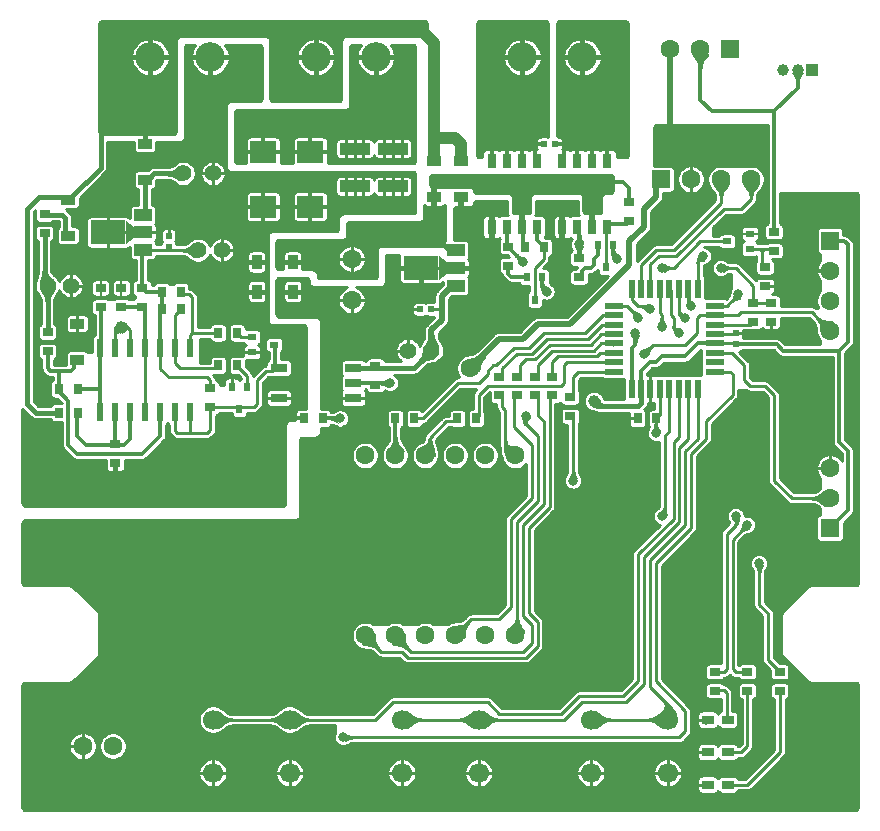
<source format=gtl>
%TF.GenerationSoftware,KiCad,Pcbnew,(5.1.12)-1*%
%TF.CreationDate,2022-08-11T01:09:08+09:00*%
%TF.ProjectId,RailcomSwitchChanger,5261696c-636f-46d5-9377-697463684368,rev?*%
%TF.SameCoordinates,PX632ea00PY7459280*%
%TF.FileFunction,Copper,L1,Top*%
%TF.FilePolarity,Positive*%
%FSLAX46Y46*%
G04 Gerber Fmt 4.6, Leading zero omitted, Abs format (unit mm)*
G04 Created by KiCad (PCBNEW (5.1.12)-1) date 2022-08-11 01:09:08*
%MOMM*%
%LPD*%
G01*
G04 APERTURE LIST*
%TA.AperFunction,SMDPad,CuDef*%
%ADD10R,0.500000X0.550000*%
%TD*%
%TA.AperFunction,SMDPad,CuDef*%
%ADD11R,0.550000X0.500000*%
%TD*%
%TA.AperFunction,SMDPad,CuDef*%
%ADD12R,0.800000X1.300000*%
%TD*%
%TA.AperFunction,SMDPad,CuDef*%
%ADD13R,0.700000X0.900000*%
%TD*%
%TA.AperFunction,SMDPad,CuDef*%
%ADD14R,0.550000X1.600000*%
%TD*%
%TA.AperFunction,SMDPad,CuDef*%
%ADD15R,1.600000X0.550000*%
%TD*%
%TA.AperFunction,SMDPad,CuDef*%
%ADD16R,0.600000X1.550000*%
%TD*%
%TA.AperFunction,ComponentPad*%
%ADD17C,1.400000*%
%TD*%
%TA.AperFunction,SMDPad,CuDef*%
%ADD18R,2.200000X1.850000*%
%TD*%
%TA.AperFunction,SMDPad,CuDef*%
%ADD19R,1.200000X0.850000*%
%TD*%
%TA.AperFunction,SMDPad,CuDef*%
%ADD20R,0.850000X1.200000*%
%TD*%
%TA.AperFunction,ComponentPad*%
%ADD21C,1.600000*%
%TD*%
%TA.AperFunction,SMDPad,CuDef*%
%ADD22R,1.000000X0.800000*%
%TD*%
%TA.AperFunction,ComponentPad*%
%ADD23C,2.500000*%
%TD*%
%TA.AperFunction,ComponentPad*%
%ADD24R,1.600000X1.600000*%
%TD*%
%TA.AperFunction,ComponentPad*%
%ADD25R,1.600000X1.524000*%
%TD*%
%TA.AperFunction,ComponentPad*%
%ADD26R,1.524000X1.600000*%
%TD*%
%TA.AperFunction,SMDPad,CuDef*%
%ADD27R,0.800000X0.600000*%
%TD*%
%TA.AperFunction,SMDPad,CuDef*%
%ADD28R,0.600000X0.800000*%
%TD*%
%TA.AperFunction,SMDPad,CuDef*%
%ADD29R,2.500000X1.000000*%
%TD*%
%TA.AperFunction,SMDPad,CuDef*%
%ADD30R,0.900000X0.700000*%
%TD*%
%TA.AperFunction,ComponentPad*%
%ADD31C,1.700000*%
%TD*%
%TA.AperFunction,SMDPad,CuDef*%
%ADD32C,0.100000*%
%TD*%
%TA.AperFunction,SMDPad,CuDef*%
%ADD33R,3.000000X2.000000*%
%TD*%
%TA.AperFunction,SMDPad,CuDef*%
%ADD34R,1.500000X1.000000*%
%TD*%
%TA.AperFunction,SMDPad,CuDef*%
%ADD35R,1.400000X0.800000*%
%TD*%
%TA.AperFunction,ComponentPad*%
%ADD36R,1.000000X1.000000*%
%TD*%
%TA.AperFunction,ComponentPad*%
%ADD37C,1.000000*%
%TD*%
%TA.AperFunction,ViaPad*%
%ADD38C,1.600000*%
%TD*%
%TA.AperFunction,ViaPad*%
%ADD39C,0.800000*%
%TD*%
%TA.AperFunction,ViaPad*%
%ADD40C,1.000000*%
%TD*%
%TA.AperFunction,Conductor*%
%ADD41C,0.250000*%
%TD*%
%TA.AperFunction,Conductor*%
%ADD42C,0.300000*%
%TD*%
%TA.AperFunction,Conductor*%
%ADD43C,0.400000*%
%TD*%
%TA.AperFunction,Conductor*%
%ADD44C,0.200000*%
%TD*%
%TA.AperFunction,Conductor*%
%ADD45C,0.500000*%
%TD*%
%TA.AperFunction,Conductor*%
%ADD46C,1.000000*%
%TD*%
%TA.AperFunction,Conductor*%
%ADD47C,0.100000*%
%TD*%
%TA.AperFunction,Conductor*%
%ADD48C,0.025400*%
%TD*%
G04 APERTURE END LIST*
D10*
%TO.P,C4,2*%
%TO.N,GNDA*%
X13000000Y49225000D03*
%TO.P,C4,1*%
%TO.N,+5VA*%
X13000000Y48275000D03*
%TD*%
D11*
%TO.P,C11,2*%
%TO.N,GND*%
X34275000Y43000000D03*
%TO.P,C11,1*%
%TO.N,+5V*%
X35225000Y43000000D03*
%TD*%
D10*
%TO.P,C13,2*%
%TO.N,GND*%
X61000000Y40975000D03*
%TO.P,C13,1*%
%TO.N,+5V*%
X61000000Y40025000D03*
%TD*%
D11*
%TO.P,C15,2*%
%TO.N,SW_OUT-*%
X44775000Y57000000D03*
%TO.P,C15,1*%
%TO.N,SW_OUT+*%
X45725000Y57000000D03*
%TD*%
D12*
%TO.P,Q11,1*%
%TO.N,GND*%
X46345000Y49950000D03*
%TO.P,Q11,2*%
%TO.N,SW_C*%
X47615000Y49950000D03*
%TO.P,Q11,3*%
%TO.N,+12V*%
X48885000Y49950000D03*
%TO.P,Q11,4*%
%TO.N,Net-(Q11-Pad4)*%
X50155000Y49950000D03*
%TO.P,Q11,5*%
%TO.N,SW_OUT+*%
X50155000Y55550000D03*
%TO.P,Q11,6*%
X48885000Y55550000D03*
%TO.P,Q11,7*%
X47615000Y55550000D03*
%TO.P,Q11,8*%
X46345000Y55550000D03*
%TD*%
D13*
%TO.P,R22,2*%
%TO.N,Net-(Q12-Pad4)*%
X44800000Y48250000D03*
%TO.P,R22,1*%
%TO.N,+12V*%
X43200000Y48250000D03*
%TD*%
D14*
%TO.P,U11,1*%
%TO.N,SW_T*%
X57800000Y44750000D03*
%TO.P,U11,2*%
%TO.N,7SEG_SEL_0*%
X57000000Y44750000D03*
%TO.P,U11,3*%
%TO.N,7SEG_SEL_1*%
X56200000Y44750000D03*
%TO.P,U11,4*%
%TO.N,7SEG_SEL_2*%
X55400000Y44750000D03*
%TO.P,U11,5*%
%TO.N,7SEG_SEL_3*%
X54600000Y44750000D03*
%TO.P,U11,6*%
%TO.N,MCU_TXD1*%
X53800000Y44750000D03*
%TO.P,U11,7*%
%TO.N,MCU_RXD1*%
X53000000Y44750000D03*
%TO.P,U11,8*%
%TO.N,LED_C*%
X52200000Y44750000D03*
D15*
%TO.P,U11,9*%
%TO.N,LED_T*%
X50750000Y43300000D03*
%TO.P,U11,10*%
%TO.N,7SEG_A*%
X50750000Y42500000D03*
%TO.P,U11,11*%
%TO.N,7SEG_B*%
X50750000Y41700000D03*
%TO.P,U11,12*%
%TO.N,7SEG_C*%
X50750000Y40900000D03*
%TO.P,U11,13*%
%TO.N,7SEG_D*%
X50750000Y40100000D03*
%TO.P,U11,14*%
%TO.N,7SEG_E*%
X50750000Y39300000D03*
%TO.P,U11,15*%
%TO.N,7SEG_F*%
X50750000Y38500000D03*
%TO.P,U11,16*%
%TO.N,7SEG_G*%
X50750000Y37700000D03*
D14*
%TO.P,U11,17*%
%TO.N,LOCK*%
X52200000Y36250000D03*
%TO.P,U11,18*%
%TO.N,+5V*%
X53000000Y36250000D03*
%TO.P,U11,19*%
%TO.N,GND*%
X53800000Y36250000D03*
%TO.P,U11,20*%
%TO.N,DCC_IN*%
X54600000Y36250000D03*
%TO.P,U11,21*%
%TO.N,LED_REGISTERED*%
X55400000Y36250000D03*
%TO.P,U11,22*%
%TO.N,SET_C_BTN*%
X56200000Y36250000D03*
%TO.P,U11,23*%
%TO.N,SET_T_BTN*%
X57000000Y36250000D03*
%TO.P,U11,24*%
%TO.N,CLR_BTN*%
X57800000Y36250000D03*
D15*
%TO.P,U11,25*%
%TO.N,PROG_JP*%
X59250000Y37700000D03*
%TO.P,U11,26*%
%TO.N,Net-(U11-Pad26)*%
X59250000Y38500000D03*
%TO.P,U11,27*%
%TO.N,UPDI*%
X59250000Y39300000D03*
%TO.P,U11,28*%
%TO.N,+5V*%
X59250000Y40100000D03*
%TO.P,U11,29*%
%TO.N,GND*%
X59250000Y40900000D03*
%TO.P,U11,30*%
%TO.N,SW_EN*%
X59250000Y41700000D03*
%TO.P,U11,31*%
%TO.N,MCU_RXD0*%
X59250000Y42500000D03*
%TO.P,U11,32*%
%TO.N,SW_C*%
X59250000Y43300000D03*
%TD*%
D16*
%TO.P,U2,14*%
%TO.N,BiDi_RXD*%
X14810000Y34300000D03*
%TO.P,U2,1*%
%TO.N,Net-(R12-Pad2)*%
X14810000Y39700000D03*
%TO.P,U2,13*%
%TO.N,BiDi_RXD*%
X13540000Y34300000D03*
%TO.P,U2,2*%
%TO.N,Net-(R11-Pad2)*%
X13540000Y39700000D03*
%TO.P,U2,12*%
%TO.N,VSS*%
X12270000Y34300000D03*
%TO.P,U2,3*%
%TO.N,+5VA*%
X12270000Y39700000D03*
%TO.P,U2,11*%
%TO.N,P18mv*%
X11000000Y34300000D03*
%TO.P,U2,4*%
X11000000Y39700000D03*
%TO.P,U2,10*%
%TO.N,Net-(R10-Pad1)*%
X9730000Y34300000D03*
%TO.P,U2,5*%
%TO.N,RAIL-*%
X9730000Y39700000D03*
%TO.P,U2,9*%
%TO.N,Net-(R10-Pad1)*%
X8460000Y34300000D03*
%TO.P,U2,6*%
%TO.N,RAIL-*%
X8460000Y39700000D03*
%TO.P,U2,8*%
%TO.N,N18mv*%
X7190000Y34300000D03*
%TO.P,U2,7*%
X7190000Y39700000D03*
%TD*%
D17*
%TO.P,C1,2*%
%TO.N,GNDA*%
X16750000Y54500000D03*
%TO.P,C1,1*%
%TO.N,Net-(C1-Pad1)*%
X14250000Y54500000D03*
%TD*%
%TO.P,C2,2*%
%TO.N,Net-(C2-Pad2)*%
X2750000Y45000000D03*
%TO.P,C2,1*%
%TO.N,GNDA*%
X4750000Y45000000D03*
%TD*%
%TO.P,C3,2*%
%TO.N,GNDA*%
X17500000Y48000000D03*
%TO.P,C3,1*%
%TO.N,+5VA*%
X15500000Y48000000D03*
%TD*%
%TO.P,C14,1*%
%TO.N,+5V*%
X35250000Y39500000D03*
%TO.P,C14,2*%
%TO.N,GND*%
X33250000Y39500000D03*
%TD*%
D18*
%TO.P,D1,1*%
%TO.N,GNDA*%
X21000000Y51675000D03*
%TO.P,D1,2*%
%TO.N,RAIL-*%
X21000000Y56325000D03*
%TD*%
%TO.P,D2,2*%
%TO.N,GNDA*%
X25000000Y51675000D03*
%TO.P,D2,1*%
%TO.N,RAIL-*%
X25000000Y56325000D03*
%TD*%
D19*
%TO.P,D3,1*%
%TO.N,Net-(C1-Pad1)*%
X11000000Y53975000D03*
%TO.P,D3,2*%
%TO.N,RAIL+*%
X11000000Y57025000D03*
%TD*%
%TO.P,D4,2*%
%TO.N,Net-(D4-Pad2)*%
X4500000Y49225000D03*
%TO.P,D4,1*%
%TO.N,RAIL+*%
X4500000Y52275000D03*
%TD*%
%TO.P,D5,1*%
%TO.N,VSS*%
X5250000Y38725000D03*
%TO.P,D5,2*%
%TO.N,GNDA*%
X5250000Y41775000D03*
%TD*%
%TO.P,D11,2*%
%TO.N,RAIL+*%
X35500000Y55525000D03*
%TO.P,D11,1*%
%TO.N,+12V*%
X35500000Y52475000D03*
%TD*%
D20*
%TO.P,D12,2*%
%TO.N,GNDA*%
X20475000Y47000000D03*
%TO.P,D12,1*%
%TO.N,+12V*%
X23525000Y47000000D03*
%TD*%
D19*
%TO.P,D13,1*%
%TO.N,RAIL+*%
X37750000Y55525000D03*
%TO.P,D13,2*%
%TO.N,GND*%
X37750000Y52475000D03*
%TD*%
D20*
%TO.P,D14,1*%
%TO.N,GNDA*%
X20475000Y44500000D03*
%TO.P,D14,2*%
%TO.N,GND*%
X23525000Y44500000D03*
%TD*%
D21*
%TO.P,D15,1*%
%TO.N,Net-(D15-Pad1)*%
X29650000Y15380000D03*
%TO.P,D15,2*%
%TO.N,Net-(D15-Pad2)*%
X32190000Y15380000D03*
%TO.P,D15,3*%
%TO.N,Net-(D15-Pad3)*%
X34730000Y15380000D03*
%TO.P,D15,4*%
%TO.N,Net-(D15-Pad4)*%
X37270000Y15380000D03*
%TO.P,D15,5*%
%TO.N,Net-(D15-Pad5)*%
X39810000Y15380000D03*
%TO.P,D15,6*%
%TO.N,7SEG_SEL_3*%
X42350000Y15380000D03*
%TO.P,D15,7*%
%TO.N,Net-(D15-Pad7)*%
X42350000Y30620000D03*
%TO.P,D15,8*%
%TO.N,7SEG_SEL_2*%
X39810000Y30620000D03*
%TO.P,D15,9*%
%TO.N,7SEG_SEL_1*%
X37270000Y30620000D03*
%TO.P,D15,10*%
%TO.N,Net-(D15-Pad10)*%
X34730000Y30620000D03*
%TO.P,D15,11*%
%TO.N,Net-(D15-Pad11)*%
X32190000Y30620000D03*
%TO.P,D15,12*%
%TO.N,7SEG_SEL_0*%
X29650000Y30620000D03*
%TD*%
D22*
%TO.P,D16,2*%
%TO.N,Net-(D16-Pad2)*%
X60350000Y8250000D03*
%TO.P,D16,1*%
%TO.N,GND*%
X58650000Y8250000D03*
%TD*%
%TO.P,D17,1*%
%TO.N,GND*%
X58650000Y5500000D03*
%TO.P,D17,2*%
%TO.N,Net-(D17-Pad2)*%
X60350000Y5500000D03*
%TD*%
%TO.P,D18,1*%
%TO.N,GND*%
X58650000Y2750000D03*
%TO.P,D18,2*%
%TO.N,Net-(D18-Pad2)*%
X60350000Y2750000D03*
%TD*%
D23*
%TO.P,J1,1*%
%TO.N,GNDA*%
X16540000Y64350000D03*
%TO.P,J1,2*%
%TO.N,RAIL+*%
X11460000Y64350000D03*
%TD*%
%TO.P,J2,1*%
%TO.N,RAIL-*%
X30540000Y64350000D03*
%TO.P,J2,2*%
%TO.N,RAIL+*%
X25460000Y64350000D03*
%TD*%
D24*
%TO.P,J11,1*%
%TO.N,+5V*%
X69000000Y24460000D03*
D21*
%TO.P,J11,2*%
%TO.N,UPDI*%
X69000000Y27000000D03*
%TO.P,J11,3*%
%TO.N,GND*%
X69000000Y29540000D03*
%TD*%
%TO.P,J12,4*%
%TO.N,MCU_TXD1*%
X62310000Y54000000D03*
%TO.P,J12,3*%
%TO.N,MCU_RXD1*%
X59770000Y54000000D03*
%TO.P,J12,2*%
%TO.N,GND*%
X57230000Y54000000D03*
D25*
%TO.P,J12,1*%
%TO.N,+5V*%
X54690000Y54000000D03*
%TD*%
D21*
%TO.P,J13,1*%
%TO.N,PROG_JP*%
X8270000Y6000000D03*
%TO.P,J13,2*%
%TO.N,GND*%
X5730000Y6000000D03*
%TD*%
D23*
%TO.P,J14,1*%
%TO.N,SW_OUT+*%
X48040000Y64350000D03*
%TO.P,J14,2*%
%TO.N,SW_OUT-*%
X42960000Y64350000D03*
%TD*%
D21*
%TO.P,J15,4*%
%TO.N,MCU_RXD0*%
X69000000Y41190000D03*
%TO.P,J15,3*%
%TO.N,Net-(J15-Pad3)*%
X69000000Y43730000D03*
%TO.P,J15,2*%
%TO.N,GND*%
X69000000Y46270000D03*
D26*
%TO.P,J15,1*%
%TO.N,+5V*%
X69000000Y48810000D03*
%TD*%
D27*
%TO.P,Q1,1*%
%TO.N,Net-(Q1-Pad1)*%
X20050000Y40650000D03*
%TO.P,Q1,2*%
%TO.N,GNDA*%
X20050000Y39350000D03*
%TO.P,Q1,3*%
%TO.N,BiDi_RXD*%
X21950000Y40000000D03*
%TD*%
D28*
%TO.P,Q2,3*%
%TO.N,BiDi_RXD*%
X19000000Y34550000D03*
%TO.P,Q2,2*%
%TO.N,GNDA*%
X18350000Y36450000D03*
%TO.P,Q2,1*%
%TO.N,Net-(Q2-Pad1)*%
X19650000Y36450000D03*
%TD*%
D12*
%TO.P,Q12,1*%
%TO.N,GND*%
X40345000Y49950000D03*
%TO.P,Q12,2*%
%TO.N,SW_T*%
X41615000Y49950000D03*
%TO.P,Q12,3*%
%TO.N,+12V*%
X42885000Y49950000D03*
%TO.P,Q12,4*%
%TO.N,Net-(Q12-Pad4)*%
X44155000Y49950000D03*
%TO.P,Q12,5*%
%TO.N,SW_OUT-*%
X44155000Y55550000D03*
%TO.P,Q12,6*%
X42885000Y55550000D03*
%TO.P,Q12,7*%
X41615000Y55550000D03*
%TO.P,Q12,8*%
X40345000Y55550000D03*
%TD*%
D28*
%TO.P,Q13,3*%
%TO.N,Net-(Q11-Pad4)*%
X50000000Y46550000D03*
%TO.P,Q13,2*%
%TO.N,Net-(Q13-Pad2)*%
X49350000Y48450000D03*
%TO.P,Q13,1*%
%TO.N,Net-(Q13-Pad1)*%
X50650000Y48450000D03*
%TD*%
%TO.P,Q14,1*%
%TO.N,Net-(Q13-Pad1)*%
X44650000Y45700000D03*
%TO.P,Q14,2*%
%TO.N,Net-(Q14-Pad2)*%
X43350000Y45700000D03*
%TO.P,Q14,3*%
%TO.N,Net-(Q12-Pad4)*%
X44000000Y43800000D03*
%TD*%
D29*
%TO.P,R1,1*%
%TO.N,RAIL-*%
X28750000Y56600000D03*
%TO.P,R1,2*%
%TO.N,GNDA*%
X28750000Y53400000D03*
%TD*%
%TO.P,R2,2*%
%TO.N,GNDA*%
X32000000Y53400000D03*
%TO.P,R2,1*%
%TO.N,RAIL-*%
X32000000Y56600000D03*
%TD*%
D30*
%TO.P,R3,1*%
%TO.N,Net-(D4-Pad2)*%
X2500000Y51050000D03*
%TO.P,R3,2*%
%TO.N,Net-(C2-Pad2)*%
X2500000Y49450000D03*
%TD*%
%TO.P,R4,2*%
%TO.N,Net-(C2-Pad2)*%
X2750000Y41050000D03*
%TO.P,R4,1*%
%TO.N,VSS*%
X2750000Y39450000D03*
%TD*%
%TO.P,R5,1*%
%TO.N,+5VA*%
X10750000Y44800000D03*
%TO.P,R5,2*%
%TO.N,P18mv*%
X10750000Y43200000D03*
%TD*%
%TO.P,R6,1*%
%TO.N,P18mv*%
X9000000Y43200000D03*
%TO.P,R6,2*%
%TO.N,GNDA*%
X9000000Y44800000D03*
%TD*%
%TO.P,R7,1*%
%TO.N,GNDA*%
X7250000Y44800000D03*
%TO.P,R7,2*%
%TO.N,N18mv*%
X7250000Y43200000D03*
%TD*%
D13*
%TO.P,R8,2*%
%TO.N,VSS*%
X3700000Y36250000D03*
%TO.P,R8,1*%
%TO.N,N18mv*%
X5300000Y36250000D03*
%TD*%
%TO.P,R9,1*%
%TO.N,RAIL+*%
X3700000Y34250000D03*
%TO.P,R9,2*%
%TO.N,Net-(R10-Pad1)*%
X5300000Y34250000D03*
%TD*%
D30*
%TO.P,R10,2*%
%TO.N,GNDA*%
X8500000Y29950000D03*
%TO.P,R10,1*%
%TO.N,Net-(R10-Pad1)*%
X8500000Y31550000D03*
%TD*%
D13*
%TO.P,R11,1*%
%TO.N,+5VA*%
X12450000Y43000000D03*
%TO.P,R11,2*%
%TO.N,Net-(R11-Pad2)*%
X14050000Y43000000D03*
%TD*%
%TO.P,R12,1*%
%TO.N,+5VA*%
X12450000Y44500000D03*
%TO.P,R12,2*%
%TO.N,Net-(R12-Pad2)*%
X14050000Y44500000D03*
%TD*%
D30*
%TO.P,R15,1*%
%TO.N,+5VA*%
X16500000Y36300000D03*
%TO.P,R15,2*%
%TO.N,BiDi_RXD*%
X16500000Y34700000D03*
%TD*%
D13*
%TO.P,R16,2*%
%TO.N,Net-(R12-Pad2)*%
X17200000Y41000000D03*
%TO.P,R16,1*%
%TO.N,Net-(Q1-Pad1)*%
X18800000Y41000000D03*
%TD*%
%TO.P,R17,1*%
%TO.N,Net-(Q2-Pad1)*%
X18800000Y38250000D03*
%TO.P,R17,2*%
%TO.N,Net-(R11-Pad2)*%
X17200000Y38250000D03*
%TD*%
D30*
%TO.P,R21,1*%
%TO.N,+12V*%
X52000000Y52050000D03*
%TO.P,R21,2*%
%TO.N,Net-(Q11-Pad4)*%
X52000000Y50450000D03*
%TD*%
%TO.P,R23,2*%
%TO.N,SW_C*%
X47750000Y47300000D03*
%TO.P,R23,1*%
%TO.N,Net-(Q13-Pad2)*%
X47750000Y45700000D03*
%TD*%
%TO.P,R24,1*%
%TO.N,Net-(Q14-Pad2)*%
X41750000Y46700000D03*
%TO.P,R24,2*%
%TO.N,SW_T*%
X41750000Y48300000D03*
%TD*%
%TO.P,R25,1*%
%TO.N,SW_EN*%
X62500000Y41950000D03*
%TO.P,R25,2*%
%TO.N,Net-(Q13-Pad1)*%
X62500000Y43550000D03*
%TD*%
%TO.P,R26,1*%
%TO.N,Net-(Q13-Pad1)*%
X64000000Y43550000D03*
%TO.P,R26,2*%
%TO.N,GND*%
X64000000Y41950000D03*
%TD*%
D13*
%TO.P,R27,2*%
%TO.N,GNDA*%
X24450000Y33750000D03*
%TO.P,R27,1*%
%TO.N,DCC_IN*%
X26050000Y33750000D03*
%TD*%
%TO.P,R28,2*%
%TO.N,GND*%
X52700000Y33750000D03*
%TO.P,R28,1*%
%TO.N,DCC_IN*%
X54300000Y33750000D03*
%TD*%
%TO.P,R31,2*%
%TO.N,7SEG_A*%
X33800000Y33750000D03*
%TO.P,R31,1*%
%TO.N,Net-(D15-Pad11)*%
X32200000Y33750000D03*
%TD*%
D30*
%TO.P,R32,2*%
%TO.N,7SEG_B*%
X41000000Y37300000D03*
%TO.P,R32,1*%
%TO.N,Net-(D15-Pad7)*%
X41000000Y35700000D03*
%TD*%
%TO.P,R33,2*%
%TO.N,7SEG_C*%
X42500000Y37300000D03*
%TO.P,R33,1*%
%TO.N,Net-(D15-Pad4)*%
X42500000Y35700000D03*
%TD*%
%TO.P,R34,1*%
%TO.N,Net-(D15-Pad2)*%
X44000000Y35700000D03*
%TO.P,R34,2*%
%TO.N,7SEG_D*%
X44000000Y37300000D03*
%TD*%
%TO.P,R35,2*%
%TO.N,7SEG_E*%
X45500000Y37300000D03*
%TO.P,R35,1*%
%TO.N,Net-(D15-Pad1)*%
X45500000Y35700000D03*
%TD*%
D13*
%TO.P,R36,1*%
%TO.N,Net-(D15-Pad10)*%
X37450000Y33750000D03*
%TO.P,R36,2*%
%TO.N,7SEG_F*%
X39050000Y33750000D03*
%TD*%
D30*
%TO.P,R37,2*%
%TO.N,7SEG_G*%
X47000000Y35550000D03*
%TO.P,R37,1*%
%TO.N,Net-(D15-Pad5)*%
X47000000Y33950000D03*
%TD*%
%TO.P,R38,2*%
%TO.N,LED_C*%
X59250000Y12300000D03*
%TO.P,R38,1*%
%TO.N,Net-(D16-Pad2)*%
X59250000Y10700000D03*
%TD*%
%TO.P,R39,1*%
%TO.N,Net-(D17-Pad2)*%
X62000000Y10700000D03*
%TO.P,R39,2*%
%TO.N,LED_T*%
X62000000Y12300000D03*
%TD*%
%TO.P,R40,2*%
%TO.N,LED_REGISTERED*%
X64750000Y12300000D03*
%TO.P,R40,1*%
%TO.N,Net-(D18-Pad2)*%
X64750000Y10700000D03*
%TD*%
D31*
%TO.P,SW1,1*%
%TO.N,SET_C_BTN*%
X16750000Y8250000D03*
%TO.P,SW1,2*%
X23250000Y8250000D03*
%TO.P,SW1,3*%
%TO.N,GND*%
X16750000Y3750000D03*
%TO.P,SW1,4*%
X23250000Y3750000D03*
%TD*%
%TO.P,SW2,4*%
%TO.N,GND*%
X39250000Y3750000D03*
%TO.P,SW2,3*%
X32750000Y3750000D03*
%TO.P,SW2,2*%
%TO.N,SET_T_BTN*%
X39250000Y8250000D03*
%TO.P,SW2,1*%
X32750000Y8250000D03*
%TD*%
%TO.P,SW3,1*%
%TO.N,CLR_BTN*%
X48750000Y8250000D03*
%TO.P,SW3,2*%
X55250000Y8250000D03*
%TO.P,SW3,3*%
%TO.N,GND*%
X48750000Y3750000D03*
%TO.P,SW3,4*%
X55250000Y3750000D03*
%TD*%
%TA.AperFunction,SMDPad,CuDef*%
D32*
%TO.P,U1,2*%
%TO.N,GNDA*%
G36*
X10100000Y49000000D02*
G01*
X9400000Y48500000D01*
X9400000Y50500000D01*
X10100000Y50000000D01*
X10100000Y49000000D01*
G37*
%TD.AperFunction*%
D33*
X7900000Y49500000D03*
D34*
%TO.P,U1,3*%
%TO.N,Net-(C1-Pad1)*%
X10850000Y51000000D03*
%TO.P,U1,2*%
%TO.N,GNDA*%
X10850000Y49500000D03*
%TO.P,U1,1*%
%TO.N,+5VA*%
X10850000Y48000000D03*
%TD*%
%TO.P,U12,1*%
%TO.N,+5V*%
X37350000Y45000000D03*
%TO.P,U12,2*%
%TO.N,GND*%
X37350000Y46500000D03*
%TO.P,U12,3*%
%TO.N,+12V*%
X37350000Y48000000D03*
D33*
%TO.P,U12,2*%
%TO.N,GND*%
X34400000Y46500000D03*
%TA.AperFunction,SMDPad,CuDef*%
D32*
G36*
X36600000Y46000000D02*
G01*
X35900000Y45500000D01*
X35900000Y47500000D01*
X36600000Y47000000D01*
X36600000Y46000000D01*
G37*
%TD.AperFunction*%
%TD*%
D35*
%TO.P,U13,1*%
%TO.N,BiDi_RXD*%
X22350000Y38020000D03*
%TO.P,U13,3*%
%TO.N,GNDA*%
X22350000Y35480000D03*
%TO.P,U13,4*%
%TO.N,GND*%
X28650000Y35480000D03*
%TO.P,U13,5*%
%TO.N,MCU_RXD0*%
X28650000Y36750000D03*
%TO.P,U13,6*%
%TO.N,+5V*%
X28650000Y38020000D03*
%TD*%
D21*
%TO.P,C12,1*%
%TO.N,+12V*%
X28500000Y47250000D03*
%TO.P,C12,2*%
%TO.N,GND*%
X28500000Y43750000D03*
%TD*%
D24*
%TO.P,J16,1*%
%TO.N,+5V*%
X60540000Y65000000D03*
D21*
%TO.P,J16,2*%
%TO.N,/rsc_mcu/SENSOR_IN*%
X58000000Y65000000D03*
%TO.P,J16,3*%
%TO.N,GND*%
X55460000Y65000000D03*
%TD*%
D30*
%TO.P,R41,1*%
%TO.N,Net-(Q15-Pad1)*%
X64250000Y47950000D03*
%TO.P,R41,2*%
%TO.N,/rsc_mcu/SENSOR_IN*%
X64250000Y49550000D03*
%TD*%
D36*
%TO.P,J17,1*%
%TO.N,+5V*%
X67500000Y63250000D03*
D37*
%TO.P,J17,2*%
%TO.N,/rsc_mcu/SENSOR_IN*%
X66250000Y63250000D03*
%TO.P,J17,3*%
%TO.N,+5V*%
X65000000Y63250000D03*
%TD*%
D27*
%TO.P,Q15,1*%
%TO.N,Net-(Q15-Pad1)*%
X62200000Y48100000D03*
%TO.P,Q15,2*%
%TO.N,GND*%
X62200000Y49400000D03*
%TO.P,Q15,3*%
%TO.N,LOCK*%
X60300000Y48750000D03*
%TD*%
D30*
%TO.P,R18,1*%
%TO.N,+5V*%
X30500000Y38200000D03*
%TO.P,R18,2*%
%TO.N,MCU_RXD0*%
X30500000Y36600000D03*
%TD*%
%TO.P,R42,1*%
%TO.N,Net-(Q15-Pad1)*%
X63500000Y46550000D03*
%TO.P,R42,2*%
%TO.N,GND*%
X63500000Y44950000D03*
%TD*%
D38*
%TO.N,GNDA*%
X16000000Y61000000D03*
X16000000Y57000000D03*
X15000000Y50750000D03*
X16500000Y44250000D03*
X8750000Y56000000D03*
X6250000Y47250000D03*
X6000000Y29000000D03*
X3000000Y29000000D03*
D39*
X2000000Y37250000D03*
D38*
%TO.N,GND*%
X63250000Y38500000D03*
X62500000Y35000000D03*
D39*
X55250000Y38000000D03*
D38*
X26000000Y21000000D03*
X16000000Y21000000D03*
X6000000Y21000000D03*
X36000000Y21000000D03*
X66000000Y21000000D03*
X26000000Y11000000D03*
X16000000Y11000000D03*
X6000000Y11000000D03*
X46000000Y11000000D03*
X66000000Y32000000D03*
X46000000Y21000000D03*
X57000000Y11000000D03*
X36000000Y11000000D03*
X65500000Y41000000D03*
D40*
X65500000Y44250000D03*
D38*
X57000000Y21000000D03*
X26000000Y31000000D03*
X33500000Y36250000D03*
X32000000Y44000000D03*
X39500000Y48000000D03*
X37500000Y40000000D03*
X48750000Y33250000D03*
X59500000Y29500000D03*
X53250000Y28250000D03*
X69000000Y51500000D03*
X40750000Y43250000D03*
X46000000Y46750000D03*
D40*
X45250000Y51500000D03*
X47000000Y51500000D03*
X41000000Y51500000D03*
X39250000Y51500000D03*
X53100000Y48250000D03*
X59500000Y45000000D03*
X60000000Y50000000D03*
X63250000Y50750000D03*
X56000000Y52000000D03*
X38250000Y35800000D03*
X40250000Y34500000D03*
X50750000Y36250000D03*
X63250000Y57250000D03*
X56000000Y57250000D03*
D38*
X27250000Y40500000D03*
D40*
%TO.N,+5V*%
X49000000Y35250000D03*
D38*
X38500000Y38000000D03*
%TO.N,+12V*%
X25750000Y47750000D03*
X30250000Y49250000D03*
X33250000Y49250000D03*
X35500000Y50750000D03*
D40*
X42750000Y53750000D03*
X48750000Y53750000D03*
D38*
%TO.N,SW_OUT+*%
X47000000Y61000000D03*
X50500000Y61000000D03*
%TO.N,SW_OUT-*%
X44000000Y61000000D03*
X40500000Y61000000D03*
D40*
%TO.N,RAIL-*%
X9000000Y41500000D03*
D38*
X30000000Y61000000D03*
X21000000Y59000000D03*
X33000000Y61000000D03*
X28000000Y59000000D03*
%TO.N,RAIL+*%
X8000000Y62000000D03*
X23000000Y62000000D03*
D39*
%TO.N,Net-(D15-Pad5)*%
X47250000Y28500000D03*
%TO.N,7SEG_SEL_3*%
X43250000Y34000000D03*
X54750000Y41500000D03*
%TO.N,7SEG_SEL_2*%
X56250000Y41000000D03*
%TO.N,7SEG_SEL_1*%
X56750000Y42250000D03*
%TO.N,7SEG_SEL_0*%
X57250000Y43250000D03*
%TO.N,PROG_JP*%
X27750000Y6750000D03*
%TO.N,MCU_RXD0*%
X53250000Y39250000D03*
X31750000Y36750000D03*
%TO.N,SW_C*%
X61250000Y44250000D03*
X47750000Y48500000D03*
%TO.N,SW_T*%
X43000000Y47000000D03*
X58250000Y47500000D03*
%TO.N,Net-(Q13-Pad1)*%
X45000000Y44500000D03*
X51000000Y47250000D03*
X59750000Y46500000D03*
%TO.N,DCC_IN*%
X54250000Y32500000D03*
X27500000Y33750000D03*
%TO.N,LED_C*%
X53750000Y43000000D03*
X61000000Y25500000D03*
%TO.N,LED_T*%
X52750000Y42250000D03*
X62000000Y24750000D03*
%TO.N,LED_REGISTERED*%
X54750000Y25500000D03*
X63000000Y21500000D03*
%TO.N,LOCK*%
X52500000Y41000000D03*
X54750000Y46500000D03*
%TD*%
D41*
%TO.N,GNDA*%
X18350000Y36450000D02*
X18350000Y36650000D01*
X18150000Y39350000D02*
X18000000Y39500000D01*
X20050000Y39350000D02*
X18150000Y39350000D01*
X18000000Y43000000D02*
X17500000Y43500000D01*
X18000000Y39500000D02*
X18000000Y43000000D01*
X23000000Y41000000D02*
X24000000Y40000000D01*
X21500000Y41000000D02*
X23000000Y41000000D01*
X21000000Y40500000D02*
X21500000Y41000000D01*
X21000000Y39500000D02*
X21000000Y40500000D01*
X20850000Y39350000D02*
X21000000Y39500000D01*
X20050000Y39350000D02*
X20850000Y39350000D01*
X8000000Y49400000D02*
X7900000Y49500000D01*
X17500000Y48000000D02*
X17500000Y49500000D01*
D42*
X21000000Y51675000D02*
X21000000Y53500000D01*
D41*
X28750000Y53400000D02*
X28750000Y54500000D01*
X32000000Y53400000D02*
X32000000Y54500000D01*
X28750000Y53400000D02*
X28750000Y52250000D01*
X32000000Y53400000D02*
X32000000Y52250000D01*
X32750000Y54500000D02*
X32750000Y52250000D01*
X31250000Y54500000D02*
X31250000Y52250000D01*
X29500000Y54500000D02*
X29500000Y52250000D01*
X28000000Y54500000D02*
X28000000Y52250000D01*
D43*
X16540000Y64600000D02*
X16540000Y62040000D01*
X16540000Y62040000D02*
X15500000Y61000000D01*
X15500000Y61000000D02*
X15500000Y59000000D01*
X16540000Y64350000D02*
X18600000Y64350000D01*
X16540000Y64350000D02*
X14600000Y64350000D01*
D41*
X16750000Y54500000D02*
X16750000Y56250000D01*
X16750000Y54500000D02*
X16750000Y52750000D01*
X16750000Y54500000D02*
X15500000Y54500000D01*
D42*
X25000000Y51675000D02*
X25000000Y53250000D01*
X25000000Y51675000D02*
X21000000Y51675000D01*
X25000000Y51675000D02*
X26675000Y51675000D01*
X25000000Y51675000D02*
X25000000Y50000000D01*
X21000000Y51675000D02*
X21000000Y50000000D01*
X21000000Y51675000D02*
X19325000Y51675000D01*
D41*
X17500000Y48000000D02*
X18750000Y48000000D01*
D43*
X20475000Y47000000D02*
X19000000Y47000000D01*
D42*
X19000000Y47000000D02*
X19000000Y44500000D01*
D43*
X19000000Y44500000D02*
X20475000Y44500000D01*
D44*
X9000000Y44800000D02*
X9000000Y45750000D01*
X9000000Y44800000D02*
X9000000Y44000000D01*
D41*
X18000000Y37250000D02*
X18250000Y37250000D01*
X18000000Y37250000D02*
X18000000Y39500000D01*
X18350000Y36450000D02*
X18350000Y37100000D01*
X18350000Y37150000D02*
X18350000Y37100000D01*
X18250000Y37250000D02*
X18350000Y37150000D01*
D43*
X20475000Y44500000D02*
X21250000Y44500000D01*
X20475000Y47000000D02*
X21250000Y47000000D01*
X16540000Y61540000D02*
X16000000Y61000000D01*
X16540000Y62040000D02*
X16540000Y61540000D01*
D41*
X23980000Y35480000D02*
X24000000Y35500000D01*
X22350000Y35480000D02*
X23980000Y35480000D01*
X24000000Y40000000D02*
X24000000Y35500000D01*
X22350000Y35480000D02*
X21020000Y35480000D01*
X23750000Y35000000D02*
X24000000Y35000000D01*
X24000000Y35000000D02*
X24000000Y35500000D01*
X23000000Y34250000D02*
X23750000Y35000000D01*
X23000000Y33750000D02*
X23000000Y34250000D01*
X15000000Y50750000D02*
X15000000Y49500000D01*
X15000000Y49500000D02*
X17500000Y49500000D01*
X16500000Y44250000D02*
X17500000Y44250000D01*
X17500000Y44250000D02*
X17500000Y48000000D01*
X17500000Y43500000D02*
X17500000Y44250000D01*
X10850000Y49500000D02*
X12250000Y49500000D01*
X12250000Y49500000D02*
X12250000Y50500000D01*
X12250000Y50500000D02*
X13000000Y50500000D01*
X13000000Y50500000D02*
X13000000Y49225000D01*
X7900000Y49500000D02*
X7900000Y51400000D01*
X7900000Y51400000D02*
X8000000Y51500000D01*
X7900000Y49500000D02*
X7900000Y47350000D01*
X7900000Y49500000D02*
X10850000Y49500000D01*
X4750000Y45000000D02*
X4750000Y43250000D01*
X4750000Y45000000D02*
X4750000Y46750000D01*
X6250000Y45000000D02*
X6000000Y45000000D01*
X4750000Y45000000D02*
X6000000Y45000000D01*
D44*
X7250000Y44800000D02*
X7250000Y44000000D01*
X7250000Y44800000D02*
X7250000Y46000000D01*
D41*
X5250000Y41775000D02*
X5250000Y43000000D01*
X5250000Y41775000D02*
X5250000Y40500000D01*
D43*
X8500000Y29950000D02*
X8500000Y28750000D01*
D42*
X24450000Y33750000D02*
X23250000Y33750000D01*
X6250000Y28750000D02*
X6000000Y29000000D01*
X8500000Y28750000D02*
X6250000Y28750000D01*
D41*
X16750000Y54500000D02*
X18000000Y54500000D01*
D43*
%TO.N,Net-(C1-Pad1)*%
X11000000Y51150000D02*
X10850000Y51000000D01*
X11000000Y53975000D02*
X11000000Y51150000D01*
X11225000Y53975000D02*
X11750000Y54500000D01*
X11000000Y53975000D02*
X11225000Y53975000D01*
X14250000Y54500000D02*
X11750000Y54500000D01*
%TO.N,Net-(C2-Pad2)*%
X2750000Y41050000D02*
X2750000Y45000000D01*
X2500000Y45250000D02*
X2750000Y45000000D01*
X2500000Y49450000D02*
X2500000Y45250000D01*
D42*
%TO.N,+5VA*%
X10750000Y47900000D02*
X10850000Y48000000D01*
X10750000Y44800000D02*
X10750000Y47900000D01*
X11050000Y44500000D02*
X10750000Y44800000D01*
X12450000Y44500000D02*
X11050000Y44500000D01*
X12450000Y43000000D02*
X12450000Y44500000D01*
X12270000Y42820000D02*
X12450000Y43000000D01*
X12270000Y39700000D02*
X12270000Y42820000D01*
D41*
X13000000Y37250000D02*
X16250000Y37250000D01*
X12270000Y37980000D02*
X13000000Y37250000D01*
X16500000Y37000000D02*
X16500000Y36300000D01*
X16250000Y37250000D02*
X16500000Y37000000D01*
X12270000Y39700000D02*
X12270000Y37980000D01*
X13000000Y48275000D02*
X13000000Y48000000D01*
X13000000Y48000000D02*
X10850000Y48000000D01*
X15500000Y48000000D02*
X13000000Y48000000D01*
D43*
%TO.N,GND*%
X23525000Y44500000D02*
X25500000Y44500000D01*
X23525000Y44500000D02*
X22250000Y44500000D01*
D41*
X60925000Y40900000D02*
X61000000Y40975000D01*
X59250000Y40900000D02*
X60925000Y40900000D01*
X48750000Y3750000D02*
X48750000Y2000000D01*
X48750000Y3750000D02*
X48750000Y5250000D01*
X48750000Y5250000D02*
X48750000Y5500000D01*
X48750000Y3750000D02*
X39250000Y3750000D01*
X48750000Y3750000D02*
X55250000Y3750000D01*
X55250000Y3750000D02*
X55250000Y5500000D01*
X55250000Y3750000D02*
X55250000Y2000000D01*
X39250000Y3750000D02*
X39250000Y5500000D01*
X39250000Y3750000D02*
X32750000Y3750000D01*
X32750000Y3750000D02*
X32750000Y2000000D01*
X39250000Y3750000D02*
X39250000Y2000000D01*
X32750000Y3750000D02*
X32750000Y5500000D01*
X32750000Y3750000D02*
X23250000Y3750000D01*
X23250000Y3750000D02*
X16750000Y3750000D01*
X16750000Y3750000D02*
X15000000Y3750000D01*
X16750000Y3750000D02*
X16750000Y5250000D01*
X16750000Y3750000D02*
X16750000Y2000000D01*
X23250000Y3750000D02*
X23250000Y2000000D01*
X23250000Y3750000D02*
X23250000Y5500000D01*
X57250000Y2750000D02*
X58650000Y2750000D01*
X58650000Y5500000D02*
X57250000Y5500000D01*
X55250000Y3750000D02*
X57250000Y3750000D01*
X57250000Y3750000D02*
X57250000Y2750000D01*
X57250000Y5500000D02*
X57250000Y3750000D01*
X58400000Y8000000D02*
X58650000Y8250000D01*
X57500000Y6500000D02*
X57250000Y6250000D01*
X57500000Y7750000D02*
X57500000Y6500000D01*
X57250000Y5500000D02*
X57250000Y6250000D01*
X5730000Y6000000D02*
X5730000Y4020000D01*
X5730000Y6000000D02*
X4000000Y6000000D01*
X69000000Y29540000D02*
X67290000Y29540000D01*
X69000000Y29540000D02*
X69000000Y31250000D01*
X63975000Y40975000D02*
X64000000Y41000000D01*
X61000000Y40975000D02*
X63975000Y40975000D01*
X64000000Y41950000D02*
X64000000Y41000000D01*
X53800000Y36250000D02*
X53800000Y34800000D01*
X53800000Y34800000D02*
X53500000Y34500000D01*
X53500000Y34500000D02*
X53500000Y33000000D01*
X53500000Y33000000D02*
X53000000Y32500000D01*
X52000000Y32500000D02*
X51500000Y33000000D01*
X51500000Y33000000D02*
X51500000Y33750000D01*
X51500000Y33750000D02*
X52700000Y33750000D01*
X28650000Y35480000D02*
X27020000Y35480000D01*
D43*
X37350000Y46500000D02*
X39000000Y46500000D01*
X39000000Y46500000D02*
X39250000Y46750000D01*
X34400000Y46500000D02*
X32000000Y46500000D01*
X34400000Y46500000D02*
X34400000Y44900000D01*
D41*
X28500000Y43750000D02*
X26750000Y43750000D01*
X28500000Y43750000D02*
X28500000Y42250000D01*
X33250000Y39500000D02*
X31750000Y39500000D01*
X37350000Y46500000D02*
X34400000Y46500000D01*
X54750000Y38000000D02*
X55000000Y38000000D01*
X53800000Y36250000D02*
X53800000Y37550000D01*
X53800000Y37550000D02*
X54000000Y37750000D01*
X54000000Y37750000D02*
X54500000Y37750000D01*
X54500000Y37750000D02*
X54750000Y38000000D01*
X57500000Y10500000D02*
X57000000Y11000000D01*
X57500000Y8250000D02*
X57500000Y10500000D01*
X58650000Y8250000D02*
X57500000Y8250000D01*
X46000000Y11000000D02*
X46000000Y21000000D01*
X36000000Y21000000D02*
X26000000Y21000000D01*
X26000000Y21000000D02*
X26000000Y11000000D01*
X16000000Y12000000D02*
X16000000Y21000000D01*
X6000000Y21000000D02*
X16000000Y21000000D01*
X5730000Y10730000D02*
X6000000Y11000000D01*
X5730000Y7230000D02*
X5730000Y10730000D01*
X5730000Y6000000D02*
X5730000Y7230000D01*
X5730000Y7230000D02*
X5730000Y7730000D01*
X16000000Y21000000D02*
X26000000Y21000000D01*
X62500000Y32500000D02*
X62500000Y35000000D01*
X59500000Y29500000D02*
X62500000Y32500000D01*
X33000000Y43000000D02*
X32000000Y44000000D01*
X34275000Y43000000D02*
X33000000Y43000000D01*
X64000000Y41000000D02*
X66000000Y41000000D01*
D42*
X67270000Y46270000D02*
X66000000Y45000000D01*
X69000000Y46270000D02*
X67270000Y46270000D01*
D45*
X46345000Y49950000D02*
X46345000Y48095000D01*
X40345000Y49950000D02*
X40345000Y48095000D01*
X40250000Y48000000D02*
X39500000Y48000000D01*
X40345000Y48095000D02*
X40250000Y48000000D01*
X46345000Y49950000D02*
X46345000Y51155000D01*
X40345000Y49950000D02*
X40345000Y51155000D01*
D42*
X46345000Y47095000D02*
X46000000Y46750000D01*
X46345000Y48095000D02*
X46345000Y47095000D01*
D41*
X57230000Y54000000D02*
X57230000Y52270000D01*
D44*
X62200000Y49400000D02*
X63150000Y49400000D01*
X62200000Y49400000D02*
X61350000Y49400000D01*
X61350000Y49400000D02*
X61250000Y49500000D01*
D45*
X55460000Y65000000D02*
X55460000Y60790000D01*
X55460000Y60790000D02*
X55460000Y57040000D01*
X55460000Y57040000D02*
X56000000Y56500000D01*
X56000000Y56500000D02*
X57250000Y56500000D01*
D41*
X57230000Y56480000D02*
X57250000Y56500000D01*
X57230000Y54000000D02*
X57230000Y56480000D01*
X56960000Y52000000D02*
X57230000Y52270000D01*
X56000000Y52000000D02*
X56960000Y52000000D01*
X56000000Y51150000D02*
X56000000Y52000000D01*
X53100000Y48250000D02*
X56000000Y51150000D01*
X47000000Y51500000D02*
X45250000Y51500000D01*
X46655000Y51155000D02*
X47000000Y51500000D01*
X46345000Y51155000D02*
X46655000Y51155000D01*
X41000000Y51500000D02*
X39250000Y51500000D01*
X40655000Y51155000D02*
X41000000Y51500000D01*
X40345000Y51155000D02*
X40655000Y51155000D01*
X39250000Y51500000D02*
X38750000Y51000000D01*
X38750000Y51000000D02*
X38750000Y50500000D01*
X38750000Y50500000D02*
X37750000Y50500000D01*
D45*
X37750000Y50500000D02*
X37750000Y50250000D01*
X37750000Y52475000D02*
X37750000Y50500000D01*
D41*
X63150000Y50650000D02*
X63250000Y50750000D01*
X63150000Y49400000D02*
X63150000Y50650000D01*
X57500000Y7750000D02*
X57500000Y8250000D01*
X56000000Y57250000D02*
X63250000Y57250000D01*
X56000000Y56500000D02*
X56000000Y57250000D01*
X57000000Y21000000D02*
X58750000Y22750000D01*
X58750000Y22750000D02*
X58750000Y26750000D01*
X59500000Y27500000D02*
X59500000Y29500000D01*
X58750000Y26750000D02*
X59500000Y27500000D01*
X53250000Y28250000D02*
X53250000Y29750000D01*
X52500000Y30500000D02*
X52500000Y32500000D01*
X53250000Y29750000D02*
X52500000Y30500000D01*
X52500000Y32500000D02*
X52000000Y32500000D01*
X53000000Y32500000D02*
X52500000Y32500000D01*
X46000000Y21000000D02*
X53250000Y28250000D01*
X27250000Y40500000D02*
X28000000Y40500000D01*
X28500000Y41000000D02*
X28500000Y42250000D01*
X28000000Y40500000D02*
X28500000Y41000000D01*
X31750000Y43750000D02*
X32000000Y44000000D01*
X28500000Y43750000D02*
X31750000Y43750000D01*
X33250000Y42750000D02*
X33000000Y43000000D01*
X33250000Y39500000D02*
X33250000Y42750000D01*
X26000000Y44500000D02*
X26750000Y43750000D01*
X25500000Y44500000D02*
X26000000Y44500000D01*
X32730000Y35480000D02*
X33500000Y36250000D01*
X28650000Y35480000D02*
X32730000Y35480000D01*
X37500000Y40000000D02*
X40750000Y43250000D01*
X35500000Y36250000D02*
X33500000Y36250000D01*
X36750000Y37500000D02*
X35500000Y36250000D01*
X36750000Y39250000D02*
X36750000Y37500000D01*
X37500000Y40000000D02*
X36750000Y39250000D01*
X64800000Y44950000D02*
X65500000Y44250000D01*
X63500000Y44950000D02*
X64800000Y44950000D01*
%TO.N,+5V*%
X60925000Y40100000D02*
X61000000Y40025000D01*
X59250000Y40100000D02*
X60925000Y40100000D01*
D43*
X33770000Y38020000D02*
X35250000Y39500000D01*
X28650000Y38020000D02*
X33770000Y38020000D01*
X49450000Y34800000D02*
X49000000Y35250000D01*
X52750000Y34800000D02*
X49450000Y34800000D01*
X53000000Y35050000D02*
X52750000Y34800000D01*
X53000000Y36250000D02*
X53000000Y35050000D01*
D45*
X37000000Y45000000D02*
X37350000Y45000000D01*
X36125000Y44125000D02*
X37000000Y45000000D01*
X35250000Y41250000D02*
X36125000Y42125000D01*
X35250000Y39500000D02*
X35250000Y41250000D01*
D41*
X36000000Y43000000D02*
X36125000Y43125000D01*
X35225000Y43000000D02*
X36000000Y43000000D01*
D45*
X36125000Y43125000D02*
X36125000Y44125000D01*
X36125000Y42125000D02*
X36125000Y43125000D01*
D42*
X69000000Y48810000D02*
X70190000Y48810000D01*
X64475000Y40025000D02*
X61000000Y40025000D01*
X70190000Y48810000D02*
X70500000Y48500000D01*
X70500000Y26000000D02*
X69750000Y25250000D01*
X69000000Y24500000D02*
X69000000Y24460000D01*
X69750000Y25250000D02*
X69000000Y24500000D01*
X70500000Y42750000D02*
X70500000Y43000000D01*
X70500000Y48500000D02*
X70500000Y42750000D01*
X70500000Y42750000D02*
X70500000Y41500000D01*
X70500000Y30500000D02*
X70500000Y31000000D01*
X70500000Y30500000D02*
X70500000Y26000000D01*
X70500000Y31000000D02*
X69750000Y31750000D01*
X69750000Y31750000D02*
X69750000Y39250000D01*
X69750000Y39500000D02*
X70500000Y40250000D01*
X69750000Y39250000D02*
X69750000Y39500000D01*
X70500000Y41500000D02*
X70500000Y40250000D01*
X69750000Y39500000D02*
X65000000Y39500000D01*
X65000000Y39500000D02*
X64475000Y40025000D01*
D45*
X52000000Y46750000D02*
X47000000Y41750000D01*
X53250000Y51500000D02*
X53250000Y50000000D01*
X52000000Y48750000D02*
X52000000Y46750000D01*
X54690000Y54000000D02*
X54690000Y53940000D01*
X54690000Y53940000D02*
X54250000Y53500000D01*
X54250000Y52500000D02*
X53250000Y51500000D01*
X53250000Y50000000D02*
X52000000Y48750000D01*
X44250000Y41750000D02*
X43000000Y40500000D01*
X54250000Y53500000D02*
X54250000Y52500000D01*
X47000000Y41750000D02*
X44250000Y41750000D01*
X41000000Y40500000D02*
X41250000Y40500000D01*
X38500000Y38000000D02*
X41000000Y40500000D01*
X43000000Y40500000D02*
X41250000Y40500000D01*
D42*
X57850000Y40100000D02*
X59250000Y40100000D01*
X56750000Y39000000D02*
X57850000Y40100000D01*
X54750000Y39000000D02*
X56750000Y39000000D01*
X54250000Y38500000D02*
X54750000Y39000000D01*
X53000000Y37750000D02*
X53750000Y38500000D01*
X53750000Y38500000D02*
X54250000Y38500000D01*
X53000000Y36250000D02*
X53000000Y37750000D01*
D43*
%TO.N,+12V*%
X23525000Y47000000D02*
X22250000Y47000000D01*
X35500000Y50000000D02*
X34750000Y50000000D01*
X34750000Y50000000D02*
X28750000Y50000000D01*
X35000000Y50000000D02*
X34750000Y50000000D01*
X25750000Y47000000D02*
X25750000Y47750000D01*
X23525000Y47000000D02*
X25750000Y47000000D01*
D41*
X26250000Y47250000D02*
X25750000Y47750000D01*
X28500000Y47250000D02*
X26250000Y47250000D01*
X28500000Y47250000D02*
X30000000Y47250000D01*
X28500000Y47250000D02*
X28500000Y46000000D01*
X28500000Y47250000D02*
X28500000Y49000000D01*
D43*
X37350000Y48000000D02*
X36750000Y48000000D01*
X35500000Y49250000D02*
X33250000Y49250000D01*
X36250000Y48500000D02*
X36250000Y49250000D01*
X36750000Y48000000D02*
X36250000Y48500000D01*
X36250000Y48500000D02*
X35500000Y49250000D01*
D41*
X35500000Y50000000D02*
X35500000Y49250000D01*
D45*
X35500000Y52475000D02*
X35500000Y50750000D01*
X35500000Y52475000D02*
X35500000Y53750000D01*
X35500000Y53750000D02*
X35750000Y54000000D01*
D42*
X42950000Y49885000D02*
X42885000Y49950000D01*
X48885000Y51885000D02*
X48885000Y49950000D01*
X43000000Y48450000D02*
X43200000Y48250000D01*
X43000000Y49500000D02*
X43000000Y48450000D01*
X42885000Y49615000D02*
X43000000Y49500000D01*
X42885000Y49950000D02*
X42885000Y49615000D01*
X48885000Y52865000D02*
X48885000Y51885000D01*
X48625000Y53125000D02*
X48885000Y52865000D01*
D45*
X38250000Y54000000D02*
X40000000Y54000000D01*
X35750000Y54000000D02*
X38250000Y54000000D01*
X38250000Y54000000D02*
X38750000Y54000000D01*
X48885000Y53115000D02*
X48875000Y53125000D01*
X48885000Y49950000D02*
X48885000Y53115000D01*
D42*
X48625000Y53125000D02*
X48875000Y53125000D01*
D45*
X42885000Y53115000D02*
X42875000Y53125000D01*
X42885000Y49950000D02*
X42885000Y53115000D01*
D41*
X49000000Y53250000D02*
X48875000Y53125000D01*
X49000000Y54000000D02*
X49000000Y53250000D01*
X43000000Y54000000D02*
X49000000Y54000000D01*
X42885000Y53885000D02*
X43000000Y54000000D01*
X42885000Y53115000D02*
X42885000Y53885000D01*
X40000000Y54000000D02*
X43000000Y54000000D01*
D42*
X49250000Y53750000D02*
X49000000Y54000000D01*
X51500000Y53750000D02*
X49250000Y53750000D01*
X52000000Y53250000D02*
X51500000Y53750000D01*
X52000000Y52050000D02*
X52000000Y53250000D01*
D43*
%TO.N,SW_OUT+*%
X48040000Y61790000D02*
X48040000Y62210000D01*
X48040000Y64350000D02*
X48040000Y62210000D01*
X48040000Y64350000D02*
X48040000Y66540000D01*
X48040000Y64350000D02*
X46350000Y64350000D01*
X48040000Y64350000D02*
X50150000Y64350000D01*
X46500000Y61000000D02*
X50500000Y61000000D01*
D42*
X46250000Y60250000D02*
X47000000Y61000000D01*
X45725000Y57000000D02*
X46500000Y57000000D01*
X46500000Y55705000D02*
X46345000Y55550000D01*
X46500000Y57000000D02*
X46500000Y55705000D01*
X47615000Y55550000D02*
X47615000Y56885000D01*
X47615000Y56885000D02*
X47500000Y57000000D01*
X48885000Y55550000D02*
X48885000Y56865000D01*
X48885000Y56865000D02*
X48750000Y57000000D01*
X50155000Y55550000D02*
X50155000Y56845000D01*
X50155000Y56845000D02*
X50000000Y57000000D01*
D43*
%TO.N,SW_OUT-*%
X42960000Y64350000D02*
X44600000Y64350000D01*
X42960000Y64350000D02*
X40900000Y64350000D01*
X42960000Y64350000D02*
X42960000Y66460000D01*
X42960000Y62040000D02*
X42960000Y62290000D01*
X42960000Y64350000D02*
X42960000Y62290000D01*
X44000000Y61000000D02*
X40500000Y61000000D01*
D42*
X44000000Y59000000D02*
X44000000Y61000000D01*
X40345000Y55550000D02*
X40345000Y57155000D01*
X41615000Y55550000D02*
X41615000Y57135000D01*
X41615000Y57135000D02*
X41500000Y57250000D01*
X41250000Y57250000D02*
X41500000Y57250000D01*
X42885000Y55550000D02*
X42885000Y57115000D01*
X42885000Y57115000D02*
X42750000Y57250000D01*
X44775000Y57000000D02*
X44000000Y57000000D01*
X44000000Y55705000D02*
X44155000Y55550000D01*
X44000000Y57000000D02*
X44000000Y55705000D01*
D41*
%TO.N,RAIL-*%
X28750000Y56600000D02*
X28750000Y58250000D01*
X28750000Y58250000D02*
X29000000Y58500000D01*
X29000000Y58500000D02*
X28500000Y58500000D01*
X32750000Y55500000D02*
X32750000Y57750000D01*
X32000000Y56600000D02*
X32000000Y57750000D01*
X32000000Y57750000D02*
X32000000Y58500000D01*
X31250000Y55500000D02*
X31250000Y57750000D01*
X29500000Y55500000D02*
X29500000Y57750000D01*
X28000000Y55500000D02*
X28000000Y57750000D01*
X28750000Y56600000D02*
X28750000Y55500000D01*
X32000000Y56600000D02*
X32000000Y55500000D01*
X8460000Y41290000D02*
X8460000Y39700000D01*
X8670000Y41500000D02*
X8460000Y41290000D01*
X9730000Y41270000D02*
X9500000Y41500000D01*
X9730000Y39700000D02*
X9730000Y41270000D01*
X9500000Y41500000D02*
X9000000Y41500000D01*
X9000000Y41500000D02*
X8670000Y41500000D01*
X9000000Y41750000D02*
X9000000Y41500000D01*
D43*
X30540000Y64350000D02*
X32650000Y64350000D01*
X30540000Y64350000D02*
X28600000Y64350000D01*
X30540000Y64350000D02*
X30540000Y62040000D01*
D42*
X21000000Y56325000D02*
X21000000Y58000000D01*
X25000000Y56325000D02*
X25000000Y58250000D01*
X25000000Y56325000D02*
X21000000Y56325000D01*
X21000000Y56325000D02*
X19325000Y56325000D01*
X25000000Y56325000D02*
X26675000Y56325000D01*
X26750000Y56250000D02*
X26675000Y56325000D01*
D43*
%TO.N,RAIL+*%
X25460000Y64350000D02*
X25460000Y66710000D01*
X25460000Y64350000D02*
X27350000Y64350000D01*
X25460000Y64350000D02*
X25460000Y61790000D01*
X25460000Y64350000D02*
X23100000Y64350000D01*
X11460000Y64350000D02*
X9100000Y64350000D01*
X11460000Y64350000D02*
X13400000Y64350000D01*
X11000000Y57025000D02*
X11000000Y58500000D01*
X25460000Y66710000D02*
X26210000Y66710000D01*
X26210000Y66710000D02*
X26250000Y66750000D01*
X26250000Y66750000D02*
X27000000Y66750000D01*
X11460000Y66460000D02*
X11460000Y64350000D01*
X11750000Y66750000D02*
X11460000Y66460000D01*
X27000000Y66750000D02*
X11750000Y66750000D01*
X11000000Y60000000D02*
X11000000Y58500000D01*
X11460000Y60460000D02*
X11000000Y60000000D01*
X11460000Y64350000D02*
X11460000Y60460000D01*
X2000000Y52500000D02*
X1000000Y51500000D01*
X4750000Y52500000D02*
X2000000Y52500000D01*
X7250000Y55000000D02*
X4750000Y52500000D01*
X1000000Y51500000D02*
X1000000Y46500000D01*
X7250000Y58250000D02*
X7250000Y55000000D01*
X7500000Y58500000D02*
X7250000Y58250000D01*
X11000000Y58500000D02*
X7500000Y58500000D01*
X1000000Y43000000D02*
X1000000Y43250000D01*
X1000000Y46500000D02*
X1000000Y43250000D01*
X1750000Y34250000D02*
X1000000Y35000000D01*
X3700000Y34250000D02*
X1750000Y34250000D01*
X1000000Y43000000D02*
X1000000Y35000000D01*
D46*
X35500000Y55750000D02*
X35500000Y57725000D01*
X37250000Y57500000D02*
X35500000Y57500000D01*
X35500000Y65500000D02*
X34250000Y66750000D01*
X35500000Y57500000D02*
X35500000Y65500000D01*
D45*
X34250000Y66750000D02*
X33750000Y66750000D01*
D43*
X33750000Y66750000D02*
X27000000Y66750000D01*
D46*
X37750000Y57000000D02*
X37250000Y57500000D01*
X37750000Y56500000D02*
X37750000Y57000000D01*
X37750000Y56500000D02*
X37750000Y55775000D01*
D43*
X35500000Y55525000D02*
X35500000Y55750000D01*
X37750000Y55525000D02*
X37750000Y55775000D01*
%TO.N,Net-(D4-Pad2)*%
X4250000Y49475000D02*
X4500000Y49225000D01*
X4250000Y50750000D02*
X4250000Y49475000D01*
X4000000Y51000000D02*
X4250000Y50750000D01*
X2550000Y51000000D02*
X4000000Y51000000D01*
X2500000Y51050000D02*
X2550000Y51000000D01*
D42*
%TO.N,VSS*%
X5000000Y38475000D02*
X5250000Y38725000D01*
X5000000Y38000000D02*
X5000000Y38475000D01*
X4750000Y37750000D02*
X5000000Y38000000D01*
X2750000Y38000000D02*
X3000000Y37750000D01*
X2750000Y39450000D02*
X2750000Y38000000D01*
X3750000Y36300000D02*
X3700000Y36250000D01*
X3750000Y37750000D02*
X3750000Y36300000D01*
X3000000Y37750000D02*
X3750000Y37750000D01*
X3750000Y37750000D02*
X4750000Y37750000D01*
X10750000Y30750000D02*
X12270000Y32270000D01*
X5250000Y30750000D02*
X10750000Y30750000D01*
X4500000Y31500000D02*
X5250000Y30750000D01*
X4500000Y35250000D02*
X4500000Y31500000D01*
X12270000Y32270000D02*
X12270000Y34300000D01*
X3700000Y36050000D02*
X4500000Y35250000D01*
X3700000Y36250000D02*
X3700000Y36050000D01*
D41*
%TO.N,Net-(D15-Pad1)*%
X29650000Y15350000D02*
X29650000Y15380000D01*
X31000000Y14000000D02*
X29650000Y15350000D01*
X43250000Y13500000D02*
X33250000Y13500000D01*
X44250000Y14500000D02*
X43250000Y13500000D01*
X32750000Y14000000D02*
X31000000Y14000000D01*
X44250000Y16500000D02*
X44250000Y14500000D01*
X43500000Y17250000D02*
X44250000Y16500000D01*
X45250000Y26250000D02*
X43500000Y24500000D01*
X45250000Y35450000D02*
X45250000Y26250000D01*
X33250000Y13500000D02*
X32750000Y14000000D01*
X43500000Y24500000D02*
X43500000Y17250000D01*
X45500000Y35700000D02*
X45250000Y35450000D01*
%TO.N,Net-(D15-Pad2)*%
X43750000Y14750000D02*
X43000000Y14000000D01*
X43750000Y16250000D02*
X43750000Y14750000D01*
X32190000Y15310000D02*
X32190000Y15380000D01*
X43000000Y17000000D02*
X43750000Y16250000D01*
X43000000Y24750000D02*
X43000000Y17000000D01*
X44750000Y26500000D02*
X43000000Y24750000D01*
X33500000Y14000000D02*
X32190000Y15310000D01*
X44750000Y33500000D02*
X44750000Y26500000D01*
X44250000Y34000000D02*
X44750000Y33500000D01*
X43000000Y14000000D02*
X33500000Y14000000D01*
X44250000Y35450000D02*
X44250000Y34000000D01*
X44000000Y35700000D02*
X44250000Y35450000D01*
%TO.N,Net-(D15-Pad4)*%
X42250000Y35450000D02*
X42500000Y35700000D01*
X42250000Y33000000D02*
X42250000Y35450000D01*
X43750000Y31500000D02*
X42250000Y33000000D01*
X43750000Y27000000D02*
X43750000Y31500000D01*
X42000000Y25250000D02*
X43750000Y27000000D01*
X42000000Y17750000D02*
X42000000Y25250000D01*
X41000000Y16750000D02*
X42000000Y17750000D01*
X38640000Y16750000D02*
X41000000Y16750000D01*
X37270000Y15380000D02*
X38640000Y16750000D01*
%TO.N,Net-(D15-Pad5)*%
X47250000Y33700000D02*
X47000000Y33950000D01*
X47250000Y28500000D02*
X47250000Y33700000D01*
%TO.N,7SEG_SEL_3*%
X54600000Y42650000D02*
X54750000Y42500000D01*
X54750000Y42500000D02*
X54750000Y41500000D01*
X54600000Y44750000D02*
X54600000Y42650000D01*
X42500000Y15530000D02*
X42350000Y15380000D01*
X42500000Y25000000D02*
X42500000Y15530000D01*
X44250000Y26750000D02*
X42500000Y25000000D01*
X44250000Y32250000D02*
X44250000Y26750000D01*
X43250000Y33250000D02*
X44250000Y32250000D01*
X43250000Y34000000D02*
X43250000Y33250000D01*
%TO.N,Net-(D15-Pad7)*%
X41250000Y35450000D02*
X41000000Y35700000D01*
X41250000Y34750000D02*
X41250000Y35450000D01*
X41500000Y34500000D02*
X41250000Y34750000D01*
X41500000Y31470000D02*
X41500000Y34500000D01*
X42350000Y30620000D02*
X41500000Y31470000D01*
%TO.N,7SEG_SEL_2*%
X55750000Y41500000D02*
X56250000Y41000000D01*
X55500000Y42500000D02*
X55750000Y42250000D01*
X55750000Y42250000D02*
X55750000Y41500000D01*
X55500000Y44650000D02*
X55500000Y42500000D01*
X55400000Y44750000D02*
X55500000Y44650000D01*
%TO.N,7SEG_SEL_1*%
X56200000Y44750000D02*
X56200000Y42800000D01*
X56200000Y42800000D02*
X56750000Y42250000D01*
%TO.N,Net-(D15-Pad10)*%
X37200000Y33500000D02*
X37450000Y33750000D01*
X35125000Y31015000D02*
X34730000Y30620000D01*
X35125000Y32125000D02*
X36500000Y33500000D01*
X36500000Y33500000D02*
X37200000Y33500000D01*
X35125000Y32125000D02*
X35125000Y31015000D01*
D42*
%TO.N,Net-(D15-Pad11)*%
X32190000Y33740000D02*
X32200000Y33750000D01*
X32190000Y30620000D02*
X32190000Y33740000D01*
D41*
%TO.N,7SEG_SEL_0*%
X57000000Y44750000D02*
X57000000Y43500000D01*
X57000000Y43500000D02*
X57250000Y43250000D01*
%TO.N,Net-(D16-Pad2)*%
X59300000Y10750000D02*
X59250000Y10700000D01*
X60000000Y10750000D02*
X59300000Y10750000D01*
X60250000Y10500000D02*
X60000000Y10750000D01*
X60250000Y8500000D02*
X60250000Y10500000D01*
X60350000Y8400000D02*
X60250000Y8500000D01*
X60350000Y8250000D02*
X60350000Y8400000D01*
%TO.N,Net-(D17-Pad2)*%
X61500000Y5500000D02*
X60350000Y5500000D01*
X62000000Y6000000D02*
X61500000Y5500000D01*
X62000000Y10700000D02*
X62000000Y6000000D01*
%TO.N,Net-(D18-Pad2)*%
X62000000Y2750000D02*
X60350000Y2750000D01*
X64750000Y5500000D02*
X62000000Y2750000D01*
X64750000Y10700000D02*
X64750000Y5500000D01*
%TO.N,UPDI*%
X65750000Y27000000D02*
X69000000Y27000000D01*
X64250000Y28500000D02*
X65750000Y27000000D01*
X64250000Y35750000D02*
X64250000Y28500000D01*
X63500000Y36500000D02*
X64250000Y35750000D01*
X62250000Y36500000D02*
X63500000Y36500000D01*
X61750000Y37000000D02*
X62250000Y36500000D01*
X61750000Y38250000D02*
X61750000Y37000000D01*
X60700000Y39300000D02*
X61750000Y38250000D01*
X59250000Y39300000D02*
X60700000Y39300000D01*
%TO.N,MCU_TXD1*%
X62310000Y52310000D02*
X62310000Y54000000D01*
X61500000Y51500000D02*
X62310000Y52310000D01*
X56000000Y47500000D02*
X60000000Y51500000D01*
X54500000Y47500000D02*
X56000000Y47500000D01*
X53800000Y46800000D02*
X54500000Y47500000D01*
X53800000Y44750000D02*
X53800000Y46800000D01*
X60000000Y51500000D02*
X61500000Y51500000D01*
%TO.N,MCU_RXD1*%
X59770000Y52020000D02*
X59770000Y54000000D01*
X55750000Y48000000D02*
X59770000Y52020000D01*
X54250000Y48000000D02*
X55750000Y48000000D01*
X53000000Y46750000D02*
X54250000Y48000000D01*
X53000000Y44750000D02*
X53000000Y46750000D01*
%TO.N,PROG_JP*%
X60750000Y37500000D02*
X60550000Y37700000D01*
X58500000Y33500000D02*
X60750000Y35750000D01*
X60550000Y37700000D02*
X59250000Y37700000D01*
X54250000Y11500000D02*
X54250000Y21500000D01*
X57250000Y24500000D02*
X57250000Y30750000D01*
X56750000Y9000000D02*
X54250000Y11500000D01*
X60750000Y35750000D02*
X60750000Y37500000D01*
X56750000Y7250000D02*
X56750000Y9000000D01*
X56250000Y6750000D02*
X56750000Y7250000D01*
X58500000Y32000000D02*
X58500000Y33500000D01*
X57250000Y30750000D02*
X58500000Y32000000D01*
X54250000Y21500000D02*
X57250000Y24500000D01*
X27750000Y6750000D02*
X56250000Y6750000D01*
%TO.N,MCU_RXD0*%
X58000000Y42500000D02*
X59250000Y42500000D01*
X57750000Y42250000D02*
X58000000Y42500000D01*
X57750000Y41000000D02*
X57750000Y42250000D01*
X56750000Y40000000D02*
X57750000Y41000000D01*
X61250000Y42500000D02*
X61500000Y42750000D01*
X59250000Y42500000D02*
X61250000Y42500000D01*
X67440000Y42750000D02*
X67250000Y42750000D01*
X69000000Y41190000D02*
X67440000Y42750000D01*
X61500000Y42750000D02*
X67250000Y42750000D01*
D42*
X30350000Y36750000D02*
X30500000Y36600000D01*
X28650000Y36750000D02*
X30350000Y36750000D01*
X30650000Y36750000D02*
X30500000Y36600000D01*
X31750000Y36750000D02*
X30650000Y36750000D01*
D41*
X54250000Y40000000D02*
X56750000Y40000000D01*
X54000000Y40000000D02*
X53250000Y39250000D01*
X54250000Y40000000D02*
X54000000Y40000000D01*
%TO.N,Net-(Q1-Pad1)*%
X19150000Y40650000D02*
X18800000Y41000000D01*
X20050000Y40650000D02*
X19150000Y40650000D01*
%TO.N,BiDi_RXD*%
X18850000Y34700000D02*
X19000000Y34550000D01*
X16500000Y34700000D02*
X18300000Y34700000D01*
X18300000Y34700000D02*
X18850000Y34700000D01*
X20200000Y34700000D02*
X20500000Y35000000D01*
X18300000Y34700000D02*
X20200000Y34700000D01*
X20500000Y35000000D02*
X20500000Y37000000D01*
X13540000Y34300000D02*
X13540000Y32710000D01*
X13540000Y32710000D02*
X13750000Y32500000D01*
X16500000Y32750000D02*
X16500000Y34700000D01*
X16250000Y32500000D02*
X16500000Y32750000D01*
X14810000Y32560000D02*
X14750000Y32500000D01*
X14810000Y34300000D02*
X14810000Y32560000D01*
X14750000Y32500000D02*
X16250000Y32500000D01*
X13750000Y32500000D02*
X14750000Y32500000D01*
D42*
X22350000Y38020000D02*
X22230000Y38020000D01*
X22230000Y38020000D02*
X22000000Y38250000D01*
X22000000Y39950000D02*
X21950000Y40000000D01*
X22000000Y38250000D02*
X22000000Y39950000D01*
D41*
X22350000Y38020000D02*
X22020000Y38020000D01*
X22020000Y38020000D02*
X21750000Y37750000D01*
X21250000Y37750000D02*
X20500000Y37000000D01*
X21750000Y37750000D02*
X21250000Y37750000D01*
%TO.N,Net-(Q2-Pad1)*%
X19650000Y36450000D02*
X19650000Y37350000D01*
X19000000Y38000000D02*
X18800000Y38000000D01*
X19650000Y37350000D02*
X19000000Y38000000D01*
%TO.N,SW_C*%
X60300000Y43300000D02*
X61250000Y44250000D01*
X59250000Y43300000D02*
X60300000Y43300000D01*
D42*
X47750000Y47300000D02*
X47750000Y48500000D01*
X47750000Y49815000D02*
X47615000Y49950000D01*
X47750000Y48500000D02*
X47750000Y49815000D01*
%TO.N,Net-(Q11-Pad4)*%
X50155000Y49950000D02*
X50155000Y50155000D01*
X50155000Y50155000D02*
X50250000Y50250000D01*
X51800000Y50250000D02*
X52000000Y50450000D01*
X50250000Y50250000D02*
X51800000Y50250000D01*
D41*
X50000000Y49795000D02*
X50155000Y49950000D01*
X50000000Y46550000D02*
X50000000Y49795000D01*
D42*
%TO.N,Net-(Q12-Pad4)*%
X44155000Y48895000D02*
X44800000Y48250000D01*
X44155000Y49950000D02*
X44155000Y48895000D01*
D41*
X44750000Y48200000D02*
X44800000Y48250000D01*
X44750000Y47250000D02*
X44750000Y48200000D01*
X44000000Y46500000D02*
X44750000Y47250000D01*
X44000000Y43800000D02*
X44000000Y46500000D01*
D42*
%TO.N,SW_T*%
X41615000Y48435000D02*
X41750000Y48300000D01*
X41615000Y49950000D02*
X41615000Y48435000D01*
X41750000Y48300000D02*
X41750000Y48250000D01*
X41750000Y48250000D02*
X43000000Y47000000D01*
D41*
X57800000Y47050000D02*
X58250000Y47500000D01*
X57800000Y44750000D02*
X57800000Y47050000D01*
D42*
%TO.N,Net-(Q13-Pad2)*%
X48000000Y46250000D02*
X48000000Y45950000D01*
X48250000Y46500000D02*
X48000000Y46250000D01*
X48000000Y45950000D02*
X47750000Y45700000D01*
X48750000Y46500000D02*
X48250000Y46500000D01*
X49000000Y46750000D02*
X48750000Y46500000D01*
X49350000Y47600000D02*
X49000000Y47250000D01*
X49000000Y47250000D02*
X49000000Y46750000D01*
X49350000Y48450000D02*
X49350000Y47600000D01*
%TO.N,Net-(Q13-Pad1)*%
X44650000Y44850000D02*
X45000000Y44500000D01*
X44650000Y45700000D02*
X44650000Y44850000D01*
X50650000Y47600000D02*
X51000000Y47250000D01*
X50650000Y48450000D02*
X50650000Y47600000D01*
D41*
X62500000Y43550000D02*
X64000000Y43550000D01*
X61000000Y46500000D02*
X59750000Y46500000D01*
X62500000Y45000000D02*
X61000000Y46500000D01*
X62500000Y43550000D02*
X62500000Y45000000D01*
D42*
%TO.N,Net-(Q14-Pad2)*%
X41750000Y46700000D02*
X41750000Y46000000D01*
X41750000Y46000000D02*
X42000000Y45750000D01*
X43300000Y45750000D02*
X43350000Y45700000D01*
X42000000Y45750000D02*
X43300000Y45750000D01*
D41*
%TO.N,P18mv*%
X11000000Y34300000D02*
X11000000Y39700000D01*
D42*
X11000000Y42950000D02*
X10750000Y43200000D01*
X11000000Y39700000D02*
X11000000Y42950000D01*
X9000000Y43200000D02*
X10750000Y43200000D01*
%TO.N,N18mv*%
X7250000Y39760000D02*
X7190000Y39700000D01*
X7250000Y41000000D02*
X7250000Y39760000D01*
X7250000Y43200000D02*
X7250000Y41000000D01*
X7190000Y38440000D02*
X7190000Y39700000D01*
X7130000Y36250000D02*
X7190000Y36310000D01*
X5300000Y36250000D02*
X7130000Y36250000D01*
X7190000Y36310000D02*
X7190000Y38440000D01*
X7190000Y34300000D02*
X7190000Y36310000D01*
%TO.N,Net-(R10-Pad1)*%
X9730000Y31980000D02*
X9730000Y34300000D01*
X9250000Y31500000D02*
X9730000Y31980000D01*
X8460000Y31540000D02*
X8500000Y31500000D01*
X8460000Y34300000D02*
X8460000Y31540000D01*
X8500000Y31500000D02*
X9250000Y31500000D01*
X5250000Y34200000D02*
X5300000Y34250000D01*
X5250000Y32250000D02*
X5250000Y34200000D01*
X6000000Y31500000D02*
X5250000Y32250000D01*
X8500000Y31500000D02*
X6000000Y31500000D01*
D41*
%TO.N,Net-(R11-Pad2)*%
X13540000Y39700000D02*
X13540000Y38460000D01*
X13540000Y38460000D02*
X14000000Y38000000D01*
X14000000Y38000000D02*
X17000000Y38000000D01*
X13540000Y42490000D02*
X14050000Y43000000D01*
X13540000Y39700000D02*
X13540000Y42490000D01*
%TO.N,Net-(R12-Pad2)*%
X17200000Y41000000D02*
X15000000Y41000000D01*
X14300000Y44250000D02*
X14050000Y44500000D01*
X15000000Y44000000D02*
X14750000Y44250000D01*
X15000000Y41500000D02*
X15000000Y44000000D01*
X14750000Y44250000D02*
X14300000Y44250000D01*
X15000000Y41000000D02*
X15000000Y41500000D01*
X15000000Y41000000D02*
X14810000Y40810000D01*
X14810000Y39700000D02*
X14810000Y40810000D01*
%TO.N,SW_EN*%
X62250000Y41700000D02*
X62500000Y41950000D01*
X59250000Y41700000D02*
X62250000Y41700000D01*
%TO.N,DCC_IN*%
X54250000Y33750000D02*
X54300000Y33750000D01*
X54250000Y33700000D02*
X54300000Y33750000D01*
X54250000Y32500000D02*
X54250000Y33700000D01*
X54600000Y34050000D02*
X54300000Y33750000D01*
X54600000Y36250000D02*
X54600000Y34050000D01*
D42*
X26050000Y33750000D02*
X27500000Y33750000D01*
D41*
%TO.N,7SEG_A*%
X44750000Y41000000D02*
X48250000Y41000000D01*
X49750000Y42500000D02*
X50750000Y42500000D01*
X43500000Y39750000D02*
X44750000Y41000000D01*
X40750000Y38250000D02*
X42250000Y39750000D01*
X48250000Y41000000D02*
X49750000Y42500000D01*
X42250000Y39750000D02*
X43500000Y39750000D01*
X40000000Y37750000D02*
X40500000Y38250000D01*
X40000000Y37500000D02*
X40000000Y37750000D01*
X40500000Y38250000D02*
X40750000Y38250000D01*
X39250000Y36750000D02*
X40000000Y37500000D01*
X37500000Y36750000D02*
X39250000Y36750000D01*
X34500000Y33750000D02*
X37500000Y36750000D01*
X33800000Y33750000D02*
X34500000Y33750000D01*
%TO.N,7SEG_B*%
X49700000Y41700000D02*
X50750000Y41700000D01*
X48500000Y40500000D02*
X49700000Y41700000D01*
X45000000Y40500000D02*
X48500000Y40500000D01*
X42500000Y39250000D02*
X43750000Y39250000D01*
X43750000Y39250000D02*
X45000000Y40500000D01*
X41250000Y38000000D02*
X42500000Y39250000D01*
X41250000Y37550000D02*
X41250000Y38000000D01*
X41000000Y37300000D02*
X41250000Y37550000D01*
%TO.N,7SEG_C*%
X49650000Y40900000D02*
X50750000Y40900000D01*
X48750000Y40000000D02*
X49650000Y40900000D01*
X45250000Y40000000D02*
X48750000Y40000000D01*
X43250000Y38750000D02*
X44000000Y38750000D01*
X42750000Y38250000D02*
X43250000Y38750000D01*
X44000000Y38750000D02*
X45250000Y40000000D01*
X42750000Y37550000D02*
X42750000Y38250000D01*
X42500000Y37300000D02*
X42750000Y37550000D01*
%TO.N,7SEG_D*%
X50650000Y40000000D02*
X50750000Y40100000D01*
X49600000Y40100000D02*
X50750000Y40100000D01*
X49000000Y39500000D02*
X49600000Y40100000D01*
X45500000Y39500000D02*
X49000000Y39500000D01*
X44250000Y38250000D02*
X45500000Y39500000D01*
X44250000Y37550000D02*
X44250000Y38250000D01*
X44000000Y37300000D02*
X44250000Y37550000D01*
%TO.N,7SEG_E*%
X45500000Y37300000D02*
X45550000Y37300000D01*
X45550000Y37300000D02*
X45750000Y37500000D01*
X50700000Y39250000D02*
X50750000Y39300000D01*
X49250000Y39000000D02*
X49550000Y39300000D01*
X46000000Y39000000D02*
X49250000Y39000000D01*
X45500000Y37300000D02*
X45500000Y38500000D01*
X45500000Y38500000D02*
X46000000Y39000000D01*
X50750000Y39300000D02*
X49550000Y39300000D01*
%TO.N,7SEG_F*%
X39250000Y33950000D02*
X39050000Y33750000D01*
X46500000Y36750000D02*
X46250000Y36500000D01*
X50750000Y38500000D02*
X46750000Y38500000D01*
X46500000Y38250000D02*
X46500000Y36750000D01*
X46750000Y38500000D02*
X46500000Y38250000D01*
X39250000Y35750000D02*
X40000000Y36500000D01*
X46250000Y36500000D02*
X40000000Y36500000D01*
X39250000Y35750000D02*
X39250000Y33950000D01*
%TO.N,7SEG_G*%
X47000000Y35550000D02*
X47150000Y35550000D01*
X47250000Y37250000D02*
X47250000Y35800000D01*
X47700000Y37700000D02*
X47250000Y37250000D01*
X47250000Y35800000D02*
X47000000Y35550000D01*
X50750000Y37700000D02*
X47700000Y37700000D01*
%TO.N,LED_C*%
X52200000Y43800000D02*
X52750000Y43250000D01*
X52200000Y44750000D02*
X52200000Y43800000D01*
X52750000Y43250000D02*
X53500000Y43250000D01*
X53500000Y43250000D02*
X53750000Y43000000D01*
X59300000Y12250000D02*
X59250000Y12300000D01*
X60000000Y12250000D02*
X59300000Y12250000D01*
X60250000Y12500000D02*
X60000000Y12250000D01*
X60250000Y24000000D02*
X60250000Y12500000D01*
X61000000Y24750000D02*
X60250000Y24000000D01*
X61000000Y25500000D02*
X61000000Y24750000D01*
%TO.N,LED_T*%
X51800000Y43300000D02*
X52750000Y42350000D01*
X50750000Y43300000D02*
X51800000Y43300000D01*
X61950000Y12250000D02*
X62000000Y12300000D01*
X61000000Y12250000D02*
X61950000Y12250000D01*
X60750000Y12500000D02*
X61000000Y12250000D01*
X60750000Y23500000D02*
X60750000Y12500000D01*
X62000000Y24750000D02*
X60750000Y23500000D01*
%TO.N,LED_REGISTERED*%
X55000000Y32250000D02*
X55000000Y29000000D01*
X55400000Y32650000D02*
X55000000Y32250000D01*
X55400000Y36250000D02*
X55400000Y32650000D01*
X55000000Y25750000D02*
X54750000Y25500000D01*
X55000000Y29000000D02*
X55000000Y25750000D01*
X63750000Y13300000D02*
X64750000Y12300000D01*
X63750000Y17250000D02*
X63750000Y13300000D01*
X63000000Y18000000D02*
X63750000Y17250000D01*
X63000000Y21500000D02*
X63000000Y18000000D01*
%TO.N,SET_C_BTN*%
X23250000Y8250000D02*
X16750000Y8250000D01*
X55750000Y31750000D02*
X56200000Y32200000D01*
X56200000Y32200000D02*
X56200000Y36250000D01*
X55750000Y25250000D02*
X55750000Y31750000D01*
X52750000Y22250000D02*
X55750000Y25250000D01*
X52750000Y11500000D02*
X52750000Y22250000D01*
X51500000Y10250000D02*
X52750000Y11500000D01*
X47750000Y10250000D02*
X51500000Y10250000D01*
X46250000Y8750000D02*
X47750000Y10250000D01*
X32000000Y9750000D02*
X40000000Y9750000D01*
X30500000Y8250000D02*
X32000000Y9750000D01*
X41000000Y8750000D02*
X46250000Y8750000D01*
X40000000Y9750000D02*
X41000000Y8750000D01*
X23250000Y8250000D02*
X30500000Y8250000D01*
%TO.N,SET_T_BTN*%
X39250000Y8250000D02*
X32750000Y8250000D01*
X57000000Y32000000D02*
X57000000Y36250000D01*
X56250000Y31250000D02*
X57000000Y32000000D01*
X53250000Y22000000D02*
X56250000Y25000000D01*
X51750000Y9750000D02*
X53250000Y11250000D01*
X48000000Y9750000D02*
X51750000Y9750000D01*
X53250000Y11250000D02*
X53250000Y22000000D01*
X46500000Y8250000D02*
X48000000Y9750000D01*
X56250000Y25000000D02*
X56250000Y31250000D01*
X39250000Y8250000D02*
X46500000Y8250000D01*
%TO.N,CLR_BTN*%
X55250000Y8250000D02*
X48750000Y8250000D01*
X57800000Y32050000D02*
X57800000Y36250000D01*
X56750000Y31000000D02*
X57800000Y32050000D01*
X53750000Y21750000D02*
X56750000Y24750000D01*
X53750000Y11000000D02*
X53750000Y21750000D01*
X56750000Y24750000D02*
X56750000Y31000000D01*
X55250000Y9500000D02*
X53750000Y11000000D01*
X55250000Y8250000D02*
X55250000Y9500000D01*
%TO.N,LOCK*%
X55750000Y46500000D02*
X54750000Y46500000D01*
X58000000Y48750000D02*
X55750000Y46500000D01*
X60300000Y48750000D02*
X58000000Y48750000D01*
D42*
X52500000Y40000000D02*
X52500000Y41000000D01*
X52200000Y39700000D02*
X52500000Y40000000D01*
X52200000Y36250000D02*
X52200000Y39700000D01*
D41*
%TO.N,Net-(Q15-Pad1)*%
X64100000Y48100000D02*
X64250000Y47950000D01*
X63500000Y46550000D02*
X63550000Y46550000D01*
X63250000Y47950000D02*
X63400000Y48100000D01*
X63450000Y46550000D02*
X63250000Y46750000D01*
X63500000Y46550000D02*
X63450000Y46550000D01*
X63250000Y46750000D02*
X63250000Y47950000D01*
X63400000Y48100000D02*
X64100000Y48100000D01*
X63250000Y47950000D02*
X63100000Y48100000D01*
X63100000Y48100000D02*
X63400000Y48100000D01*
X62200000Y48100000D02*
X63100000Y48100000D01*
D42*
%TO.N,/rsc_mcu/SENSOR_IN*%
X66250000Y61750000D02*
X66250000Y63250000D01*
X64250000Y59750000D02*
X66250000Y61750000D01*
X64250000Y59750000D02*
X59000000Y59750000D01*
X59000000Y59750000D02*
X58000000Y60750000D01*
X58000000Y60750000D02*
X58000000Y65000000D01*
X64250000Y51250000D02*
X64250000Y49550000D01*
X64250000Y59750000D02*
X64250000Y51250000D01*
%TD*%
D41*
%TO.N,RAIL-*%
X29099943Y65119726D02*
X28977448Y64823995D01*
X28915000Y64510049D01*
X28915000Y64189951D01*
X28977448Y63876005D01*
X29099943Y63580274D01*
X29277780Y63314123D01*
X29504123Y63087780D01*
X29770274Y62909943D01*
X30066005Y62787448D01*
X30379951Y62725000D01*
X30700049Y62725000D01*
X31013995Y62787448D01*
X31309726Y62909943D01*
X31575877Y63087780D01*
X31802220Y63314123D01*
X31980057Y63580274D01*
X32102552Y63876005D01*
X32165000Y64189951D01*
X32165000Y64510049D01*
X32102552Y64823995D01*
X31980057Y65119726D01*
X31809488Y65375000D01*
X33687690Y65375000D01*
X33766032Y65359417D01*
X33822012Y65322012D01*
X33859417Y65266032D01*
X33875000Y65187690D01*
X33875000Y55562310D01*
X33859417Y55483968D01*
X33822012Y55427988D01*
X33766032Y55390583D01*
X33687690Y55375000D01*
X26474352Y55375000D01*
X26476814Y55400000D01*
X26476814Y57100000D01*
X27123186Y57100000D01*
X27123186Y56100000D01*
X27130426Y56026487D01*
X27151869Y55955800D01*
X27186691Y55890653D01*
X27233552Y55833552D01*
X27290653Y55786691D01*
X27355800Y55751869D01*
X27426487Y55730426D01*
X27500000Y55723186D01*
X30000000Y55723186D01*
X30073513Y55730426D01*
X30144200Y55751869D01*
X30209347Y55786691D01*
X30266448Y55833552D01*
X30313309Y55890653D01*
X30348131Y55955800D01*
X30369574Y56026487D01*
X30375000Y56081581D01*
X30380426Y56026487D01*
X30401869Y55955800D01*
X30436691Y55890653D01*
X30483552Y55833552D01*
X30540653Y55786691D01*
X30605800Y55751869D01*
X30676487Y55730426D01*
X30750000Y55723186D01*
X33250000Y55723186D01*
X33323513Y55730426D01*
X33394200Y55751869D01*
X33459347Y55786691D01*
X33516448Y55833552D01*
X33563309Y55890653D01*
X33598131Y55955800D01*
X33619574Y56026487D01*
X33626814Y56100000D01*
X33626814Y57100000D01*
X33619574Y57173513D01*
X33598131Y57244200D01*
X33563309Y57309347D01*
X33516448Y57366448D01*
X33459347Y57413309D01*
X33394200Y57448131D01*
X33323513Y57469574D01*
X33250000Y57476814D01*
X30750000Y57476814D01*
X30676487Y57469574D01*
X30605800Y57448131D01*
X30540653Y57413309D01*
X30483552Y57366448D01*
X30436691Y57309347D01*
X30401869Y57244200D01*
X30380426Y57173513D01*
X30375000Y57118419D01*
X30369574Y57173513D01*
X30348131Y57244200D01*
X30313309Y57309347D01*
X30266448Y57366448D01*
X30209347Y57413309D01*
X30144200Y57448131D01*
X30073513Y57469574D01*
X30000000Y57476814D01*
X27500000Y57476814D01*
X27426487Y57469574D01*
X27355800Y57448131D01*
X27290653Y57413309D01*
X27233552Y57366448D01*
X27186691Y57309347D01*
X27151869Y57244200D01*
X27130426Y57173513D01*
X27123186Y57100000D01*
X26476814Y57100000D01*
X26476814Y57250000D01*
X26469574Y57323513D01*
X26448131Y57394200D01*
X26413309Y57459347D01*
X26366448Y57516448D01*
X26309347Y57563309D01*
X26244200Y57598131D01*
X26173513Y57619574D01*
X26100000Y57626814D01*
X23900000Y57626814D01*
X23826487Y57619574D01*
X23755800Y57598131D01*
X23690653Y57563309D01*
X23633552Y57516448D01*
X23586691Y57459347D01*
X23551869Y57394200D01*
X23530426Y57323513D01*
X23523186Y57250000D01*
X23523186Y55400000D01*
X23525648Y55375000D01*
X22474352Y55375000D01*
X22476814Y55400000D01*
X22476814Y57250000D01*
X22469574Y57323513D01*
X22448131Y57394200D01*
X22413309Y57459347D01*
X22366448Y57516448D01*
X22309347Y57563309D01*
X22244200Y57598131D01*
X22173513Y57619574D01*
X22100000Y57626814D01*
X19900000Y57626814D01*
X19826487Y57619574D01*
X19755800Y57598131D01*
X19690653Y57563309D01*
X19633552Y57516448D01*
X19586691Y57459347D01*
X19551869Y57394200D01*
X19530426Y57323513D01*
X19523186Y57250000D01*
X19523186Y55400000D01*
X19525648Y55375000D01*
X18812310Y55375000D01*
X18733968Y55390583D01*
X18677988Y55427988D01*
X18640583Y55483968D01*
X18625000Y55562310D01*
X18625000Y59687690D01*
X18640583Y59766032D01*
X18677988Y59822012D01*
X18733968Y59859417D01*
X18812310Y59875000D01*
X27950000Y59875000D01*
X27974386Y59877402D01*
X28089191Y59900238D01*
X28112640Y59907351D01*
X28134251Y59918902D01*
X28231578Y59983934D01*
X28250520Y59999480D01*
X28266066Y60018422D01*
X28331098Y60115749D01*
X28342649Y60137359D01*
X28349762Y60160809D01*
X28372598Y60275614D01*
X28375000Y60300000D01*
X28375000Y65187690D01*
X28390583Y65266032D01*
X28427988Y65322012D01*
X28483968Y65359417D01*
X28562310Y65375000D01*
X29270512Y65375000D01*
X29099943Y65119726D01*
%TA.AperFunction,Conductor*%
D47*
G36*
X29099943Y65119726D02*
G01*
X28977448Y64823995D01*
X28915000Y64510049D01*
X28915000Y64189951D01*
X28977448Y63876005D01*
X29099943Y63580274D01*
X29277780Y63314123D01*
X29504123Y63087780D01*
X29770274Y62909943D01*
X30066005Y62787448D01*
X30379951Y62725000D01*
X30700049Y62725000D01*
X31013995Y62787448D01*
X31309726Y62909943D01*
X31575877Y63087780D01*
X31802220Y63314123D01*
X31980057Y63580274D01*
X32102552Y63876005D01*
X32165000Y64189951D01*
X32165000Y64510049D01*
X32102552Y64823995D01*
X31980057Y65119726D01*
X31809488Y65375000D01*
X33687690Y65375000D01*
X33766032Y65359417D01*
X33822012Y65322012D01*
X33859417Y65266032D01*
X33875000Y65187690D01*
X33875000Y55562310D01*
X33859417Y55483968D01*
X33822012Y55427988D01*
X33766032Y55390583D01*
X33687690Y55375000D01*
X26474352Y55375000D01*
X26476814Y55400000D01*
X26476814Y57100000D01*
X27123186Y57100000D01*
X27123186Y56100000D01*
X27130426Y56026487D01*
X27151869Y55955800D01*
X27186691Y55890653D01*
X27233552Y55833552D01*
X27290653Y55786691D01*
X27355800Y55751869D01*
X27426487Y55730426D01*
X27500000Y55723186D01*
X30000000Y55723186D01*
X30073513Y55730426D01*
X30144200Y55751869D01*
X30209347Y55786691D01*
X30266448Y55833552D01*
X30313309Y55890653D01*
X30348131Y55955800D01*
X30369574Y56026487D01*
X30375000Y56081581D01*
X30380426Y56026487D01*
X30401869Y55955800D01*
X30436691Y55890653D01*
X30483552Y55833552D01*
X30540653Y55786691D01*
X30605800Y55751869D01*
X30676487Y55730426D01*
X30750000Y55723186D01*
X33250000Y55723186D01*
X33323513Y55730426D01*
X33394200Y55751869D01*
X33459347Y55786691D01*
X33516448Y55833552D01*
X33563309Y55890653D01*
X33598131Y55955800D01*
X33619574Y56026487D01*
X33626814Y56100000D01*
X33626814Y57100000D01*
X33619574Y57173513D01*
X33598131Y57244200D01*
X33563309Y57309347D01*
X33516448Y57366448D01*
X33459347Y57413309D01*
X33394200Y57448131D01*
X33323513Y57469574D01*
X33250000Y57476814D01*
X30750000Y57476814D01*
X30676487Y57469574D01*
X30605800Y57448131D01*
X30540653Y57413309D01*
X30483552Y57366448D01*
X30436691Y57309347D01*
X30401869Y57244200D01*
X30380426Y57173513D01*
X30375000Y57118419D01*
X30369574Y57173513D01*
X30348131Y57244200D01*
X30313309Y57309347D01*
X30266448Y57366448D01*
X30209347Y57413309D01*
X30144200Y57448131D01*
X30073513Y57469574D01*
X30000000Y57476814D01*
X27500000Y57476814D01*
X27426487Y57469574D01*
X27355800Y57448131D01*
X27290653Y57413309D01*
X27233552Y57366448D01*
X27186691Y57309347D01*
X27151869Y57244200D01*
X27130426Y57173513D01*
X27123186Y57100000D01*
X26476814Y57100000D01*
X26476814Y57250000D01*
X26469574Y57323513D01*
X26448131Y57394200D01*
X26413309Y57459347D01*
X26366448Y57516448D01*
X26309347Y57563309D01*
X26244200Y57598131D01*
X26173513Y57619574D01*
X26100000Y57626814D01*
X23900000Y57626814D01*
X23826487Y57619574D01*
X23755800Y57598131D01*
X23690653Y57563309D01*
X23633552Y57516448D01*
X23586691Y57459347D01*
X23551869Y57394200D01*
X23530426Y57323513D01*
X23523186Y57250000D01*
X23523186Y55400000D01*
X23525648Y55375000D01*
X22474352Y55375000D01*
X22476814Y55400000D01*
X22476814Y57250000D01*
X22469574Y57323513D01*
X22448131Y57394200D01*
X22413309Y57459347D01*
X22366448Y57516448D01*
X22309347Y57563309D01*
X22244200Y57598131D01*
X22173513Y57619574D01*
X22100000Y57626814D01*
X19900000Y57626814D01*
X19826487Y57619574D01*
X19755800Y57598131D01*
X19690653Y57563309D01*
X19633552Y57516448D01*
X19586691Y57459347D01*
X19551869Y57394200D01*
X19530426Y57323513D01*
X19523186Y57250000D01*
X19523186Y55400000D01*
X19525648Y55375000D01*
X18812310Y55375000D01*
X18733968Y55390583D01*
X18677988Y55427988D01*
X18640583Y55483968D01*
X18625000Y55562310D01*
X18625000Y59687690D01*
X18640583Y59766032D01*
X18677988Y59822012D01*
X18733968Y59859417D01*
X18812310Y59875000D01*
X27950000Y59875000D01*
X27974386Y59877402D01*
X28089191Y59900238D01*
X28112640Y59907351D01*
X28134251Y59918902D01*
X28231578Y59983934D01*
X28250520Y59999480D01*
X28266066Y60018422D01*
X28331098Y60115749D01*
X28342649Y60137359D01*
X28349762Y60160809D01*
X28372598Y60275614D01*
X28375000Y60300000D01*
X28375000Y65187690D01*
X28390583Y65266032D01*
X28427988Y65322012D01*
X28483968Y65359417D01*
X28562310Y65375000D01*
X29270512Y65375000D01*
X29099943Y65119726D01*
G37*
%TD.AperFunction*%
%TD*%
D41*
%TO.N,RAIL+*%
X34766032Y67359417D02*
X34822012Y67322012D01*
X34859417Y67266032D01*
X34875000Y67187690D01*
X34875000Y66312310D01*
X34859417Y66233968D01*
X34822012Y66177988D01*
X34766032Y66140583D01*
X34687690Y66125000D01*
X28050000Y66125000D01*
X28025614Y66122598D01*
X27910809Y66099762D01*
X27887360Y66092649D01*
X27865749Y66081098D01*
X27768422Y66016066D01*
X27749480Y66000520D01*
X27733934Y65981578D01*
X27668902Y65884251D01*
X27657351Y65862641D01*
X27650238Y65839191D01*
X27627402Y65724386D01*
X27625000Y65700000D01*
X27625000Y60812310D01*
X27609417Y60733968D01*
X27572012Y60677988D01*
X27516032Y60640583D01*
X27437690Y60625000D01*
X21812310Y60625000D01*
X21733968Y60640583D01*
X21677988Y60677988D01*
X21640583Y60733968D01*
X21625000Y60812310D01*
X21625000Y64510049D01*
X23835000Y64510049D01*
X23835000Y64189951D01*
X23897448Y63876005D01*
X24019943Y63580274D01*
X24197780Y63314123D01*
X24424123Y63087780D01*
X24690274Y62909943D01*
X24986005Y62787448D01*
X25299951Y62725000D01*
X25620049Y62725000D01*
X25933995Y62787448D01*
X26229726Y62909943D01*
X26495877Y63087780D01*
X26722220Y63314123D01*
X26900057Y63580274D01*
X27022552Y63876005D01*
X27085000Y64189951D01*
X27085000Y64510049D01*
X27022552Y64823995D01*
X26900057Y65119726D01*
X26722220Y65385877D01*
X26495877Y65612220D01*
X26229726Y65790057D01*
X25933995Y65912552D01*
X25620049Y65975000D01*
X25299951Y65975000D01*
X24986005Y65912552D01*
X24690274Y65790057D01*
X24424123Y65612220D01*
X24197780Y65385877D01*
X24019943Y65119726D01*
X23897448Y64823995D01*
X23835000Y64510049D01*
X21625000Y64510049D01*
X21625000Y65700000D01*
X21622598Y65724386D01*
X21599762Y65839191D01*
X21592649Y65862640D01*
X21581098Y65884251D01*
X21516066Y65981578D01*
X21500520Y66000520D01*
X21481578Y66016066D01*
X21384251Y66081098D01*
X21362641Y66092649D01*
X21339191Y66099762D01*
X21224386Y66122598D01*
X21200000Y66125000D01*
X14050000Y66125000D01*
X14025614Y66122598D01*
X13910809Y66099762D01*
X13887360Y66092649D01*
X13865749Y66081098D01*
X13768422Y66016066D01*
X13749480Y66000520D01*
X13733934Y65981578D01*
X13668902Y65884251D01*
X13657351Y65862641D01*
X13650238Y65839191D01*
X13627402Y65724386D01*
X13625000Y65700000D01*
X13625000Y58062310D01*
X13609417Y57983968D01*
X13572012Y57927988D01*
X13516032Y57890583D01*
X13437690Y57875000D01*
X7312310Y57875000D01*
X7233968Y57890583D01*
X7177988Y57927988D01*
X7140583Y57983968D01*
X7125000Y58062310D01*
X7125000Y64510049D01*
X9835000Y64510049D01*
X9835000Y64189951D01*
X9897448Y63876005D01*
X10019943Y63580274D01*
X10197780Y63314123D01*
X10424123Y63087780D01*
X10690274Y62909943D01*
X10986005Y62787448D01*
X11299951Y62725000D01*
X11620049Y62725000D01*
X11933995Y62787448D01*
X12229726Y62909943D01*
X12495877Y63087780D01*
X12722220Y63314123D01*
X12900057Y63580274D01*
X13022552Y63876005D01*
X13085000Y64189951D01*
X13085000Y64510049D01*
X13022552Y64823995D01*
X12900057Y65119726D01*
X12722220Y65385877D01*
X12495877Y65612220D01*
X12229726Y65790057D01*
X11933995Y65912552D01*
X11620049Y65975000D01*
X11299951Y65975000D01*
X10986005Y65912552D01*
X10690274Y65790057D01*
X10424123Y65612220D01*
X10197780Y65385877D01*
X10019943Y65119726D01*
X9897448Y64823995D01*
X9835000Y64510049D01*
X7125000Y64510049D01*
X7125000Y67187690D01*
X7140583Y67266032D01*
X7177988Y67322012D01*
X7233968Y67359417D01*
X7312310Y67375000D01*
X34687690Y67375000D01*
X34766032Y67359417D01*
%TA.AperFunction,Conductor*%
D47*
G36*
X34766032Y67359417D02*
G01*
X34822012Y67322012D01*
X34859417Y67266032D01*
X34875000Y67187690D01*
X34875000Y66312310D01*
X34859417Y66233968D01*
X34822012Y66177988D01*
X34766032Y66140583D01*
X34687690Y66125000D01*
X28050000Y66125000D01*
X28025614Y66122598D01*
X27910809Y66099762D01*
X27887360Y66092649D01*
X27865749Y66081098D01*
X27768422Y66016066D01*
X27749480Y66000520D01*
X27733934Y65981578D01*
X27668902Y65884251D01*
X27657351Y65862641D01*
X27650238Y65839191D01*
X27627402Y65724386D01*
X27625000Y65700000D01*
X27625000Y60812310D01*
X27609417Y60733968D01*
X27572012Y60677988D01*
X27516032Y60640583D01*
X27437690Y60625000D01*
X21812310Y60625000D01*
X21733968Y60640583D01*
X21677988Y60677988D01*
X21640583Y60733968D01*
X21625000Y60812310D01*
X21625000Y64510049D01*
X23835000Y64510049D01*
X23835000Y64189951D01*
X23897448Y63876005D01*
X24019943Y63580274D01*
X24197780Y63314123D01*
X24424123Y63087780D01*
X24690274Y62909943D01*
X24986005Y62787448D01*
X25299951Y62725000D01*
X25620049Y62725000D01*
X25933995Y62787448D01*
X26229726Y62909943D01*
X26495877Y63087780D01*
X26722220Y63314123D01*
X26900057Y63580274D01*
X27022552Y63876005D01*
X27085000Y64189951D01*
X27085000Y64510049D01*
X27022552Y64823995D01*
X26900057Y65119726D01*
X26722220Y65385877D01*
X26495877Y65612220D01*
X26229726Y65790057D01*
X25933995Y65912552D01*
X25620049Y65975000D01*
X25299951Y65975000D01*
X24986005Y65912552D01*
X24690274Y65790057D01*
X24424123Y65612220D01*
X24197780Y65385877D01*
X24019943Y65119726D01*
X23897448Y64823995D01*
X23835000Y64510049D01*
X21625000Y64510049D01*
X21625000Y65700000D01*
X21622598Y65724386D01*
X21599762Y65839191D01*
X21592649Y65862640D01*
X21581098Y65884251D01*
X21516066Y65981578D01*
X21500520Y66000520D01*
X21481578Y66016066D01*
X21384251Y66081098D01*
X21362641Y66092649D01*
X21339191Y66099762D01*
X21224386Y66122598D01*
X21200000Y66125000D01*
X14050000Y66125000D01*
X14025614Y66122598D01*
X13910809Y66099762D01*
X13887360Y66092649D01*
X13865749Y66081098D01*
X13768422Y66016066D01*
X13749480Y66000520D01*
X13733934Y65981578D01*
X13668902Y65884251D01*
X13657351Y65862641D01*
X13650238Y65839191D01*
X13627402Y65724386D01*
X13625000Y65700000D01*
X13625000Y58062310D01*
X13609417Y57983968D01*
X13572012Y57927988D01*
X13516032Y57890583D01*
X13437690Y57875000D01*
X7312310Y57875000D01*
X7233968Y57890583D01*
X7177988Y57927988D01*
X7140583Y57983968D01*
X7125000Y58062310D01*
X7125000Y64510049D01*
X9835000Y64510049D01*
X9835000Y64189951D01*
X9897448Y63876005D01*
X10019943Y63580274D01*
X10197780Y63314123D01*
X10424123Y63087780D01*
X10690274Y62909943D01*
X10986005Y62787448D01*
X11299951Y62725000D01*
X11620049Y62725000D01*
X11933995Y62787448D01*
X12229726Y62909943D01*
X12495877Y63087780D01*
X12722220Y63314123D01*
X12900057Y63580274D01*
X13022552Y63876005D01*
X13085000Y64189951D01*
X13085000Y64510049D01*
X13022552Y64823995D01*
X12900057Y65119726D01*
X12722220Y65385877D01*
X12495877Y65612220D01*
X12229726Y65790057D01*
X11933995Y65912552D01*
X11620049Y65975000D01*
X11299951Y65975000D01*
X10986005Y65912552D01*
X10690274Y65790057D01*
X10424123Y65612220D01*
X10197780Y65385877D01*
X10019943Y65119726D01*
X9897448Y64823995D01*
X9835000Y64510049D01*
X7125000Y64510049D01*
X7125000Y67187690D01*
X7140583Y67266032D01*
X7177988Y67322012D01*
X7233968Y67359417D01*
X7312310Y67375000D01*
X34687690Y67375000D01*
X34766032Y67359417D01*
G37*
%TD.AperFunction*%
%TD*%
D41*
%TO.N,+12V*%
X36375000Y48800463D02*
X36333552Y48766448D01*
X36286691Y48709347D01*
X36251869Y48644200D01*
X36230426Y48573513D01*
X36223186Y48500000D01*
X36223186Y48382061D01*
X36187690Y48375000D01*
X31050000Y48375000D01*
X31025614Y48372598D01*
X30910809Y48349762D01*
X30887360Y48342649D01*
X30865749Y48331098D01*
X30768422Y48266066D01*
X30749480Y48250520D01*
X30733934Y48231578D01*
X30668902Y48134251D01*
X30657351Y48112641D01*
X30650238Y48089191D01*
X30627402Y47974386D01*
X30625000Y47950000D01*
X30625000Y45812310D01*
X30609417Y45733968D01*
X30572012Y45677988D01*
X30516032Y45640583D01*
X30437690Y45625000D01*
X25812310Y45625000D01*
X25733968Y45640583D01*
X25677988Y45677988D01*
X25640583Y45733968D01*
X25625000Y45812310D01*
X25625000Y45950000D01*
X25622598Y45974386D01*
X25599762Y46089191D01*
X25592649Y46112640D01*
X25581098Y46134251D01*
X25516066Y46231578D01*
X25500520Y46250520D01*
X25481578Y46266066D01*
X25384251Y46331098D01*
X25362641Y46342649D01*
X25339191Y46349762D01*
X25224386Y46372598D01*
X25200000Y46375000D01*
X24324352Y46375000D01*
X24326814Y46400000D01*
X24326814Y47365727D01*
X27325000Y47365727D01*
X27325000Y47134273D01*
X27370155Y46907265D01*
X27458729Y46693429D01*
X27587318Y46500981D01*
X27750981Y46337318D01*
X27943429Y46208729D01*
X28157265Y46120155D01*
X28384273Y46075000D01*
X28615727Y46075000D01*
X28842735Y46120155D01*
X29056571Y46208729D01*
X29249019Y46337318D01*
X29412682Y46500981D01*
X29541271Y46693429D01*
X29629845Y46907265D01*
X29675000Y47134273D01*
X29675000Y47365727D01*
X29629845Y47592735D01*
X29541271Y47806571D01*
X29412682Y47999019D01*
X29249019Y48162682D01*
X29056571Y48291271D01*
X28842735Y48379845D01*
X28615727Y48425000D01*
X28384273Y48425000D01*
X28157265Y48379845D01*
X27943429Y48291271D01*
X27750981Y48162682D01*
X27587318Y47999019D01*
X27458729Y47806571D01*
X27370155Y47592735D01*
X27325000Y47365727D01*
X24326814Y47365727D01*
X24326814Y47600000D01*
X24319574Y47673513D01*
X24298131Y47744200D01*
X24263309Y47809347D01*
X24216448Y47866448D01*
X24159347Y47913309D01*
X24094200Y47948131D01*
X24023513Y47969574D01*
X23950000Y47976814D01*
X23100000Y47976814D01*
X23026487Y47969574D01*
X22955800Y47948131D01*
X22890653Y47913309D01*
X22833552Y47866448D01*
X22786691Y47809347D01*
X22751869Y47744200D01*
X22730426Y47673513D01*
X22723186Y47600000D01*
X22723186Y46400000D01*
X22725648Y46375000D01*
X22312310Y46375000D01*
X22233968Y46390583D01*
X22177988Y46427988D01*
X22140583Y46483968D01*
X22125000Y46562310D01*
X22125000Y48687690D01*
X22140583Y48766032D01*
X22177988Y48822012D01*
X22233968Y48859417D01*
X22312310Y48875000D01*
X27700000Y48875000D01*
X27724386Y48877402D01*
X27839191Y48900238D01*
X27862640Y48907351D01*
X27884251Y48918902D01*
X27981578Y48983934D01*
X28000520Y48999480D01*
X28016066Y49018422D01*
X28081098Y49115749D01*
X28092649Y49137359D01*
X28099762Y49160809D01*
X28122598Y49275614D01*
X28125000Y49300000D01*
X28125000Y50187690D01*
X28140583Y50266032D01*
X28177988Y50322012D01*
X28233968Y50359417D01*
X28312310Y50375000D01*
X34200000Y50375000D01*
X34224386Y50377402D01*
X34339191Y50400238D01*
X34362640Y50407351D01*
X34384251Y50418902D01*
X34481578Y50483934D01*
X34500520Y50499480D01*
X34516066Y50518422D01*
X34581098Y50615749D01*
X34592649Y50637359D01*
X34599762Y50660809D01*
X34622598Y50775614D01*
X34625000Y50800000D01*
X34625000Y51793973D01*
X34633552Y51783552D01*
X34690653Y51736691D01*
X34755800Y51701869D01*
X34826487Y51680426D01*
X34900000Y51673186D01*
X36100000Y51673186D01*
X36173513Y51680426D01*
X36244200Y51701869D01*
X36309347Y51736691D01*
X36366448Y51783552D01*
X36375000Y51793973D01*
X36375000Y48800463D01*
%TA.AperFunction,Conductor*%
D47*
G36*
X36375000Y48800463D02*
G01*
X36333552Y48766448D01*
X36286691Y48709347D01*
X36251869Y48644200D01*
X36230426Y48573513D01*
X36223186Y48500000D01*
X36223186Y48382061D01*
X36187690Y48375000D01*
X31050000Y48375000D01*
X31025614Y48372598D01*
X30910809Y48349762D01*
X30887360Y48342649D01*
X30865749Y48331098D01*
X30768422Y48266066D01*
X30749480Y48250520D01*
X30733934Y48231578D01*
X30668902Y48134251D01*
X30657351Y48112641D01*
X30650238Y48089191D01*
X30627402Y47974386D01*
X30625000Y47950000D01*
X30625000Y45812310D01*
X30609417Y45733968D01*
X30572012Y45677988D01*
X30516032Y45640583D01*
X30437690Y45625000D01*
X25812310Y45625000D01*
X25733968Y45640583D01*
X25677988Y45677988D01*
X25640583Y45733968D01*
X25625000Y45812310D01*
X25625000Y45950000D01*
X25622598Y45974386D01*
X25599762Y46089191D01*
X25592649Y46112640D01*
X25581098Y46134251D01*
X25516066Y46231578D01*
X25500520Y46250520D01*
X25481578Y46266066D01*
X25384251Y46331098D01*
X25362641Y46342649D01*
X25339191Y46349762D01*
X25224386Y46372598D01*
X25200000Y46375000D01*
X24324352Y46375000D01*
X24326814Y46400000D01*
X24326814Y47365727D01*
X27325000Y47365727D01*
X27325000Y47134273D01*
X27370155Y46907265D01*
X27458729Y46693429D01*
X27587318Y46500981D01*
X27750981Y46337318D01*
X27943429Y46208729D01*
X28157265Y46120155D01*
X28384273Y46075000D01*
X28615727Y46075000D01*
X28842735Y46120155D01*
X29056571Y46208729D01*
X29249019Y46337318D01*
X29412682Y46500981D01*
X29541271Y46693429D01*
X29629845Y46907265D01*
X29675000Y47134273D01*
X29675000Y47365727D01*
X29629845Y47592735D01*
X29541271Y47806571D01*
X29412682Y47999019D01*
X29249019Y48162682D01*
X29056571Y48291271D01*
X28842735Y48379845D01*
X28615727Y48425000D01*
X28384273Y48425000D01*
X28157265Y48379845D01*
X27943429Y48291271D01*
X27750981Y48162682D01*
X27587318Y47999019D01*
X27458729Y47806571D01*
X27370155Y47592735D01*
X27325000Y47365727D01*
X24326814Y47365727D01*
X24326814Y47600000D01*
X24319574Y47673513D01*
X24298131Y47744200D01*
X24263309Y47809347D01*
X24216448Y47866448D01*
X24159347Y47913309D01*
X24094200Y47948131D01*
X24023513Y47969574D01*
X23950000Y47976814D01*
X23100000Y47976814D01*
X23026487Y47969574D01*
X22955800Y47948131D01*
X22890653Y47913309D01*
X22833552Y47866448D01*
X22786691Y47809347D01*
X22751869Y47744200D01*
X22730426Y47673513D01*
X22723186Y47600000D01*
X22723186Y46400000D01*
X22725648Y46375000D01*
X22312310Y46375000D01*
X22233968Y46390583D01*
X22177988Y46427988D01*
X22140583Y46483968D01*
X22125000Y46562310D01*
X22125000Y48687690D01*
X22140583Y48766032D01*
X22177988Y48822012D01*
X22233968Y48859417D01*
X22312310Y48875000D01*
X27700000Y48875000D01*
X27724386Y48877402D01*
X27839191Y48900238D01*
X27862640Y48907351D01*
X27884251Y48918902D01*
X27981578Y48983934D01*
X28000520Y48999480D01*
X28016066Y49018422D01*
X28081098Y49115749D01*
X28092649Y49137359D01*
X28099762Y49160809D01*
X28122598Y49275614D01*
X28125000Y49300000D01*
X28125000Y50187690D01*
X28140583Y50266032D01*
X28177988Y50322012D01*
X28233968Y50359417D01*
X28312310Y50375000D01*
X34200000Y50375000D01*
X34224386Y50377402D01*
X34339191Y50400238D01*
X34362640Y50407351D01*
X34384251Y50418902D01*
X34481578Y50483934D01*
X34500520Y50499480D01*
X34516066Y50518422D01*
X34581098Y50615749D01*
X34592649Y50637359D01*
X34599762Y50660809D01*
X34622598Y50775614D01*
X34625000Y50800000D01*
X34625000Y51793973D01*
X34633552Y51783552D01*
X34690653Y51736691D01*
X34755800Y51701869D01*
X34826487Y51680426D01*
X34900000Y51673186D01*
X36100000Y51673186D01*
X36173513Y51680426D01*
X36244200Y51701869D01*
X36309347Y51736691D01*
X36366448Y51783552D01*
X36375000Y51793973D01*
X36375000Y48800463D01*
G37*
%TD.AperFunction*%
%TD*%
D41*
%TO.N,SW_OUT+*%
X51766032Y67359417D02*
X51822012Y67322012D01*
X51859417Y67266032D01*
X51875000Y67187690D01*
X51875000Y56062310D01*
X51859417Y55983968D01*
X51822012Y55927988D01*
X51766032Y55890583D01*
X51687690Y55875000D01*
X50931814Y55875000D01*
X50931814Y56200000D01*
X50924574Y56273513D01*
X50903131Y56344200D01*
X50868309Y56409347D01*
X50821448Y56466448D01*
X50764347Y56513309D01*
X50699200Y56548131D01*
X50628513Y56569574D01*
X50555000Y56576814D01*
X49755000Y56576814D01*
X49681487Y56569574D01*
X49610800Y56548131D01*
X49545653Y56513309D01*
X49520000Y56492256D01*
X49494347Y56513309D01*
X49429200Y56548131D01*
X49358513Y56569574D01*
X49285000Y56576814D01*
X48485000Y56576814D01*
X48411487Y56569574D01*
X48340800Y56548131D01*
X48275653Y56513309D01*
X48250000Y56492256D01*
X48224347Y56513309D01*
X48159200Y56548131D01*
X48088513Y56569574D01*
X48015000Y56576814D01*
X47215000Y56576814D01*
X47141487Y56569574D01*
X47070800Y56548131D01*
X47005653Y56513309D01*
X46980000Y56492256D01*
X46954347Y56513309D01*
X46889200Y56548131D01*
X46818513Y56569574D01*
X46745000Y56576814D01*
X46332638Y56576814D01*
X46348131Y56605800D01*
X46369574Y56676487D01*
X46376814Y56750000D01*
X46376814Y57250000D01*
X46369574Y57323513D01*
X46348131Y57394200D01*
X46313309Y57459347D01*
X46266448Y57516448D01*
X46209347Y57563309D01*
X46144200Y57598131D01*
X46073513Y57619574D01*
X46000000Y57626814D01*
X45875000Y57626814D01*
X45875000Y64510049D01*
X46415000Y64510049D01*
X46415000Y64189951D01*
X46477448Y63876005D01*
X46599943Y63580274D01*
X46777780Y63314123D01*
X47004123Y63087780D01*
X47270274Y62909943D01*
X47566005Y62787448D01*
X47879951Y62725000D01*
X48200049Y62725000D01*
X48513995Y62787448D01*
X48809726Y62909943D01*
X49075877Y63087780D01*
X49302220Y63314123D01*
X49480057Y63580274D01*
X49602552Y63876005D01*
X49665000Y64189951D01*
X49665000Y64510049D01*
X49602552Y64823995D01*
X49480057Y65119726D01*
X49302220Y65385877D01*
X49075877Y65612220D01*
X48809726Y65790057D01*
X48513995Y65912552D01*
X48200049Y65975000D01*
X47879951Y65975000D01*
X47566005Y65912552D01*
X47270274Y65790057D01*
X47004123Y65612220D01*
X46777780Y65385877D01*
X46599943Y65119726D01*
X46477448Y64823995D01*
X46415000Y64510049D01*
X45875000Y64510049D01*
X45875000Y67187690D01*
X45890583Y67266032D01*
X45927988Y67322012D01*
X45983968Y67359417D01*
X46062310Y67375000D01*
X51687690Y67375000D01*
X51766032Y67359417D01*
%TA.AperFunction,Conductor*%
D47*
G36*
X51766032Y67359417D02*
G01*
X51822012Y67322012D01*
X51859417Y67266032D01*
X51875000Y67187690D01*
X51875000Y56062310D01*
X51859417Y55983968D01*
X51822012Y55927988D01*
X51766032Y55890583D01*
X51687690Y55875000D01*
X50931814Y55875000D01*
X50931814Y56200000D01*
X50924574Y56273513D01*
X50903131Y56344200D01*
X50868309Y56409347D01*
X50821448Y56466448D01*
X50764347Y56513309D01*
X50699200Y56548131D01*
X50628513Y56569574D01*
X50555000Y56576814D01*
X49755000Y56576814D01*
X49681487Y56569574D01*
X49610800Y56548131D01*
X49545653Y56513309D01*
X49520000Y56492256D01*
X49494347Y56513309D01*
X49429200Y56548131D01*
X49358513Y56569574D01*
X49285000Y56576814D01*
X48485000Y56576814D01*
X48411487Y56569574D01*
X48340800Y56548131D01*
X48275653Y56513309D01*
X48250000Y56492256D01*
X48224347Y56513309D01*
X48159200Y56548131D01*
X48088513Y56569574D01*
X48015000Y56576814D01*
X47215000Y56576814D01*
X47141487Y56569574D01*
X47070800Y56548131D01*
X47005653Y56513309D01*
X46980000Y56492256D01*
X46954347Y56513309D01*
X46889200Y56548131D01*
X46818513Y56569574D01*
X46745000Y56576814D01*
X46332638Y56576814D01*
X46348131Y56605800D01*
X46369574Y56676487D01*
X46376814Y56750000D01*
X46376814Y57250000D01*
X46369574Y57323513D01*
X46348131Y57394200D01*
X46313309Y57459347D01*
X46266448Y57516448D01*
X46209347Y57563309D01*
X46144200Y57598131D01*
X46073513Y57619574D01*
X46000000Y57626814D01*
X45875000Y57626814D01*
X45875000Y64510049D01*
X46415000Y64510049D01*
X46415000Y64189951D01*
X46477448Y63876005D01*
X46599943Y63580274D01*
X46777780Y63314123D01*
X47004123Y63087780D01*
X47270274Y62909943D01*
X47566005Y62787448D01*
X47879951Y62725000D01*
X48200049Y62725000D01*
X48513995Y62787448D01*
X48809726Y62909943D01*
X49075877Y63087780D01*
X49302220Y63314123D01*
X49480057Y63580274D01*
X49602552Y63876005D01*
X49665000Y64189951D01*
X49665000Y64510049D01*
X49602552Y64823995D01*
X49480057Y65119726D01*
X49302220Y65385877D01*
X49075877Y65612220D01*
X48809726Y65790057D01*
X48513995Y65912552D01*
X48200049Y65975000D01*
X47879951Y65975000D01*
X47566005Y65912552D01*
X47270274Y65790057D01*
X47004123Y65612220D01*
X46777780Y65385877D01*
X46599943Y65119726D01*
X46477448Y64823995D01*
X46415000Y64510049D01*
X45875000Y64510049D01*
X45875000Y67187690D01*
X45890583Y67266032D01*
X45927988Y67322012D01*
X45983968Y67359417D01*
X46062310Y67375000D01*
X51687690Y67375000D01*
X51766032Y67359417D01*
G37*
%TD.AperFunction*%
%TD*%
D41*
%TO.N,+12V*%
X50516032Y54359417D02*
X50572012Y54322012D01*
X50609417Y54266032D01*
X50625000Y54187690D01*
X50625000Y53062310D01*
X50609417Y52983968D01*
X50572012Y52927988D01*
X50516032Y52890583D01*
X50437690Y52875000D01*
X50050000Y52875000D01*
X50025614Y52872598D01*
X49910809Y52849762D01*
X49887360Y52842649D01*
X49865749Y52831098D01*
X49768422Y52766066D01*
X49749480Y52750520D01*
X49733934Y52731578D01*
X49668902Y52634251D01*
X49657351Y52612641D01*
X49650238Y52589191D01*
X49627402Y52474386D01*
X49625000Y52450000D01*
X49625000Y51312310D01*
X49609417Y51233968D01*
X49572012Y51177988D01*
X49516032Y51140583D01*
X49437690Y51125000D01*
X48312310Y51125000D01*
X48233968Y51140583D01*
X48177988Y51177988D01*
X48140583Y51233968D01*
X48125000Y51312310D01*
X48125000Y52450000D01*
X48122598Y52474386D01*
X48099762Y52589191D01*
X48092649Y52612640D01*
X48081098Y52634251D01*
X48016066Y52731578D01*
X48000520Y52750520D01*
X47981578Y52766066D01*
X47884251Y52831098D01*
X47862641Y52842649D01*
X47839191Y52849762D01*
X47724386Y52872598D01*
X47700000Y52875000D01*
X44050000Y52875000D01*
X44025614Y52872598D01*
X43910809Y52849762D01*
X43887360Y52842649D01*
X43865749Y52831098D01*
X43768422Y52766066D01*
X43749480Y52750520D01*
X43733934Y52731578D01*
X43668902Y52634251D01*
X43657351Y52612641D01*
X43650238Y52589191D01*
X43627402Y52474386D01*
X43625000Y52450000D01*
X43625000Y51312310D01*
X43609417Y51233968D01*
X43572012Y51177988D01*
X43516032Y51140583D01*
X43437690Y51125000D01*
X42312310Y51125000D01*
X42233968Y51140583D01*
X42177988Y51177988D01*
X42140583Y51233968D01*
X42125000Y51312310D01*
X42125000Y52450000D01*
X42122598Y52474386D01*
X42099762Y52589191D01*
X42092649Y52612640D01*
X42081098Y52634251D01*
X42016066Y52731578D01*
X42000520Y52750520D01*
X41981578Y52766066D01*
X41884251Y52831098D01*
X41862641Y52842649D01*
X41839191Y52849762D01*
X41724386Y52872598D01*
X41700000Y52875000D01*
X39012310Y52875000D01*
X38953102Y52886777D01*
X38913343Y52913343D01*
X38886777Y52953102D01*
X38853568Y53120057D01*
X38846455Y53143506D01*
X38834904Y53165117D01*
X38780711Y53246223D01*
X38765166Y53265165D01*
X38746223Y53280711D01*
X38665117Y53334904D01*
X38643506Y53346455D01*
X38620057Y53353568D01*
X38524386Y53372598D01*
X38500000Y53375000D01*
X35312310Y53375000D01*
X35233968Y53390583D01*
X35177988Y53427988D01*
X35140583Y53483968D01*
X35125000Y53562310D01*
X35125000Y54187690D01*
X35140583Y54266032D01*
X35177988Y54322012D01*
X35233968Y54359417D01*
X35312310Y54375000D01*
X50437690Y54375000D01*
X50516032Y54359417D01*
%TA.AperFunction,Conductor*%
D47*
G36*
X50516032Y54359417D02*
G01*
X50572012Y54322012D01*
X50609417Y54266032D01*
X50625000Y54187690D01*
X50625000Y53062310D01*
X50609417Y52983968D01*
X50572012Y52927988D01*
X50516032Y52890583D01*
X50437690Y52875000D01*
X50050000Y52875000D01*
X50025614Y52872598D01*
X49910809Y52849762D01*
X49887360Y52842649D01*
X49865749Y52831098D01*
X49768422Y52766066D01*
X49749480Y52750520D01*
X49733934Y52731578D01*
X49668902Y52634251D01*
X49657351Y52612641D01*
X49650238Y52589191D01*
X49627402Y52474386D01*
X49625000Y52450000D01*
X49625000Y51312310D01*
X49609417Y51233968D01*
X49572012Y51177988D01*
X49516032Y51140583D01*
X49437690Y51125000D01*
X48312310Y51125000D01*
X48233968Y51140583D01*
X48177988Y51177988D01*
X48140583Y51233968D01*
X48125000Y51312310D01*
X48125000Y52450000D01*
X48122598Y52474386D01*
X48099762Y52589191D01*
X48092649Y52612640D01*
X48081098Y52634251D01*
X48016066Y52731578D01*
X48000520Y52750520D01*
X47981578Y52766066D01*
X47884251Y52831098D01*
X47862641Y52842649D01*
X47839191Y52849762D01*
X47724386Y52872598D01*
X47700000Y52875000D01*
X44050000Y52875000D01*
X44025614Y52872598D01*
X43910809Y52849762D01*
X43887360Y52842649D01*
X43865749Y52831098D01*
X43768422Y52766066D01*
X43749480Y52750520D01*
X43733934Y52731578D01*
X43668902Y52634251D01*
X43657351Y52612641D01*
X43650238Y52589191D01*
X43627402Y52474386D01*
X43625000Y52450000D01*
X43625000Y51312310D01*
X43609417Y51233968D01*
X43572012Y51177988D01*
X43516032Y51140583D01*
X43437690Y51125000D01*
X42312310Y51125000D01*
X42233968Y51140583D01*
X42177988Y51177988D01*
X42140583Y51233968D01*
X42125000Y51312310D01*
X42125000Y52450000D01*
X42122598Y52474386D01*
X42099762Y52589191D01*
X42092649Y52612640D01*
X42081098Y52634251D01*
X42016066Y52731578D01*
X42000520Y52750520D01*
X41981578Y52766066D01*
X41884251Y52831098D01*
X41862641Y52842649D01*
X41839191Y52849762D01*
X41724386Y52872598D01*
X41700000Y52875000D01*
X39012310Y52875000D01*
X38953102Y52886777D01*
X38913343Y52913343D01*
X38886777Y52953102D01*
X38853568Y53120057D01*
X38846455Y53143506D01*
X38834904Y53165117D01*
X38780711Y53246223D01*
X38765166Y53265165D01*
X38746223Y53280711D01*
X38665117Y53334904D01*
X38643506Y53346455D01*
X38620057Y53353568D01*
X38524386Y53372598D01*
X38500000Y53375000D01*
X35312310Y53375000D01*
X35233968Y53390583D01*
X35177988Y53427988D01*
X35140583Y53483968D01*
X35125000Y53562310D01*
X35125000Y54187690D01*
X35140583Y54266032D01*
X35177988Y54322012D01*
X35233968Y54359417D01*
X35312310Y54375000D01*
X50437690Y54375000D01*
X50516032Y54359417D01*
G37*
%TD.AperFunction*%
%TD*%
D48*
%TO.N,PROG_JP*%
X27981398Y7065982D02*
X27994650Y7058642D01*
X28043475Y7029923D01*
X28051365Y7025113D01*
X28099910Y6994456D01*
X28099947Y6994432D01*
X28100062Y6994359D01*
X28143924Y6966643D01*
X28144133Y6966513D01*
X28154115Y6960473D01*
X28154328Y6960347D01*
X28187189Y6941328D01*
X28187621Y6941089D01*
X28208236Y6930204D01*
X28208677Y6929982D01*
X28234218Y6917741D01*
X28234827Y6917469D01*
X28263920Y6905361D01*
X28264543Y6905121D01*
X28289283Y6896318D01*
X28289969Y6896096D01*
X28322654Y6886518D01*
X28323351Y6886334D01*
X28355560Y6878852D01*
X28356213Y6878719D01*
X28387188Y6873217D01*
X28387847Y6873117D01*
X28434981Y6867274D01*
X28435531Y6867218D01*
X28461612Y6865134D01*
X28462166Y6865102D01*
X28491845Y6864030D01*
X28516992Y6852807D01*
X28527300Y6827273D01*
X28527300Y6672727D01*
X28516992Y6647193D01*
X28491845Y6635970D01*
X28462168Y6634899D01*
X28461615Y6634867D01*
X28435530Y6632783D01*
X28434979Y6632727D01*
X28387847Y6626884D01*
X28387188Y6626784D01*
X28356213Y6621282D01*
X28355560Y6621149D01*
X28323351Y6613667D01*
X28322654Y6613483D01*
X28289969Y6603905D01*
X28289283Y6603683D01*
X28264543Y6594880D01*
X28263920Y6594640D01*
X28234827Y6582532D01*
X28234218Y6582260D01*
X28208677Y6570019D01*
X28208236Y6569797D01*
X28187621Y6558912D01*
X28187189Y6558673D01*
X28154328Y6539654D01*
X28154115Y6539528D01*
X28144133Y6533488D01*
X28143924Y6533358D01*
X28100062Y6505642D01*
X28099947Y6505569D01*
X28099910Y6505545D01*
X28051365Y6474888D01*
X28043475Y6470078D01*
X27994650Y6441360D01*
X27981396Y6434017D01*
X27957077Y6421355D01*
X27901801Y6429309D01*
X27746906Y6578265D01*
X27692430Y6657261D01*
X27673512Y6750000D01*
X27692430Y6842739D01*
X27746906Y6921735D01*
X27901801Y7070691D01*
X27957077Y7078645D01*
X27981398Y7065982D01*
%TA.AperFunction,Conductor*%
D47*
G36*
X27981398Y7065982D02*
G01*
X27994650Y7058642D01*
X28043475Y7029923D01*
X28051365Y7025113D01*
X28099910Y6994456D01*
X28099947Y6994432D01*
X28100062Y6994359D01*
X28143924Y6966643D01*
X28144133Y6966513D01*
X28154115Y6960473D01*
X28154328Y6960347D01*
X28187189Y6941328D01*
X28187621Y6941089D01*
X28208236Y6930204D01*
X28208677Y6929982D01*
X28234218Y6917741D01*
X28234827Y6917469D01*
X28263920Y6905361D01*
X28264543Y6905121D01*
X28289283Y6896318D01*
X28289969Y6896096D01*
X28322654Y6886518D01*
X28323351Y6886334D01*
X28355560Y6878852D01*
X28356213Y6878719D01*
X28387188Y6873217D01*
X28387847Y6873117D01*
X28434981Y6867274D01*
X28435531Y6867218D01*
X28461612Y6865134D01*
X28462166Y6865102D01*
X28491845Y6864030D01*
X28516992Y6852807D01*
X28527300Y6827273D01*
X28527300Y6672727D01*
X28516992Y6647193D01*
X28491845Y6635970D01*
X28462168Y6634899D01*
X28461615Y6634867D01*
X28435530Y6632783D01*
X28434979Y6632727D01*
X28387847Y6626884D01*
X28387188Y6626784D01*
X28356213Y6621282D01*
X28355560Y6621149D01*
X28323351Y6613667D01*
X28322654Y6613483D01*
X28289969Y6603905D01*
X28289283Y6603683D01*
X28264543Y6594880D01*
X28263920Y6594640D01*
X28234827Y6582532D01*
X28234218Y6582260D01*
X28208677Y6570019D01*
X28208236Y6569797D01*
X28187621Y6558912D01*
X28187189Y6558673D01*
X28154328Y6539654D01*
X28154115Y6539528D01*
X28144133Y6533488D01*
X28143924Y6533358D01*
X28100062Y6505642D01*
X28099947Y6505569D01*
X28099910Y6505545D01*
X28051365Y6474888D01*
X28043475Y6470078D01*
X27994650Y6441360D01*
X27981396Y6434017D01*
X27957077Y6421355D01*
X27901801Y6429309D01*
X27746906Y6578265D01*
X27692430Y6657261D01*
X27673512Y6750000D01*
X27692430Y6842739D01*
X27746906Y6921735D01*
X27901801Y7070691D01*
X27957077Y7078645D01*
X27981398Y7065982D01*
G37*
%TD.AperFunction*%
%TD*%
D48*
%TO.N,LED_C*%
X61092739Y25557570D02*
X61171735Y25503094D01*
X61318000Y25350998D01*
X61333456Y25320804D01*
X61329655Y25287096D01*
X61317776Y25259392D01*
X61317563Y25258862D01*
X61308061Y25233625D01*
X61307871Y25233086D01*
X61290635Y25180213D01*
X61290502Y25179778D01*
X61284574Y25159107D01*
X61284456Y25158667D01*
X61271030Y25104609D01*
X61270975Y25104378D01*
X61268469Y25093413D01*
X61268418Y25093180D01*
X61256131Y25034361D01*
X61255551Y25031647D01*
X61243991Y24978761D01*
X61239716Y24961674D01*
X61228821Y24923083D01*
X61219177Y24894593D01*
X61206827Y24863461D01*
X61191145Y24830182D01*
X61173146Y24797473D01*
X61153404Y24766389D01*
X61123066Y24724658D01*
X61102649Y24699598D01*
X61080583Y24675369D01*
X61052188Y24662425D01*
X61023220Y24674030D01*
X60914706Y24782544D01*
X60911993Y24827952D01*
X60914466Y24831099D01*
X60915646Y24832896D01*
X60941969Y24881482D01*
X60942830Y24883454D01*
X60943831Y24886406D01*
X60944422Y24889045D01*
X60949940Y24937428D01*
X60949978Y24939917D01*
X60949530Y24942366D01*
X60949529Y24942369D01*
X60936028Y24989499D01*
X60935210Y24991618D01*
X60934538Y24992981D01*
X60933866Y24994177D01*
X60905675Y25038537D01*
X60904878Y25039652D01*
X60893963Y25053315D01*
X60893535Y25053824D01*
X60872672Y25077303D01*
X60872217Y25077788D01*
X60839779Y25110655D01*
X60839649Y25110785D01*
X60833493Y25116845D01*
X60833362Y25116972D01*
X60788596Y25159791D01*
X60782263Y25166035D01*
X60743370Y25205562D01*
X60726423Y25224339D01*
X60702115Y25253724D01*
X60677286Y25288642D01*
X60672122Y25297161D01*
X60677580Y25346402D01*
X60828265Y25503094D01*
X60907261Y25557570D01*
X61000000Y25576488D01*
X61092739Y25557570D01*
%TA.AperFunction,Conductor*%
D47*
G36*
X61092739Y25557570D02*
G01*
X61171735Y25503094D01*
X61318000Y25350998D01*
X61333456Y25320804D01*
X61329655Y25287096D01*
X61317776Y25259392D01*
X61317563Y25258862D01*
X61308061Y25233625D01*
X61307871Y25233086D01*
X61290635Y25180213D01*
X61290502Y25179778D01*
X61284574Y25159107D01*
X61284456Y25158667D01*
X61271030Y25104609D01*
X61270975Y25104378D01*
X61268469Y25093413D01*
X61268418Y25093180D01*
X61256131Y25034361D01*
X61255551Y25031647D01*
X61243991Y24978761D01*
X61239716Y24961674D01*
X61228821Y24923083D01*
X61219177Y24894593D01*
X61206827Y24863461D01*
X61191145Y24830182D01*
X61173146Y24797473D01*
X61153404Y24766389D01*
X61123066Y24724658D01*
X61102649Y24699598D01*
X61080583Y24675369D01*
X61052188Y24662425D01*
X61023220Y24674030D01*
X60914706Y24782544D01*
X60911993Y24827952D01*
X60914466Y24831099D01*
X60915646Y24832896D01*
X60941969Y24881482D01*
X60942830Y24883454D01*
X60943831Y24886406D01*
X60944422Y24889045D01*
X60949940Y24937428D01*
X60949978Y24939917D01*
X60949530Y24942366D01*
X60949529Y24942369D01*
X60936028Y24989499D01*
X60935210Y24991618D01*
X60934538Y24992981D01*
X60933866Y24994177D01*
X60905675Y25038537D01*
X60904878Y25039652D01*
X60893963Y25053315D01*
X60893535Y25053824D01*
X60872672Y25077303D01*
X60872217Y25077788D01*
X60839779Y25110655D01*
X60839649Y25110785D01*
X60833493Y25116845D01*
X60833362Y25116972D01*
X60788596Y25159791D01*
X60782263Y25166035D01*
X60743370Y25205562D01*
X60726423Y25224339D01*
X60702115Y25253724D01*
X60677286Y25288642D01*
X60672122Y25297161D01*
X60677580Y25346402D01*
X60828265Y25503094D01*
X60907261Y25557570D01*
X61000000Y25576488D01*
X61092739Y25557570D01*
G37*
%TD.AperFunction*%
%TD*%
D48*
%TO.N,LED_T*%
X61975132Y24856284D02*
X62054085Y24804085D01*
X62106284Y24725132D01*
X62123623Y24630755D01*
X62119422Y24415897D01*
X62085960Y24371186D01*
X62059836Y24362951D01*
X62045217Y24358755D01*
X61990462Y24344558D01*
X61981456Y24342375D01*
X61925335Y24329699D01*
X61925318Y24329695D01*
X61925251Y24329680D01*
X61874645Y24318266D01*
X61874404Y24318209D01*
X61863071Y24315420D01*
X61862832Y24315359D01*
X61826148Y24305572D01*
X61825674Y24305435D01*
X61803404Y24298556D01*
X61802935Y24298401D01*
X61776220Y24288997D01*
X61775597Y24288760D01*
X61746455Y24276747D01*
X61745845Y24276476D01*
X61722128Y24265207D01*
X61721485Y24264879D01*
X61691607Y24248543D01*
X61690985Y24248179D01*
X61662919Y24230694D01*
X61662363Y24230328D01*
X61636565Y24212313D01*
X61636029Y24211917D01*
X61598570Y24182720D01*
X61598140Y24182370D01*
X61578226Y24165402D01*
X61577813Y24165033D01*
X61556071Y24144806D01*
X61530352Y24134960D01*
X61505006Y24145727D01*
X61395727Y24255006D01*
X61384958Y24280353D01*
X61394804Y24306068D01*
X61415035Y24327816D01*
X61415403Y24328229D01*
X61432368Y24348140D01*
X61432718Y24348570D01*
X61461916Y24386030D01*
X61462312Y24386566D01*
X61480327Y24412364D01*
X61480693Y24412920D01*
X61498178Y24440986D01*
X61498542Y24441608D01*
X61514878Y24471486D01*
X61515206Y24472129D01*
X61526475Y24495846D01*
X61526746Y24496456D01*
X61538759Y24525598D01*
X61538996Y24526221D01*
X61548400Y24552936D01*
X61548555Y24553405D01*
X61555434Y24575675D01*
X61555571Y24576149D01*
X61565358Y24612833D01*
X61565419Y24613072D01*
X61568208Y24624405D01*
X61568265Y24624646D01*
X61579674Y24675231D01*
X61579694Y24675319D01*
X61579698Y24675336D01*
X61592374Y24731457D01*
X61594553Y24740447D01*
X61608757Y24795226D01*
X61612951Y24809839D01*
X61621186Y24835960D01*
X61665897Y24869422D01*
X61880756Y24873622D01*
X61975132Y24856284D01*
%TA.AperFunction,Conductor*%
D47*
G36*
X61975132Y24856284D02*
G01*
X62054085Y24804085D01*
X62106284Y24725132D01*
X62123623Y24630755D01*
X62119422Y24415897D01*
X62085960Y24371186D01*
X62059836Y24362951D01*
X62045217Y24358755D01*
X61990462Y24344558D01*
X61981456Y24342375D01*
X61925335Y24329699D01*
X61925318Y24329695D01*
X61925251Y24329680D01*
X61874645Y24318266D01*
X61874404Y24318209D01*
X61863071Y24315420D01*
X61862832Y24315359D01*
X61826148Y24305572D01*
X61825674Y24305435D01*
X61803404Y24298556D01*
X61802935Y24298401D01*
X61776220Y24288997D01*
X61775597Y24288760D01*
X61746455Y24276747D01*
X61745845Y24276476D01*
X61722128Y24265207D01*
X61721485Y24264879D01*
X61691607Y24248543D01*
X61690985Y24248179D01*
X61662919Y24230694D01*
X61662363Y24230328D01*
X61636565Y24212313D01*
X61636029Y24211917D01*
X61598570Y24182720D01*
X61598140Y24182370D01*
X61578226Y24165402D01*
X61577813Y24165033D01*
X61556071Y24144806D01*
X61530352Y24134960D01*
X61505006Y24145727D01*
X61395727Y24255006D01*
X61384958Y24280353D01*
X61394804Y24306068D01*
X61415035Y24327816D01*
X61415403Y24328229D01*
X61432368Y24348140D01*
X61432718Y24348570D01*
X61461916Y24386030D01*
X61462312Y24386566D01*
X61480327Y24412364D01*
X61480693Y24412920D01*
X61498178Y24440986D01*
X61498542Y24441608D01*
X61514878Y24471486D01*
X61515206Y24472129D01*
X61526475Y24495846D01*
X61526746Y24496456D01*
X61538759Y24525598D01*
X61538996Y24526221D01*
X61548400Y24552936D01*
X61548555Y24553405D01*
X61555434Y24575675D01*
X61555571Y24576149D01*
X61565358Y24612833D01*
X61565419Y24613072D01*
X61568208Y24624405D01*
X61568265Y24624646D01*
X61579674Y24675231D01*
X61579694Y24675319D01*
X61579698Y24675336D01*
X61592374Y24731457D01*
X61594553Y24740447D01*
X61608757Y24795226D01*
X61612951Y24809839D01*
X61621186Y24835960D01*
X61665897Y24869422D01*
X61880756Y24873622D01*
X61975132Y24856284D01*
G37*
%TD.AperFunction*%
%TD*%
D48*
%TO.N,LED_REGISTERED*%
X63092739Y21557570D02*
X63171735Y21503094D01*
X63320691Y21348199D01*
X63328645Y21292923D01*
X63315983Y21268604D01*
X63308640Y21255350D01*
X63279922Y21206525D01*
X63275112Y21198635D01*
X63244475Y21150121D01*
X63244431Y21150053D01*
X63244358Y21149938D01*
X63216642Y21106076D01*
X63216512Y21105867D01*
X63210472Y21095885D01*
X63210346Y21095672D01*
X63191327Y21062811D01*
X63191088Y21062379D01*
X63180203Y21041764D01*
X63179981Y21041323D01*
X63167740Y21015782D01*
X63167468Y21015173D01*
X63155360Y20986080D01*
X63155120Y20985457D01*
X63146317Y20960717D01*
X63146095Y20960031D01*
X63136517Y20927346D01*
X63136333Y20926649D01*
X63128851Y20894440D01*
X63128718Y20893787D01*
X63123216Y20862812D01*
X63123116Y20862153D01*
X63117273Y20815021D01*
X63117217Y20814470D01*
X63115133Y20788385D01*
X63115101Y20787832D01*
X63114030Y20758155D01*
X63102807Y20733008D01*
X63077273Y20722700D01*
X62922727Y20722700D01*
X62897193Y20733008D01*
X62885970Y20758155D01*
X62884898Y20787834D01*
X62884866Y20788388D01*
X62882782Y20814469D01*
X62882726Y20815019D01*
X62876883Y20862153D01*
X62876783Y20862812D01*
X62871281Y20893787D01*
X62871148Y20894440D01*
X62863666Y20926649D01*
X62863482Y20927346D01*
X62853904Y20960031D01*
X62853682Y20960717D01*
X62844879Y20985457D01*
X62844639Y20986080D01*
X62832531Y21015173D01*
X62832259Y21015782D01*
X62820018Y21041323D01*
X62819796Y21041764D01*
X62808911Y21062379D01*
X62808672Y21062811D01*
X62789653Y21095672D01*
X62789527Y21095885D01*
X62783487Y21105867D01*
X62783357Y21106076D01*
X62755641Y21149938D01*
X62755568Y21150053D01*
X62755524Y21150121D01*
X62724887Y21198635D01*
X62720077Y21206525D01*
X62691358Y21255350D01*
X62684018Y21268602D01*
X62671355Y21292924D01*
X62679309Y21348199D01*
X62828265Y21503094D01*
X62907261Y21557570D01*
X63000000Y21576488D01*
X63092739Y21557570D01*
%TA.AperFunction,Conductor*%
D47*
G36*
X63092739Y21557570D02*
G01*
X63171735Y21503094D01*
X63320691Y21348199D01*
X63328645Y21292923D01*
X63315983Y21268604D01*
X63308640Y21255350D01*
X63279922Y21206525D01*
X63275112Y21198635D01*
X63244475Y21150121D01*
X63244431Y21150053D01*
X63244358Y21149938D01*
X63216642Y21106076D01*
X63216512Y21105867D01*
X63210472Y21095885D01*
X63210346Y21095672D01*
X63191327Y21062811D01*
X63191088Y21062379D01*
X63180203Y21041764D01*
X63179981Y21041323D01*
X63167740Y21015782D01*
X63167468Y21015173D01*
X63155360Y20986080D01*
X63155120Y20985457D01*
X63146317Y20960717D01*
X63146095Y20960031D01*
X63136517Y20927346D01*
X63136333Y20926649D01*
X63128851Y20894440D01*
X63128718Y20893787D01*
X63123216Y20862812D01*
X63123116Y20862153D01*
X63117273Y20815021D01*
X63117217Y20814470D01*
X63115133Y20788385D01*
X63115101Y20787832D01*
X63114030Y20758155D01*
X63102807Y20733008D01*
X63077273Y20722700D01*
X62922727Y20722700D01*
X62897193Y20733008D01*
X62885970Y20758155D01*
X62884898Y20787834D01*
X62884866Y20788388D01*
X62882782Y20814469D01*
X62882726Y20815019D01*
X62876883Y20862153D01*
X62876783Y20862812D01*
X62871281Y20893787D01*
X62871148Y20894440D01*
X62863666Y20926649D01*
X62863482Y20927346D01*
X62853904Y20960031D01*
X62853682Y20960717D01*
X62844879Y20985457D01*
X62844639Y20986080D01*
X62832531Y21015173D01*
X62832259Y21015782D01*
X62820018Y21041323D01*
X62819796Y21041764D01*
X62808911Y21062379D01*
X62808672Y21062811D01*
X62789653Y21095672D01*
X62789527Y21095885D01*
X62783487Y21105867D01*
X62783357Y21106076D01*
X62755641Y21149938D01*
X62755568Y21150053D01*
X62755524Y21150121D01*
X62724887Y21198635D01*
X62720077Y21206525D01*
X62691358Y21255350D01*
X62684018Y21268602D01*
X62671355Y21292924D01*
X62679309Y21348199D01*
X62828265Y21503094D01*
X62907261Y21557570D01*
X63000000Y21576488D01*
X63092739Y21557570D01*
G37*
%TD.AperFunction*%
%TD*%
D48*
%TO.N,LED_REGISTERED*%
X55099543Y26193988D02*
X55113559Y26161645D01*
X55114564Y26115135D01*
X55114573Y26114856D01*
X55115147Y26101691D01*
X55115162Y26101412D01*
X55120565Y26019084D01*
X55120584Y26018842D01*
X55121558Y26007371D01*
X55121581Y26007128D01*
X55129132Y25934727D01*
X55129148Y25934574D01*
X55129992Y25927333D01*
X55130011Y25927179D01*
X55138878Y25858406D01*
X55138879Y25858406D01*
X55138905Y25858200D01*
X55138906Y25858187D01*
X55146992Y25795810D01*
X55147962Y25787368D01*
X55153142Y25735638D01*
X55154337Y25718872D01*
X55156308Y25672563D01*
X55156419Y25650555D01*
X55154852Y25602234D01*
X55153205Y25579285D01*
X55146746Y25521251D01*
X55143718Y25500699D01*
X55137469Y25466676D01*
X55121190Y25436413D01*
X55090302Y25421355D01*
X54883427Y25391834D01*
X54787638Y25397540D01*
X54702909Y25439727D01*
X54641478Y25511728D01*
X54612765Y25603289D01*
X54589671Y25827467D01*
X54608922Y25861984D01*
X54630727Y25872534D01*
X54630760Y25872550D01*
X54632188Y25873246D01*
X54632216Y25873259D01*
X54674941Y25894210D01*
X54675147Y25894314D01*
X54684841Y25899288D01*
X54685045Y25899395D01*
X54714490Y25915185D01*
X54714900Y25915414D01*
X54734052Y25926616D01*
X54734453Y25926861D01*
X54749650Y25936521D01*
X54750264Y25936937D01*
X54778656Y25957404D01*
X54779244Y25957854D01*
X54783148Y25961030D01*
X54783900Y25961694D01*
X54815174Y25991534D01*
X54816616Y25993167D01*
X54842299Y26027872D01*
X54842951Y26028844D01*
X54843288Y26029400D01*
X54843860Y26030454D01*
X54863219Y26070485D01*
X54863688Y26071584D01*
X54864384Y26073454D01*
X54864711Y26074459D01*
X54877788Y26121145D01*
X54878031Y26122175D01*
X54880087Y26132883D01*
X54880220Y26133728D01*
X54885148Y26173810D01*
X54885224Y26174661D01*
X54885619Y26181828D01*
X54912530Y26207300D01*
X55066907Y26207300D01*
X55099543Y26193988D01*
%TA.AperFunction,Conductor*%
D47*
G36*
X55099543Y26193988D02*
G01*
X55113559Y26161645D01*
X55114564Y26115135D01*
X55114573Y26114856D01*
X55115147Y26101691D01*
X55115162Y26101412D01*
X55120565Y26019084D01*
X55120584Y26018842D01*
X55121558Y26007371D01*
X55121581Y26007128D01*
X55129132Y25934727D01*
X55129148Y25934574D01*
X55129992Y25927333D01*
X55130011Y25927179D01*
X55138878Y25858406D01*
X55138879Y25858406D01*
X55138905Y25858200D01*
X55138906Y25858187D01*
X55146992Y25795810D01*
X55147962Y25787368D01*
X55153142Y25735638D01*
X55154337Y25718872D01*
X55156308Y25672563D01*
X55156419Y25650555D01*
X55154852Y25602234D01*
X55153205Y25579285D01*
X55146746Y25521251D01*
X55143718Y25500699D01*
X55137469Y25466676D01*
X55121190Y25436413D01*
X55090302Y25421355D01*
X54883427Y25391834D01*
X54787638Y25397540D01*
X54702909Y25439727D01*
X54641478Y25511728D01*
X54612765Y25603289D01*
X54589671Y25827467D01*
X54608922Y25861984D01*
X54630727Y25872534D01*
X54630760Y25872550D01*
X54632188Y25873246D01*
X54632216Y25873259D01*
X54674941Y25894210D01*
X54675147Y25894314D01*
X54684841Y25899288D01*
X54685045Y25899395D01*
X54714490Y25915185D01*
X54714900Y25915414D01*
X54734052Y25926616D01*
X54734453Y25926861D01*
X54749650Y25936521D01*
X54750264Y25936937D01*
X54778656Y25957404D01*
X54779244Y25957854D01*
X54783148Y25961030D01*
X54783900Y25961694D01*
X54815174Y25991534D01*
X54816616Y25993167D01*
X54842299Y26027872D01*
X54842951Y26028844D01*
X54843288Y26029400D01*
X54843860Y26030454D01*
X54863219Y26070485D01*
X54863688Y26071584D01*
X54864384Y26073454D01*
X54864711Y26074459D01*
X54877788Y26121145D01*
X54878031Y26122175D01*
X54880087Y26132883D01*
X54880220Y26133728D01*
X54885148Y26173810D01*
X54885224Y26174661D01*
X54885619Y26181828D01*
X54912530Y26207300D01*
X55066907Y26207300D01*
X55099543Y26193988D01*
G37*
%TD.AperFunction*%
%TD*%
D48*
%TO.N,+5V*%
X49434962Y35402115D02*
X49471526Y35374876D01*
X49479071Y35351308D01*
X49481418Y35343614D01*
X49497691Y35287530D01*
X49497704Y35287485D01*
X49498379Y35285190D01*
X49498395Y35285138D01*
X49513414Y35234875D01*
X49513506Y35234579D01*
X49518033Y35220675D01*
X49518132Y35220382D01*
X49530020Y35186679D01*
X49530241Y35186100D01*
X49541310Y35159010D01*
X49541558Y35158442D01*
X49548496Y35143578D01*
X49548946Y35142704D01*
X49571790Y35102262D01*
X49572307Y35101425D01*
X49573921Y35099023D01*
X49574730Y35097946D01*
X49607328Y35059069D01*
X49607374Y35059108D01*
X49608079Y35058249D01*
X49609439Y35057069D01*
X49649947Y35026690D01*
X49651258Y35025828D01*
X49652467Y35025136D01*
X49653829Y35024461D01*
X49703030Y35003651D01*
X49704464Y35003144D01*
X49708466Y35001992D01*
X49709699Y35001702D01*
X49768472Y34990975D01*
X49769728Y34990810D01*
X49771245Y34990687D01*
X49800903Y34958531D01*
X49800903Y34671322D01*
X49783735Y34630152D01*
X49742405Y34613376D01*
X49680150Y34613968D01*
X49672543Y34614138D01*
X49564698Y34617931D01*
X49554055Y34618500D01*
X49465367Y34624851D01*
X49451541Y34626171D01*
X49377343Y34635026D01*
X49361317Y34637389D01*
X49295770Y34648911D01*
X49279634Y34652218D01*
X49216051Y34667116D01*
X49202294Y34670692D01*
X49134169Y34690168D01*
X49124599Y34693081D01*
X49046679Y34718250D01*
X49041517Y34719970D01*
X48949712Y34751479D01*
X48948387Y34751937D01*
X48896430Y34770047D01*
X48861344Y34796135D01*
X48847445Y34837588D01*
X48842044Y35113840D01*
X48863014Y35227984D01*
X48926297Y35323703D01*
X49022016Y35386986D01*
X49136160Y35407956D01*
X49434962Y35402115D01*
%TA.AperFunction,Conductor*%
D47*
G36*
X49434962Y35402115D02*
G01*
X49471526Y35374876D01*
X49479071Y35351308D01*
X49481418Y35343614D01*
X49497691Y35287530D01*
X49497704Y35287485D01*
X49498379Y35285190D01*
X49498395Y35285138D01*
X49513414Y35234875D01*
X49513506Y35234579D01*
X49518033Y35220675D01*
X49518132Y35220382D01*
X49530020Y35186679D01*
X49530241Y35186100D01*
X49541310Y35159010D01*
X49541558Y35158442D01*
X49548496Y35143578D01*
X49548946Y35142704D01*
X49571790Y35102262D01*
X49572307Y35101425D01*
X49573921Y35099023D01*
X49574730Y35097946D01*
X49607328Y35059069D01*
X49607374Y35059108D01*
X49608079Y35058249D01*
X49609439Y35057069D01*
X49649947Y35026690D01*
X49651258Y35025828D01*
X49652467Y35025136D01*
X49653829Y35024461D01*
X49703030Y35003651D01*
X49704464Y35003144D01*
X49708466Y35001992D01*
X49709699Y35001702D01*
X49768472Y34990975D01*
X49769728Y34990810D01*
X49771245Y34990687D01*
X49800903Y34958531D01*
X49800903Y34671322D01*
X49783735Y34630152D01*
X49742405Y34613376D01*
X49680150Y34613968D01*
X49672543Y34614138D01*
X49564698Y34617931D01*
X49554055Y34618500D01*
X49465367Y34624851D01*
X49451541Y34626171D01*
X49377343Y34635026D01*
X49361317Y34637389D01*
X49295770Y34648911D01*
X49279634Y34652218D01*
X49216051Y34667116D01*
X49202294Y34670692D01*
X49134169Y34690168D01*
X49124599Y34693081D01*
X49046679Y34718250D01*
X49041517Y34719970D01*
X48949712Y34751479D01*
X48948387Y34751937D01*
X48896430Y34770047D01*
X48861344Y34796135D01*
X48847445Y34837588D01*
X48842044Y35113840D01*
X48863014Y35227984D01*
X48926297Y35323703D01*
X49022016Y35386986D01*
X49136160Y35407956D01*
X49434962Y35402115D01*
G37*
%TD.AperFunction*%
%TD*%
D48*
%TO.N,7SEG_SEL_3*%
X43342739Y34057570D02*
X43421735Y34003094D01*
X43572420Y33846402D01*
X43577878Y33797162D01*
X43572712Y33788641D01*
X43547880Y33753719D01*
X43523576Y33724339D01*
X43506629Y33705562D01*
X43467736Y33666035D01*
X43461403Y33659791D01*
X43416637Y33616972D01*
X43416506Y33616845D01*
X43410350Y33610785D01*
X43410220Y33610655D01*
X43377782Y33577788D01*
X43377327Y33577303D01*
X43356464Y33553824D01*
X43356036Y33553315D01*
X43345121Y33539652D01*
X43344324Y33538537D01*
X43316134Y33494177D01*
X43315466Y33492988D01*
X43314793Y33491625D01*
X43313971Y33489499D01*
X43300469Y33442364D01*
X43300021Y33439915D01*
X43300060Y33437428D01*
X43305577Y33389045D01*
X43306168Y33386406D01*
X43307169Y33383454D01*
X43308030Y33381482D01*
X43334353Y33332896D01*
X43335534Y33331098D01*
X43338006Y33327952D01*
X43335294Y33282544D01*
X43226780Y33174030D01*
X43197812Y33162425D01*
X43169417Y33175369D01*
X43147351Y33199597D01*
X43126933Y33224659D01*
X43096595Y33266389D01*
X43076853Y33297473D01*
X43058854Y33330182D01*
X43043172Y33363461D01*
X43030822Y33394593D01*
X43021178Y33423083D01*
X43010283Y33461674D01*
X43006008Y33478761D01*
X42994448Y33531647D01*
X42993868Y33534361D01*
X42981581Y33593180D01*
X42981530Y33593413D01*
X42979024Y33604378D01*
X42978969Y33604609D01*
X42965543Y33658667D01*
X42965425Y33659107D01*
X42959497Y33679778D01*
X42959364Y33680213D01*
X42942128Y33733087D01*
X42941938Y33733626D01*
X42932437Y33758860D01*
X42932224Y33759389D01*
X42920345Y33787096D01*
X42916543Y33820804D01*
X42932000Y33850998D01*
X43078265Y34003094D01*
X43157261Y34057570D01*
X43250000Y34076488D01*
X43342739Y34057570D01*
%TA.AperFunction,Conductor*%
D47*
G36*
X43342739Y34057570D02*
G01*
X43421735Y34003094D01*
X43572420Y33846402D01*
X43577878Y33797162D01*
X43572712Y33788641D01*
X43547880Y33753719D01*
X43523576Y33724339D01*
X43506629Y33705562D01*
X43467736Y33666035D01*
X43461403Y33659791D01*
X43416637Y33616972D01*
X43416506Y33616845D01*
X43410350Y33610785D01*
X43410220Y33610655D01*
X43377782Y33577788D01*
X43377327Y33577303D01*
X43356464Y33553824D01*
X43356036Y33553315D01*
X43345121Y33539652D01*
X43344324Y33538537D01*
X43316134Y33494177D01*
X43315466Y33492988D01*
X43314793Y33491625D01*
X43313971Y33489499D01*
X43300469Y33442364D01*
X43300021Y33439915D01*
X43300060Y33437428D01*
X43305577Y33389045D01*
X43306168Y33386406D01*
X43307169Y33383454D01*
X43308030Y33381482D01*
X43334353Y33332896D01*
X43335534Y33331098D01*
X43338006Y33327952D01*
X43335294Y33282544D01*
X43226780Y33174030D01*
X43197812Y33162425D01*
X43169417Y33175369D01*
X43147351Y33199597D01*
X43126933Y33224659D01*
X43096595Y33266389D01*
X43076853Y33297473D01*
X43058854Y33330182D01*
X43043172Y33363461D01*
X43030822Y33394593D01*
X43021178Y33423083D01*
X43010283Y33461674D01*
X43006008Y33478761D01*
X42994448Y33531647D01*
X42993868Y33534361D01*
X42981581Y33593180D01*
X42981530Y33593413D01*
X42979024Y33604378D01*
X42978969Y33604609D01*
X42965543Y33658667D01*
X42965425Y33659107D01*
X42959497Y33679778D01*
X42959364Y33680213D01*
X42942128Y33733087D01*
X42941938Y33733626D01*
X42932437Y33758860D01*
X42932224Y33759389D01*
X42920345Y33787096D01*
X42916543Y33820804D01*
X42932000Y33850998D01*
X43078265Y34003094D01*
X43157261Y34057570D01*
X43250000Y34076488D01*
X43342739Y34057570D01*
G37*
%TD.AperFunction*%
%TD*%
D48*
%TO.N,7SEG_SEL_3*%
X54852807Y42266992D02*
X54864030Y42241845D01*
X54865101Y42212168D01*
X54865133Y42211615D01*
X54867217Y42185531D01*
X54867273Y42184980D01*
X54873116Y42137848D01*
X54873216Y42137189D01*
X54878718Y42106214D01*
X54878851Y42105561D01*
X54886333Y42073352D01*
X54886517Y42072655D01*
X54896095Y42039970D01*
X54896317Y42039284D01*
X54905120Y42014544D01*
X54905360Y42013921D01*
X54917468Y41984828D01*
X54917740Y41984219D01*
X54929981Y41958678D01*
X54930203Y41958237D01*
X54941088Y41937622D01*
X54941327Y41937190D01*
X54960346Y41904329D01*
X54960472Y41904116D01*
X54966512Y41894134D01*
X54966642Y41893925D01*
X54994358Y41850063D01*
X54994431Y41849948D01*
X54994475Y41849880D01*
X55025112Y41801366D01*
X55029922Y41793476D01*
X55058649Y41744637D01*
X55065974Y41731413D01*
X55078645Y41707077D01*
X55070691Y41651800D01*
X54921735Y41496905D01*
X54842739Y41442430D01*
X54750000Y41423512D01*
X54657261Y41442430D01*
X54578265Y41496905D01*
X54429309Y41651800D01*
X54421355Y41707078D01*
X54434015Y41731396D01*
X54441351Y41744637D01*
X54470077Y41793476D01*
X54474887Y41801366D01*
X54505524Y41849880D01*
X54505568Y41849948D01*
X54505641Y41850063D01*
X54533357Y41893925D01*
X54533487Y41894134D01*
X54539527Y41904116D01*
X54539653Y41904329D01*
X54558672Y41937190D01*
X54558911Y41937622D01*
X54569796Y41958237D01*
X54570018Y41958678D01*
X54582259Y41984219D01*
X54582531Y41984828D01*
X54594639Y42013921D01*
X54594879Y42014544D01*
X54603682Y42039284D01*
X54603904Y42039970D01*
X54613482Y42072655D01*
X54613666Y42073352D01*
X54621148Y42105561D01*
X54621281Y42106214D01*
X54626783Y42137189D01*
X54626883Y42137848D01*
X54632726Y42184982D01*
X54632782Y42185532D01*
X54634866Y42211613D01*
X54634898Y42212167D01*
X54635970Y42241845D01*
X54647193Y42266992D01*
X54672727Y42277300D01*
X54827273Y42277300D01*
X54852807Y42266992D01*
%TA.AperFunction,Conductor*%
D47*
G36*
X54852807Y42266992D02*
G01*
X54864030Y42241845D01*
X54865101Y42212168D01*
X54865133Y42211615D01*
X54867217Y42185531D01*
X54867273Y42184980D01*
X54873116Y42137848D01*
X54873216Y42137189D01*
X54878718Y42106214D01*
X54878851Y42105561D01*
X54886333Y42073352D01*
X54886517Y42072655D01*
X54896095Y42039970D01*
X54896317Y42039284D01*
X54905120Y42014544D01*
X54905360Y42013921D01*
X54917468Y41984828D01*
X54917740Y41984219D01*
X54929981Y41958678D01*
X54930203Y41958237D01*
X54941088Y41937622D01*
X54941327Y41937190D01*
X54960346Y41904329D01*
X54960472Y41904116D01*
X54966512Y41894134D01*
X54966642Y41893925D01*
X54994358Y41850063D01*
X54994431Y41849948D01*
X54994475Y41849880D01*
X55025112Y41801366D01*
X55029922Y41793476D01*
X55058649Y41744637D01*
X55065974Y41731413D01*
X55078645Y41707077D01*
X55070691Y41651800D01*
X54921735Y41496905D01*
X54842739Y41442430D01*
X54750000Y41423512D01*
X54657261Y41442430D01*
X54578265Y41496905D01*
X54429309Y41651800D01*
X54421355Y41707078D01*
X54434015Y41731396D01*
X54441351Y41744637D01*
X54470077Y41793476D01*
X54474887Y41801366D01*
X54505524Y41849880D01*
X54505568Y41849948D01*
X54505641Y41850063D01*
X54533357Y41893925D01*
X54533487Y41894134D01*
X54539527Y41904116D01*
X54539653Y41904329D01*
X54558672Y41937190D01*
X54558911Y41937622D01*
X54569796Y41958237D01*
X54570018Y41958678D01*
X54582259Y41984219D01*
X54582531Y41984828D01*
X54594639Y42013921D01*
X54594879Y42014544D01*
X54603682Y42039284D01*
X54603904Y42039970D01*
X54613482Y42072655D01*
X54613666Y42073352D01*
X54621148Y42105561D01*
X54621281Y42106214D01*
X54626783Y42137189D01*
X54626883Y42137848D01*
X54632726Y42184982D01*
X54632782Y42185532D01*
X54634866Y42211613D01*
X54634898Y42212167D01*
X54635970Y42241845D01*
X54647193Y42266992D01*
X54672727Y42277300D01*
X54827273Y42277300D01*
X54852807Y42266992D01*
G37*
%TD.AperFunction*%
%TD*%
D48*
%TO.N,7SEG_SEL_2*%
X55867030Y41551244D02*
X55867411Y41547946D01*
X55867805Y41545952D01*
X55882538Y41493772D01*
X55883245Y41491867D01*
X55884578Y41489001D01*
X55885873Y41486818D01*
X55914147Y41448490D01*
X55915814Y41446641D01*
X55917607Y41445277D01*
X55958133Y41419798D01*
X55960097Y41418791D01*
X55961036Y41418408D01*
X55962348Y41417954D01*
X56010743Y41404150D01*
X56012102Y41403842D01*
X56026188Y41401451D01*
X56026891Y41401352D01*
X56060242Y41397595D01*
X56060951Y41397535D01*
X56100993Y41395282D01*
X56101223Y41395271D01*
X56112132Y41394856D01*
X56112363Y41394849D01*
X56170433Y41393697D01*
X56176842Y41393500D01*
X56231237Y41391222D01*
X56253419Y41389451D01*
X56291599Y41384941D01*
X56329581Y41377896D01*
X56339923Y41375264D01*
X56369343Y41338172D01*
X56373623Y41119244D01*
X56356284Y41024868D01*
X56304085Y40945915D01*
X56225132Y40893716D01*
X56130756Y40876377D01*
X55919866Y40880500D01*
X55887702Y40890973D01*
X55866813Y40917584D01*
X55854743Y40948678D01*
X55854578Y40949083D01*
X55846437Y40968085D01*
X55846258Y40968484D01*
X55820083Y41024199D01*
X55819937Y41024498D01*
X55812892Y41038527D01*
X55812739Y41038822D01*
X55784233Y41092068D01*
X55784166Y41092192D01*
X55780930Y41098078D01*
X55780860Y41098203D01*
X55751236Y41150679D01*
X55748646Y41155364D01*
X55723904Y41201079D01*
X55715963Y41216870D01*
X55698641Y41254065D01*
X55688257Y41279384D01*
X55675645Y41314752D01*
X55666606Y41345218D01*
X55656498Y41387581D01*
X55650922Y41417940D01*
X55643409Y41475809D01*
X55641181Y41502376D01*
X55639802Y41538339D01*
X55651038Y41567836D01*
X55680081Y41580193D01*
X55834542Y41580193D01*
X55867030Y41551244D01*
%TA.AperFunction,Conductor*%
D47*
G36*
X55867030Y41551244D02*
G01*
X55867411Y41547946D01*
X55867805Y41545952D01*
X55882538Y41493772D01*
X55883245Y41491867D01*
X55884578Y41489001D01*
X55885873Y41486818D01*
X55914147Y41448490D01*
X55915814Y41446641D01*
X55917607Y41445277D01*
X55958133Y41419798D01*
X55960097Y41418791D01*
X55961036Y41418408D01*
X55962348Y41417954D01*
X56010743Y41404150D01*
X56012102Y41403842D01*
X56026188Y41401451D01*
X56026891Y41401352D01*
X56060242Y41397595D01*
X56060951Y41397535D01*
X56100993Y41395282D01*
X56101223Y41395271D01*
X56112132Y41394856D01*
X56112363Y41394849D01*
X56170433Y41393697D01*
X56176842Y41393500D01*
X56231237Y41391222D01*
X56253419Y41389451D01*
X56291599Y41384941D01*
X56329581Y41377896D01*
X56339923Y41375264D01*
X56369343Y41338172D01*
X56373623Y41119244D01*
X56356284Y41024868D01*
X56304085Y40945915D01*
X56225132Y40893716D01*
X56130756Y40876377D01*
X55919866Y40880500D01*
X55887702Y40890973D01*
X55866813Y40917584D01*
X55854743Y40948678D01*
X55854578Y40949083D01*
X55846437Y40968085D01*
X55846258Y40968484D01*
X55820083Y41024199D01*
X55819937Y41024498D01*
X55812892Y41038527D01*
X55812739Y41038822D01*
X55784233Y41092068D01*
X55784166Y41092192D01*
X55780930Y41098078D01*
X55780860Y41098203D01*
X55751236Y41150679D01*
X55748646Y41155364D01*
X55723904Y41201079D01*
X55715963Y41216870D01*
X55698641Y41254065D01*
X55688257Y41279384D01*
X55675645Y41314752D01*
X55666606Y41345218D01*
X55656498Y41387581D01*
X55650922Y41417940D01*
X55643409Y41475809D01*
X55641181Y41502376D01*
X55639802Y41538339D01*
X55651038Y41567836D01*
X55680081Y41580193D01*
X55834542Y41580193D01*
X55867030Y41551244D01*
G37*
%TD.AperFunction*%
%TD*%
D48*
%TO.N,7SEG_SEL_1*%
X56317556Y42778460D02*
X56318096Y42774044D01*
X56318559Y42771869D01*
X56334945Y42718356D01*
X56335778Y42716297D01*
X56337179Y42713554D01*
X56338727Y42711207D01*
X56370352Y42673207D01*
X56380111Y42681329D01*
X56374328Y42670026D01*
X56418695Y42647322D01*
X56420837Y42646462D01*
X56422617Y42645929D01*
X56423935Y42645610D01*
X56477104Y42635708D01*
X56478447Y42635531D01*
X56497947Y42634019D01*
X56498583Y42633986D01*
X56528669Y42633167D01*
X56529307Y42633165D01*
X56579364Y42634315D01*
X56579519Y42634320D01*
X56586818Y42634577D01*
X56586972Y42634583D01*
X56651496Y42637638D01*
X56661753Y42637943D01*
X56718087Y42638629D01*
X56745198Y42637708D01*
X56783193Y42634655D01*
X56828059Y42627527D01*
X56837412Y42625287D01*
X56869394Y42585549D01*
X56873623Y42369244D01*
X56856284Y42274868D01*
X56804085Y42195915D01*
X56725132Y42143716D01*
X56630756Y42126377D01*
X56419759Y42130503D01*
X56387376Y42140898D01*
X56366042Y42167388D01*
X56355437Y42193415D01*
X56355174Y42194017D01*
X56341993Y42222114D01*
X56341698Y42222702D01*
X56317278Y42268440D01*
X56317017Y42268905D01*
X56304218Y42290627D01*
X56303937Y42291081D01*
X56275232Y42335426D01*
X56275068Y42335674D01*
X56267147Y42347304D01*
X56266976Y42347548D01*
X56231954Y42396461D01*
X56231309Y42397366D01*
X56199063Y42442764D01*
X56189375Y42457303D01*
X56168299Y42491068D01*
X56152988Y42518829D01*
X56139474Y42546808D01*
X56124576Y42583908D01*
X56114281Y42615640D01*
X56104423Y42655193D01*
X56096209Y42701696D01*
X56092132Y42737476D01*
X56090534Y42768156D01*
X56101272Y42797244D01*
X56129762Y42809482D01*
X56282506Y42809482D01*
X56317556Y42778460D01*
%TA.AperFunction,Conductor*%
D47*
G36*
X56317556Y42778460D02*
G01*
X56318096Y42774044D01*
X56318559Y42771869D01*
X56334945Y42718356D01*
X56335778Y42716297D01*
X56337179Y42713554D01*
X56338727Y42711207D01*
X56370352Y42673207D01*
X56380111Y42681329D01*
X56374328Y42670026D01*
X56418695Y42647322D01*
X56420837Y42646462D01*
X56422617Y42645929D01*
X56423935Y42645610D01*
X56477104Y42635708D01*
X56478447Y42635531D01*
X56497947Y42634019D01*
X56498583Y42633986D01*
X56528669Y42633167D01*
X56529307Y42633165D01*
X56579364Y42634315D01*
X56579519Y42634320D01*
X56586818Y42634577D01*
X56586972Y42634583D01*
X56651496Y42637638D01*
X56661753Y42637943D01*
X56718087Y42638629D01*
X56745198Y42637708D01*
X56783193Y42634655D01*
X56828059Y42627527D01*
X56837412Y42625287D01*
X56869394Y42585549D01*
X56873623Y42369244D01*
X56856284Y42274868D01*
X56804085Y42195915D01*
X56725132Y42143716D01*
X56630756Y42126377D01*
X56419759Y42130503D01*
X56387376Y42140898D01*
X56366042Y42167388D01*
X56355437Y42193415D01*
X56355174Y42194017D01*
X56341993Y42222114D01*
X56341698Y42222702D01*
X56317278Y42268440D01*
X56317017Y42268905D01*
X56304218Y42290627D01*
X56303937Y42291081D01*
X56275232Y42335426D01*
X56275068Y42335674D01*
X56267147Y42347304D01*
X56266976Y42347548D01*
X56231954Y42396461D01*
X56231309Y42397366D01*
X56199063Y42442764D01*
X56189375Y42457303D01*
X56168299Y42491068D01*
X56152988Y42518829D01*
X56139474Y42546808D01*
X56124576Y42583908D01*
X56114281Y42615640D01*
X56104423Y42655193D01*
X56096209Y42701696D01*
X56092132Y42737476D01*
X56090534Y42768156D01*
X56101272Y42797244D01*
X56129762Y42809482D01*
X56282506Y42809482D01*
X56317556Y42778460D01*
G37*
%TD.AperFunction*%
%TD*%
D48*
%TO.N,7SEG_SEL_0*%
X57114381Y43931829D02*
X57114775Y43924664D01*
X57114851Y43923812D01*
X57119779Y43883726D01*
X57119912Y43882881D01*
X57121968Y43872175D01*
X57122211Y43871145D01*
X57135288Y43824458D01*
X57135615Y43823451D01*
X57136311Y43821582D01*
X57136780Y43820485D01*
X57156139Y43780454D01*
X57156711Y43779400D01*
X57157048Y43778844D01*
X57157701Y43777872D01*
X57183385Y43743167D01*
X57183426Y43743197D01*
X57184825Y43741534D01*
X57216099Y43711694D01*
X57216851Y43711030D01*
X57220755Y43707854D01*
X57221343Y43707404D01*
X57249735Y43686937D01*
X57250349Y43686521D01*
X57265546Y43676861D01*
X57265947Y43676616D01*
X57285099Y43665414D01*
X57285509Y43665185D01*
X57314954Y43649395D01*
X57315158Y43649288D01*
X57324852Y43644314D01*
X57325058Y43644210D01*
X57367782Y43623259D01*
X57367816Y43623243D01*
X57369246Y43622547D01*
X57369273Y43622534D01*
X57391078Y43611984D01*
X57410329Y43577467D01*
X57387235Y43353289D01*
X57358522Y43261728D01*
X57297091Y43189727D01*
X57212362Y43147540D01*
X57116574Y43141834D01*
X56909698Y43171355D01*
X56878810Y43186413D01*
X56862531Y43216676D01*
X56856280Y43250702D01*
X56853253Y43271252D01*
X56846794Y43329285D01*
X56845147Y43352234D01*
X56843580Y43400555D01*
X56843691Y43422563D01*
X56845662Y43468872D01*
X56846857Y43485638D01*
X56852037Y43537368D01*
X56853007Y43545810D01*
X56861093Y43608187D01*
X56861094Y43608200D01*
X56861120Y43608406D01*
X56861121Y43608406D01*
X56869988Y43677179D01*
X56870007Y43677333D01*
X56870851Y43684574D01*
X56870867Y43684727D01*
X56878418Y43757128D01*
X56878441Y43757371D01*
X56879415Y43768842D01*
X56879434Y43769084D01*
X56884837Y43851413D01*
X56884852Y43851692D01*
X56885426Y43864854D01*
X56885435Y43865132D01*
X56886441Y43911645D01*
X56900457Y43943988D01*
X56933093Y43957300D01*
X57087470Y43957300D01*
X57114381Y43931829D01*
%TA.AperFunction,Conductor*%
D47*
G36*
X57114381Y43931829D02*
G01*
X57114775Y43924664D01*
X57114851Y43923812D01*
X57119779Y43883726D01*
X57119912Y43882881D01*
X57121968Y43872175D01*
X57122211Y43871145D01*
X57135288Y43824458D01*
X57135615Y43823451D01*
X57136311Y43821582D01*
X57136780Y43820485D01*
X57156139Y43780454D01*
X57156711Y43779400D01*
X57157048Y43778844D01*
X57157701Y43777872D01*
X57183385Y43743167D01*
X57183426Y43743197D01*
X57184825Y43741534D01*
X57216099Y43711694D01*
X57216851Y43711030D01*
X57220755Y43707854D01*
X57221343Y43707404D01*
X57249735Y43686937D01*
X57250349Y43686521D01*
X57265546Y43676861D01*
X57265947Y43676616D01*
X57285099Y43665414D01*
X57285509Y43665185D01*
X57314954Y43649395D01*
X57315158Y43649288D01*
X57324852Y43644314D01*
X57325058Y43644210D01*
X57367782Y43623259D01*
X57367816Y43623243D01*
X57369246Y43622547D01*
X57369273Y43622534D01*
X57391078Y43611984D01*
X57410329Y43577467D01*
X57387235Y43353289D01*
X57358522Y43261728D01*
X57297091Y43189727D01*
X57212362Y43147540D01*
X57116574Y43141834D01*
X56909698Y43171355D01*
X56878810Y43186413D01*
X56862531Y43216676D01*
X56856280Y43250702D01*
X56853253Y43271252D01*
X56846794Y43329285D01*
X56845147Y43352234D01*
X56843580Y43400555D01*
X56843691Y43422563D01*
X56845662Y43468872D01*
X56846857Y43485638D01*
X56852037Y43537368D01*
X56853007Y43545810D01*
X56861093Y43608187D01*
X56861094Y43608200D01*
X56861120Y43608406D01*
X56861121Y43608406D01*
X56869988Y43677179D01*
X56870007Y43677333D01*
X56870851Y43684574D01*
X56870867Y43684727D01*
X56878418Y43757128D01*
X56878441Y43757371D01*
X56879415Y43768842D01*
X56879434Y43769084D01*
X56884837Y43851413D01*
X56884852Y43851692D01*
X56885426Y43864854D01*
X56885435Y43865132D01*
X56886441Y43911645D01*
X56900457Y43943988D01*
X56933093Y43957300D01*
X57087470Y43957300D01*
X57114381Y43931829D01*
G37*
%TD.AperFunction*%
%TD*%
D48*
%TO.N,LED_C*%
X53647766Y43404853D02*
X53670715Y43403206D01*
X53728748Y43396747D01*
X53749298Y43393720D01*
X53783324Y43387469D01*
X53813587Y43371190D01*
X53828645Y43340302D01*
X53858166Y43133426D01*
X53852460Y43037638D01*
X53810273Y42952909D01*
X53738272Y42891478D01*
X53646711Y42862765D01*
X53422533Y42839671D01*
X53388016Y42858922D01*
X53377466Y42880727D01*
X53377453Y42880754D01*
X53376757Y42882184D01*
X53376741Y42882218D01*
X53355790Y42924942D01*
X53355686Y42925148D01*
X53350712Y42934842D01*
X53350605Y42935046D01*
X53334815Y42964491D01*
X53334586Y42964901D01*
X53323384Y42984053D01*
X53323139Y42984454D01*
X53313479Y42999651D01*
X53313063Y43000265D01*
X53292596Y43028657D01*
X53292146Y43029245D01*
X53288970Y43033149D01*
X53288306Y43033901D01*
X53258466Y43065174D01*
X53258448Y43065157D01*
X53258258Y43065388D01*
X53256833Y43066617D01*
X53222128Y43092300D01*
X53221147Y43092957D01*
X53220590Y43093294D01*
X53219545Y43093861D01*
X53179515Y43113220D01*
X53178418Y43113689D01*
X53176549Y43114385D01*
X53175542Y43114712D01*
X53128855Y43127789D01*
X53127825Y43128032D01*
X53117119Y43130088D01*
X53116274Y43130221D01*
X53076188Y43135149D01*
X53075336Y43135225D01*
X53068171Y43135619D01*
X53042700Y43162530D01*
X53042700Y43316907D01*
X53056012Y43349543D01*
X53088355Y43363559D01*
X53134868Y43364565D01*
X53135146Y43364574D01*
X53148308Y43365148D01*
X53148587Y43365163D01*
X53230916Y43370566D01*
X53231158Y43370585D01*
X53242629Y43371559D01*
X53242872Y43371582D01*
X53315273Y43379133D01*
X53315426Y43379149D01*
X53322667Y43379993D01*
X53322821Y43380012D01*
X53391594Y43388879D01*
X53391594Y43388880D01*
X53391800Y43388906D01*
X53391813Y43388907D01*
X53454190Y43396993D01*
X53462632Y43397963D01*
X53514362Y43403143D01*
X53531128Y43404338D01*
X53577437Y43406309D01*
X53599445Y43406420D01*
X53647766Y43404853D01*
%TA.AperFunction,Conductor*%
D47*
G36*
X53647766Y43404853D02*
G01*
X53670715Y43403206D01*
X53728748Y43396747D01*
X53749298Y43393720D01*
X53783324Y43387469D01*
X53813587Y43371190D01*
X53828645Y43340302D01*
X53858166Y43133426D01*
X53852460Y43037638D01*
X53810273Y42952909D01*
X53738272Y42891478D01*
X53646711Y42862765D01*
X53422533Y42839671D01*
X53388016Y42858922D01*
X53377466Y42880727D01*
X53377453Y42880754D01*
X53376757Y42882184D01*
X53376741Y42882218D01*
X53355790Y42924942D01*
X53355686Y42925148D01*
X53350712Y42934842D01*
X53350605Y42935046D01*
X53334815Y42964491D01*
X53334586Y42964901D01*
X53323384Y42984053D01*
X53323139Y42984454D01*
X53313479Y42999651D01*
X53313063Y43000265D01*
X53292596Y43028657D01*
X53292146Y43029245D01*
X53288970Y43033149D01*
X53288306Y43033901D01*
X53258466Y43065174D01*
X53258448Y43065157D01*
X53258258Y43065388D01*
X53256833Y43066617D01*
X53222128Y43092300D01*
X53221147Y43092957D01*
X53220590Y43093294D01*
X53219545Y43093861D01*
X53179515Y43113220D01*
X53178418Y43113689D01*
X53176549Y43114385D01*
X53175542Y43114712D01*
X53128855Y43127789D01*
X53127825Y43128032D01*
X53117119Y43130088D01*
X53116274Y43130221D01*
X53076188Y43135149D01*
X53075336Y43135225D01*
X53068171Y43135619D01*
X53042700Y43162530D01*
X53042700Y43316907D01*
X53056012Y43349543D01*
X53088355Y43363559D01*
X53134868Y43364565D01*
X53135146Y43364574D01*
X53148308Y43365148D01*
X53148587Y43365163D01*
X53230916Y43370566D01*
X53231158Y43370585D01*
X53242629Y43371559D01*
X53242872Y43371582D01*
X53315273Y43379133D01*
X53315426Y43379149D01*
X53322667Y43379993D01*
X53322821Y43380012D01*
X53391594Y43388879D01*
X53391594Y43388880D01*
X53391800Y43388906D01*
X53391813Y43388907D01*
X53454190Y43396993D01*
X53462632Y43397963D01*
X53514362Y43403143D01*
X53531128Y43404338D01*
X53577437Y43406309D01*
X53599445Y43406420D01*
X53647766Y43404853D01*
G37*
%TD.AperFunction*%
%TD*%
D48*
%TO.N,LED_T*%
X52351210Y42909871D02*
X52377357Y42885289D01*
X52377699Y42884979D01*
X52394131Y42870619D01*
X52394485Y42870321D01*
X52440786Y42832741D01*
X52441209Y42832412D01*
X52461513Y42817307D01*
X52461949Y42816997D01*
X52499903Y42791174D01*
X52500371Y42790870D01*
X52522765Y42777031D01*
X52523245Y42776749D01*
X52557591Y42757553D01*
X52558022Y42757323D01*
X52578587Y42746846D01*
X52579027Y42746632D01*
X52616038Y42729538D01*
X52616333Y42729406D01*
X52630386Y42723345D01*
X52630685Y42723221D01*
X52676185Y42704959D01*
X52676283Y42704920D01*
X52680818Y42703143D01*
X52680912Y42703107D01*
X52733357Y42683040D01*
X52738065Y42681191D01*
X52791041Y42659863D01*
X52802435Y42654994D01*
X52856389Y42630586D01*
X52870986Y42623488D01*
X52899499Y42608635D01*
X52920780Y42587084D01*
X52925493Y42557173D01*
X52892464Y42345947D01*
X52858989Y42256020D01*
X52793863Y42187338D01*
X52707041Y42149655D01*
X52611082Y42148981D01*
X52398619Y42190770D01*
X52362001Y42229588D01*
X52358203Y42257359D01*
X52356924Y42268207D01*
X52351034Y42327619D01*
X52350700Y42331213D01*
X52345877Y42386637D01*
X52345864Y42386781D01*
X52345195Y42393570D01*
X52345180Y42393713D01*
X52340430Y42436905D01*
X52340379Y42437306D01*
X52337686Y42456229D01*
X52337623Y42456630D01*
X52332625Y42485186D01*
X52332496Y42485823D01*
X52325650Y42515802D01*
X52325489Y42516434D01*
X52320227Y42535023D01*
X52319982Y42535795D01*
X52307230Y42571886D01*
X52306935Y42572641D01*
X52299926Y42589060D01*
X52299573Y42589817D01*
X52281740Y42624988D01*
X52281338Y42625720D01*
X52268228Y42647841D01*
X52267830Y42648470D01*
X52248164Y42677612D01*
X52247730Y42678217D01*
X52222770Y42710895D01*
X52222394Y42711364D01*
X52204115Y42733082D01*
X52203717Y42733532D01*
X52185731Y42752958D01*
X52176499Y42777202D01*
X52186656Y42801071D01*
X52294584Y42908999D01*
X52322720Y42920908D01*
X52351210Y42909871D01*
%TA.AperFunction,Conductor*%
D47*
G36*
X52351210Y42909871D02*
G01*
X52377357Y42885289D01*
X52377699Y42884979D01*
X52394131Y42870619D01*
X52394485Y42870321D01*
X52440786Y42832741D01*
X52441209Y42832412D01*
X52461513Y42817307D01*
X52461949Y42816997D01*
X52499903Y42791174D01*
X52500371Y42790870D01*
X52522765Y42777031D01*
X52523245Y42776749D01*
X52557591Y42757553D01*
X52558022Y42757323D01*
X52578587Y42746846D01*
X52579027Y42746632D01*
X52616038Y42729538D01*
X52616333Y42729406D01*
X52630386Y42723345D01*
X52630685Y42723221D01*
X52676185Y42704959D01*
X52676283Y42704920D01*
X52680818Y42703143D01*
X52680912Y42703107D01*
X52733357Y42683040D01*
X52738065Y42681191D01*
X52791041Y42659863D01*
X52802435Y42654994D01*
X52856389Y42630586D01*
X52870986Y42623488D01*
X52899499Y42608635D01*
X52920780Y42587084D01*
X52925493Y42557173D01*
X52892464Y42345947D01*
X52858989Y42256020D01*
X52793863Y42187338D01*
X52707041Y42149655D01*
X52611082Y42148981D01*
X52398619Y42190770D01*
X52362001Y42229588D01*
X52358203Y42257359D01*
X52356924Y42268207D01*
X52351034Y42327619D01*
X52350700Y42331213D01*
X52345877Y42386637D01*
X52345864Y42386781D01*
X52345195Y42393570D01*
X52345180Y42393713D01*
X52340430Y42436905D01*
X52340379Y42437306D01*
X52337686Y42456229D01*
X52337623Y42456630D01*
X52332625Y42485186D01*
X52332496Y42485823D01*
X52325650Y42515802D01*
X52325489Y42516434D01*
X52320227Y42535023D01*
X52319982Y42535795D01*
X52307230Y42571886D01*
X52306935Y42572641D01*
X52299926Y42589060D01*
X52299573Y42589817D01*
X52281740Y42624988D01*
X52281338Y42625720D01*
X52268228Y42647841D01*
X52267830Y42648470D01*
X52248164Y42677612D01*
X52247730Y42678217D01*
X52222770Y42710895D01*
X52222394Y42711364D01*
X52204115Y42733082D01*
X52203717Y42733532D01*
X52185731Y42752958D01*
X52176499Y42777202D01*
X52186656Y42801071D01*
X52294584Y42908999D01*
X52322720Y42920908D01*
X52351210Y42909871D01*
G37*
%TD.AperFunction*%
%TD*%
D48*
%TO.N,+5V*%
X35298694Y39707696D02*
X35394414Y39644414D01*
X35457696Y39548694D01*
X35478666Y39434551D01*
X35468435Y38911210D01*
X35450928Y38860381D01*
X35407010Y38829375D01*
X35350331Y38811682D01*
X35334044Y38807108D01*
X35228360Y38780686D01*
X35217690Y38778230D01*
X35115447Y38756694D01*
X35113949Y38756382D01*
X35019462Y38736982D01*
X35019238Y38736934D01*
X35008688Y38734569D01*
X35008465Y38734517D01*
X34929435Y38715300D01*
X34928958Y38715174D01*
X34906534Y38708788D01*
X34906062Y38708644D01*
X34838821Y38686639D01*
X34838174Y38686408D01*
X34807913Y38674657D01*
X34807279Y38674391D01*
X34743336Y38645487D01*
X34742657Y38645155D01*
X34711078Y38628552D01*
X34710420Y38628181D01*
X34640565Y38585972D01*
X34639973Y38585591D01*
X34612500Y38566836D01*
X34611929Y38566423D01*
X34529295Y38503019D01*
X34528837Y38502650D01*
X34507611Y38484743D01*
X34507170Y38484354D01*
X34460447Y38441082D01*
X34409424Y38421646D01*
X34359182Y38443023D01*
X34193023Y38609182D01*
X34171646Y38659424D01*
X34191082Y38710449D01*
X34234354Y38757172D01*
X34234743Y38757612D01*
X34252648Y38778837D01*
X34253017Y38779295D01*
X34316422Y38861930D01*
X34316835Y38862501D01*
X34335590Y38889974D01*
X34335971Y38890566D01*
X34378180Y38960421D01*
X34378551Y38961079D01*
X34395154Y38992658D01*
X34395486Y38993337D01*
X34424390Y39057280D01*
X34424656Y39057914D01*
X34436407Y39088175D01*
X34436638Y39088822D01*
X34458643Y39156063D01*
X34458787Y39156535D01*
X34465173Y39178959D01*
X34465299Y39179436D01*
X34484516Y39258466D01*
X34484568Y39258689D01*
X34486933Y39269239D01*
X34486981Y39269463D01*
X34506381Y39363950D01*
X34506687Y39365420D01*
X34528229Y39467691D01*
X34530685Y39478361D01*
X34557107Y39584044D01*
X34561679Y39600323D01*
X34579376Y39657010D01*
X34610381Y39700928D01*
X34661210Y39718435D01*
X35184551Y39728666D01*
X35298694Y39707696D01*
%TA.AperFunction,Conductor*%
D47*
G36*
X35298694Y39707696D02*
G01*
X35394414Y39644414D01*
X35457696Y39548694D01*
X35478666Y39434551D01*
X35468435Y38911210D01*
X35450928Y38860381D01*
X35407010Y38829375D01*
X35350331Y38811682D01*
X35334044Y38807108D01*
X35228360Y38780686D01*
X35217690Y38778230D01*
X35115447Y38756694D01*
X35113949Y38756382D01*
X35019462Y38736982D01*
X35019238Y38736934D01*
X35008688Y38734569D01*
X35008465Y38734517D01*
X34929435Y38715300D01*
X34928958Y38715174D01*
X34906534Y38708788D01*
X34906062Y38708644D01*
X34838821Y38686639D01*
X34838174Y38686408D01*
X34807913Y38674657D01*
X34807279Y38674391D01*
X34743336Y38645487D01*
X34742657Y38645155D01*
X34711078Y38628552D01*
X34710420Y38628181D01*
X34640565Y38585972D01*
X34639973Y38585591D01*
X34612500Y38566836D01*
X34611929Y38566423D01*
X34529295Y38503019D01*
X34528837Y38502650D01*
X34507611Y38484743D01*
X34507170Y38484354D01*
X34460447Y38441082D01*
X34409424Y38421646D01*
X34359182Y38443023D01*
X34193023Y38609182D01*
X34171646Y38659424D01*
X34191082Y38710449D01*
X34234354Y38757172D01*
X34234743Y38757612D01*
X34252648Y38778837D01*
X34253017Y38779295D01*
X34316422Y38861930D01*
X34316835Y38862501D01*
X34335590Y38889974D01*
X34335971Y38890566D01*
X34378180Y38960421D01*
X34378551Y38961079D01*
X34395154Y38992658D01*
X34395486Y38993337D01*
X34424390Y39057280D01*
X34424656Y39057914D01*
X34436407Y39088175D01*
X34436638Y39088822D01*
X34458643Y39156063D01*
X34458787Y39156535D01*
X34465173Y39178959D01*
X34465299Y39179436D01*
X34484516Y39258466D01*
X34484568Y39258689D01*
X34486933Y39269239D01*
X34486981Y39269463D01*
X34506381Y39363950D01*
X34506687Y39365420D01*
X34528229Y39467691D01*
X34530685Y39478361D01*
X34557107Y39584044D01*
X34561679Y39600323D01*
X34579376Y39657010D01*
X34610381Y39700928D01*
X34661210Y39718435D01*
X35184551Y39728666D01*
X35298694Y39707696D01*
G37*
%TD.AperFunction*%
%TD*%
D48*
%TO.N,+5V*%
X35468140Y40857134D02*
X35489847Y40808006D01*
X35491880Y40742694D01*
X35491904Y40742214D01*
X35493465Y40719601D01*
X35493507Y40719123D01*
X35505111Y40610783D01*
X35505187Y40610204D01*
X35509385Y40582930D01*
X35509487Y40582355D01*
X35526623Y40497256D01*
X35526767Y40496624D01*
X35534322Y40467001D01*
X35534498Y40466379D01*
X35556340Y40395936D01*
X35556539Y40395346D01*
X35566618Y40367710D01*
X35566845Y40367130D01*
X35594450Y40301611D01*
X35594650Y40301162D01*
X35604488Y40280127D01*
X35604705Y40279685D01*
X35640470Y40210342D01*
X35640604Y40210090D01*
X35647049Y40198255D01*
X35647188Y40198006D01*
X35692852Y40118458D01*
X35692885Y40118401D01*
X35694413Y40115771D01*
X35694444Y40115717D01*
X35746855Y40026520D01*
X35749599Y40021747D01*
X35803982Y39925057D01*
X35809341Y39915083D01*
X35836770Y39861594D01*
X35845264Y39810231D01*
X35822341Y39763485D01*
X35457973Y39384588D01*
X35362431Y39318703D01*
X35250000Y39295768D01*
X35137569Y39318703D01*
X35042027Y39384588D01*
X34677659Y39763486D01*
X34654736Y39810231D01*
X34663230Y39861594D01*
X34690648Y39915063D01*
X34696028Y39925076D01*
X34750400Y40021747D01*
X34753144Y40026520D01*
X34805555Y40115717D01*
X34805586Y40115771D01*
X34807114Y40118401D01*
X34807147Y40118458D01*
X34852811Y40198006D01*
X34852950Y40198255D01*
X34859395Y40210090D01*
X34859529Y40210342D01*
X34895294Y40279685D01*
X34895511Y40280127D01*
X34905349Y40301162D01*
X34905549Y40301611D01*
X34933154Y40367130D01*
X34933381Y40367710D01*
X34943460Y40395346D01*
X34943659Y40395936D01*
X34965501Y40466379D01*
X34965677Y40467001D01*
X34973232Y40496624D01*
X34973376Y40497256D01*
X34990512Y40582355D01*
X34990614Y40582930D01*
X34994812Y40610204D01*
X34994888Y40610783D01*
X35006492Y40719124D01*
X35006534Y40719602D01*
X35008095Y40742213D01*
X35008119Y40742693D01*
X35010153Y40808006D01*
X35031859Y40857134D01*
X35081637Y40877300D01*
X35418362Y40877300D01*
X35468140Y40857134D01*
%TA.AperFunction,Conductor*%
D47*
G36*
X35468140Y40857134D02*
G01*
X35489847Y40808006D01*
X35491880Y40742694D01*
X35491904Y40742214D01*
X35493465Y40719601D01*
X35493507Y40719123D01*
X35505111Y40610783D01*
X35505187Y40610204D01*
X35509385Y40582930D01*
X35509487Y40582355D01*
X35526623Y40497256D01*
X35526767Y40496624D01*
X35534322Y40467001D01*
X35534498Y40466379D01*
X35556340Y40395936D01*
X35556539Y40395346D01*
X35566618Y40367710D01*
X35566845Y40367130D01*
X35594450Y40301611D01*
X35594650Y40301162D01*
X35604488Y40280127D01*
X35604705Y40279685D01*
X35640470Y40210342D01*
X35640604Y40210090D01*
X35647049Y40198255D01*
X35647188Y40198006D01*
X35692852Y40118458D01*
X35692885Y40118401D01*
X35694413Y40115771D01*
X35694444Y40115717D01*
X35746855Y40026520D01*
X35749599Y40021747D01*
X35803982Y39925057D01*
X35809341Y39915083D01*
X35836770Y39861594D01*
X35845264Y39810231D01*
X35822341Y39763485D01*
X35457973Y39384588D01*
X35362431Y39318703D01*
X35250000Y39295768D01*
X35137569Y39318703D01*
X35042027Y39384588D01*
X34677659Y39763486D01*
X34654736Y39810231D01*
X34663230Y39861594D01*
X34690648Y39915063D01*
X34696028Y39925076D01*
X34750400Y40021747D01*
X34753144Y40026520D01*
X34805555Y40115717D01*
X34805586Y40115771D01*
X34807114Y40118401D01*
X34807147Y40118458D01*
X34852811Y40198006D01*
X34852950Y40198255D01*
X34859395Y40210090D01*
X34859529Y40210342D01*
X34895294Y40279685D01*
X34895511Y40280127D01*
X34905349Y40301162D01*
X34905549Y40301611D01*
X34933154Y40367130D01*
X34933381Y40367710D01*
X34943460Y40395346D01*
X34943659Y40395936D01*
X34965501Y40466379D01*
X34965677Y40467001D01*
X34973232Y40496624D01*
X34973376Y40497256D01*
X34990512Y40582355D01*
X34990614Y40582930D01*
X34994812Y40610204D01*
X34994888Y40610783D01*
X35006492Y40719124D01*
X35006534Y40719602D01*
X35008095Y40742213D01*
X35008119Y40742693D01*
X35010153Y40808006D01*
X35031859Y40857134D01*
X35081637Y40877300D01*
X35418362Y40877300D01*
X35468140Y40857134D01*
G37*
%TD.AperFunction*%
%TD*%
D48*
%TO.N,Net-(C1-Pad1)*%
X13988121Y55070796D02*
X14365412Y54707973D01*
X14431297Y54612431D01*
X14454232Y54500000D01*
X14431297Y54387569D01*
X14365412Y54292027D01*
X13988121Y53929204D01*
X13939801Y53905643D01*
X13886818Y53914773D01*
X13834244Y53942331D01*
X13819464Y53950631D01*
X13726078Y54006662D01*
X13716796Y54012469D01*
X13629260Y54069546D01*
X13627983Y54070383D01*
X13547447Y54123481D01*
X13547254Y54123605D01*
X13538127Y54129389D01*
X13537933Y54129510D01*
X13468460Y54171806D01*
X13468034Y54172054D01*
X13447661Y54183396D01*
X13447225Y54183628D01*
X13384119Y54215614D01*
X13383497Y54215908D01*
X13353790Y54228996D01*
X13353154Y54229256D01*
X13287501Y54254033D01*
X13286787Y54254279D01*
X13252716Y54264869D01*
X13251988Y54265071D01*
X13172748Y54284619D01*
X13172060Y54284769D01*
X13139372Y54290934D01*
X13138676Y54291045D01*
X13035410Y54304642D01*
X13034826Y54304706D01*
X13007156Y54307054D01*
X13006569Y54307090D01*
X12942933Y54309530D01*
X12893109Y54331865D01*
X12872700Y54382506D01*
X12872700Y54617494D01*
X12893109Y54668135D01*
X12942933Y54690470D01*
X13006570Y54692911D01*
X13007156Y54692947D01*
X13034824Y54695294D01*
X13035409Y54695358D01*
X13138676Y54708956D01*
X13139372Y54709067D01*
X13172060Y54715232D01*
X13172748Y54715382D01*
X13251988Y54734930D01*
X13252716Y54735132D01*
X13286787Y54745722D01*
X13287501Y54745968D01*
X13353154Y54770745D01*
X13353790Y54771005D01*
X13383497Y54784093D01*
X13384119Y54784387D01*
X13447225Y54816373D01*
X13447661Y54816605D01*
X13468034Y54827947D01*
X13468460Y54828195D01*
X13537933Y54870491D01*
X13538127Y54870612D01*
X13547254Y54876396D01*
X13547447Y54876520D01*
X13627983Y54929618D01*
X13629260Y54930455D01*
X13716796Y54987532D01*
X13726078Y54993339D01*
X13819462Y55049370D01*
X13834245Y55057669D01*
X13886818Y55085227D01*
X13939801Y55094357D01*
X13988121Y55070796D01*
%TA.AperFunction,Conductor*%
D47*
G36*
X13988121Y55070796D02*
G01*
X14365412Y54707973D01*
X14431297Y54612431D01*
X14454232Y54500000D01*
X14431297Y54387569D01*
X14365412Y54292027D01*
X13988121Y53929204D01*
X13939801Y53905643D01*
X13886818Y53914773D01*
X13834244Y53942331D01*
X13819464Y53950631D01*
X13726078Y54006662D01*
X13716796Y54012469D01*
X13629260Y54069546D01*
X13627983Y54070383D01*
X13547447Y54123481D01*
X13547254Y54123605D01*
X13538127Y54129389D01*
X13537933Y54129510D01*
X13468460Y54171806D01*
X13468034Y54172054D01*
X13447661Y54183396D01*
X13447225Y54183628D01*
X13384119Y54215614D01*
X13383497Y54215908D01*
X13353790Y54228996D01*
X13353154Y54229256D01*
X13287501Y54254033D01*
X13286787Y54254279D01*
X13252716Y54264869D01*
X13251988Y54265071D01*
X13172748Y54284619D01*
X13172060Y54284769D01*
X13139372Y54290934D01*
X13138676Y54291045D01*
X13035410Y54304642D01*
X13034826Y54304706D01*
X13007156Y54307054D01*
X13006569Y54307090D01*
X12942933Y54309530D01*
X12893109Y54331865D01*
X12872700Y54382506D01*
X12872700Y54617494D01*
X12893109Y54668135D01*
X12942933Y54690470D01*
X13006570Y54692911D01*
X13007156Y54692947D01*
X13034824Y54695294D01*
X13035409Y54695358D01*
X13138676Y54708956D01*
X13139372Y54709067D01*
X13172060Y54715232D01*
X13172748Y54715382D01*
X13251988Y54734930D01*
X13252716Y54735132D01*
X13286787Y54745722D01*
X13287501Y54745968D01*
X13353154Y54770745D01*
X13353790Y54771005D01*
X13383497Y54784093D01*
X13384119Y54784387D01*
X13447225Y54816373D01*
X13447661Y54816605D01*
X13468034Y54827947D01*
X13468460Y54828195D01*
X13537933Y54870491D01*
X13538127Y54870612D01*
X13547254Y54876396D01*
X13547447Y54876520D01*
X13627983Y54929618D01*
X13629260Y54930455D01*
X13716796Y54987532D01*
X13726078Y54993339D01*
X13819462Y55049370D01*
X13834245Y55057669D01*
X13886818Y55085227D01*
X13939801Y55094357D01*
X13988121Y55070796D01*
G37*
%TD.AperFunction*%
%TD*%
D48*
%TO.N,Net-(C2-Pad2)*%
X2862431Y45181297D02*
X2957973Y45115412D01*
X3320796Y44738121D01*
X3344357Y44689801D01*
X3335227Y44636819D01*
X3307669Y44584245D01*
X3299369Y44569465D01*
X3243338Y44476079D01*
X3237531Y44466797D01*
X3180454Y44379261D01*
X3179636Y44378013D01*
X3126519Y44297448D01*
X3126395Y44297255D01*
X3120611Y44288128D01*
X3120490Y44287934D01*
X3078194Y44218461D01*
X3077946Y44218035D01*
X3066604Y44197662D01*
X3066372Y44197226D01*
X3034386Y44134120D01*
X3034092Y44133498D01*
X3021004Y44103791D01*
X3020744Y44103155D01*
X2995967Y44037502D01*
X2995721Y44036788D01*
X2985131Y44002717D01*
X2984929Y44001989D01*
X2965381Y43922749D01*
X2965231Y43922061D01*
X2959066Y43889373D01*
X2958955Y43888677D01*
X2945358Y43785411D01*
X2945294Y43784827D01*
X2942946Y43757157D01*
X2942910Y43756570D01*
X2940470Y43692933D01*
X2918135Y43643110D01*
X2867493Y43622700D01*
X2632507Y43622700D01*
X2581865Y43643110D01*
X2559530Y43692933D01*
X2557089Y43756571D01*
X2557053Y43757157D01*
X2554706Y43784825D01*
X2554642Y43785410D01*
X2541044Y43888677D01*
X2540933Y43889373D01*
X2534768Y43922061D01*
X2534618Y43922749D01*
X2515070Y44001989D01*
X2514868Y44002717D01*
X2504278Y44036788D01*
X2504032Y44037502D01*
X2479255Y44103155D01*
X2478995Y44103791D01*
X2465907Y44133498D01*
X2465613Y44134120D01*
X2433627Y44197226D01*
X2433395Y44197662D01*
X2422053Y44218035D01*
X2421805Y44218461D01*
X2379509Y44287934D01*
X2379388Y44288128D01*
X2373604Y44297255D01*
X2373480Y44297448D01*
X2320363Y44378013D01*
X2319545Y44379261D01*
X2262468Y44466797D01*
X2256661Y44476079D01*
X2200630Y44569463D01*
X2192331Y44584246D01*
X2164773Y44636818D01*
X2155643Y44689801D01*
X2179204Y44738121D01*
X2542027Y45115412D01*
X2637569Y45181297D01*
X2750000Y45204232D01*
X2862431Y45181297D01*
%TA.AperFunction,Conductor*%
D47*
G36*
X2862431Y45181297D02*
G01*
X2957973Y45115412D01*
X3320796Y44738121D01*
X3344357Y44689801D01*
X3335227Y44636819D01*
X3307669Y44584245D01*
X3299369Y44569465D01*
X3243338Y44476079D01*
X3237531Y44466797D01*
X3180454Y44379261D01*
X3179636Y44378013D01*
X3126519Y44297448D01*
X3126395Y44297255D01*
X3120611Y44288128D01*
X3120490Y44287934D01*
X3078194Y44218461D01*
X3077946Y44218035D01*
X3066604Y44197662D01*
X3066372Y44197226D01*
X3034386Y44134120D01*
X3034092Y44133498D01*
X3021004Y44103791D01*
X3020744Y44103155D01*
X2995967Y44037502D01*
X2995721Y44036788D01*
X2985131Y44002717D01*
X2984929Y44001989D01*
X2965381Y43922749D01*
X2965231Y43922061D01*
X2959066Y43889373D01*
X2958955Y43888677D01*
X2945358Y43785411D01*
X2945294Y43784827D01*
X2942946Y43757157D01*
X2942910Y43756570D01*
X2940470Y43692933D01*
X2918135Y43643110D01*
X2867493Y43622700D01*
X2632507Y43622700D01*
X2581865Y43643110D01*
X2559530Y43692933D01*
X2557089Y43756571D01*
X2557053Y43757157D01*
X2554706Y43784825D01*
X2554642Y43785410D01*
X2541044Y43888677D01*
X2540933Y43889373D01*
X2534768Y43922061D01*
X2534618Y43922749D01*
X2515070Y44001989D01*
X2514868Y44002717D01*
X2504278Y44036788D01*
X2504032Y44037502D01*
X2479255Y44103155D01*
X2478995Y44103791D01*
X2465907Y44133498D01*
X2465613Y44134120D01*
X2433627Y44197226D01*
X2433395Y44197662D01*
X2422053Y44218035D01*
X2421805Y44218461D01*
X2379509Y44287934D01*
X2379388Y44288128D01*
X2373604Y44297255D01*
X2373480Y44297448D01*
X2320363Y44378013D01*
X2319545Y44379261D01*
X2262468Y44466797D01*
X2256661Y44476079D01*
X2200630Y44569463D01*
X2192331Y44584246D01*
X2164773Y44636818D01*
X2155643Y44689801D01*
X2179204Y44738121D01*
X2542027Y45115412D01*
X2637569Y45181297D01*
X2750000Y45204232D01*
X2862431Y45181297D01*
G37*
%TD.AperFunction*%
%TD*%
D48*
%TO.N,Net-(C2-Pad2)*%
X2671476Y46330119D02*
X2690631Y46288080D01*
X2692918Y46238895D01*
X2692973Y46238167D01*
X2696551Y46203875D01*
X2696647Y46203151D01*
X2709139Y46126455D01*
X2709318Y46125563D01*
X2719246Y46083752D01*
X2719487Y46082874D01*
X2736083Y46030127D01*
X2736429Y46029165D01*
X2754569Y45984445D01*
X2754991Y45983514D01*
X2774781Y45944153D01*
X2775260Y45943287D01*
X2799441Y45903296D01*
X2799986Y45902469D01*
X2826626Y45865294D01*
X2827113Y45864658D01*
X2851027Y45835378D01*
X2851552Y45834775D01*
X2891010Y45792241D01*
X2891373Y45791865D01*
X2908869Y45774495D01*
X2909247Y45774135D01*
X2965424Y45722769D01*
X2965600Y45722611D01*
X2973982Y45715229D01*
X2974161Y45715075D01*
X3047084Y45653220D01*
X3047368Y45652978D01*
X3047378Y45652970D01*
X3128226Y45584221D01*
X3134980Y45578296D01*
X3175555Y45541593D01*
X3198849Y45501437D01*
X3194493Y45455221D01*
X2985368Y44965739D01*
X2919361Y44870286D01*
X2822344Y44809011D01*
X2709078Y44790633D01*
X2596395Y44818402D01*
X2131025Y45039115D01*
X2086717Y45080845D01*
X2075208Y45140614D01*
X2083242Y45205948D01*
X2086477Y45226320D01*
X2108422Y45338857D01*
X2112660Y45357380D01*
X2138914Y45457170D01*
X2142635Y45470094D01*
X2173042Y45567278D01*
X2174385Y45571462D01*
X2206374Y45668579D01*
X2206415Y45668705D01*
X2208337Y45674752D01*
X2208378Y45674882D01*
X2237361Y45769566D01*
X2237454Y45769884D01*
X2241639Y45784949D01*
X2241723Y45785268D01*
X2265895Y45881979D01*
X2265996Y45882415D01*
X2270389Y45903051D01*
X2270474Y45903489D01*
X2289691Y46012441D01*
X2289765Y46012909D01*
X2292830Y46035100D01*
X2292886Y46035571D01*
X2306039Y46166807D01*
X2306075Y46167246D01*
X2307430Y46187981D01*
X2307451Y46188420D01*
X2309838Y46266345D01*
X2335170Y46323737D01*
X2393309Y46347300D01*
X2628595Y46347300D01*
X2671476Y46330119D01*
%TA.AperFunction,Conductor*%
D47*
G36*
X2671476Y46330119D02*
G01*
X2690631Y46288080D01*
X2692918Y46238895D01*
X2692973Y46238167D01*
X2696551Y46203875D01*
X2696647Y46203151D01*
X2709139Y46126455D01*
X2709318Y46125563D01*
X2719246Y46083752D01*
X2719487Y46082874D01*
X2736083Y46030127D01*
X2736429Y46029165D01*
X2754569Y45984445D01*
X2754991Y45983514D01*
X2774781Y45944153D01*
X2775260Y45943287D01*
X2799441Y45903296D01*
X2799986Y45902469D01*
X2826626Y45865294D01*
X2827113Y45864658D01*
X2851027Y45835378D01*
X2851552Y45834775D01*
X2891010Y45792241D01*
X2891373Y45791865D01*
X2908869Y45774495D01*
X2909247Y45774135D01*
X2965424Y45722769D01*
X2965600Y45722611D01*
X2973982Y45715229D01*
X2974161Y45715075D01*
X3047084Y45653220D01*
X3047368Y45652978D01*
X3047378Y45652970D01*
X3128226Y45584221D01*
X3134980Y45578296D01*
X3175555Y45541593D01*
X3198849Y45501437D01*
X3194493Y45455221D01*
X2985368Y44965739D01*
X2919361Y44870286D01*
X2822344Y44809011D01*
X2709078Y44790633D01*
X2596395Y44818402D01*
X2131025Y45039115D01*
X2086717Y45080845D01*
X2075208Y45140614D01*
X2083242Y45205948D01*
X2086477Y45226320D01*
X2108422Y45338857D01*
X2112660Y45357380D01*
X2138914Y45457170D01*
X2142635Y45470094D01*
X2173042Y45567278D01*
X2174385Y45571462D01*
X2206374Y45668579D01*
X2206415Y45668705D01*
X2208337Y45674752D01*
X2208378Y45674882D01*
X2237361Y45769566D01*
X2237454Y45769884D01*
X2241639Y45784949D01*
X2241723Y45785268D01*
X2265895Y45881979D01*
X2265996Y45882415D01*
X2270389Y45903051D01*
X2270474Y45903489D01*
X2289691Y46012441D01*
X2289765Y46012909D01*
X2292830Y46035100D01*
X2292886Y46035571D01*
X2306039Y46166807D01*
X2306075Y46167246D01*
X2307430Y46187981D01*
X2307451Y46188420D01*
X2309838Y46266345D01*
X2335170Y46323737D01*
X2393309Y46347300D01*
X2628595Y46347300D01*
X2671476Y46330119D01*
G37*
%TD.AperFunction*%
%TD*%
D48*
%TO.N,+5VA*%
X15240438Y48568568D02*
X15615412Y48207973D01*
X15681297Y48112431D01*
X15704232Y48000000D01*
X15681297Y47887569D01*
X15615412Y47792027D01*
X15240438Y47431432D01*
X15189850Y47406964D01*
X15134567Y47417032D01*
X15083172Y47444811D01*
X15061852Y47457527D01*
X14972987Y47515762D01*
X14957718Y47526474D01*
X14875984Y47587776D01*
X14869735Y47592595D01*
X14791557Y47654557D01*
X14791444Y47654645D01*
X14786079Y47658800D01*
X14785964Y47658888D01*
X14716276Y47711599D01*
X14715884Y47711884D01*
X14697069Y47725016D01*
X14696665Y47725287D01*
X14636365Y47764029D01*
X14635703Y47764426D01*
X14603916Y47782220D01*
X14603232Y47782576D01*
X14543767Y47811270D01*
X14542932Y47811636D01*
X14502913Y47827517D01*
X14502054Y47827823D01*
X14430959Y47850278D01*
X14430107Y47850515D01*
X14389523Y47860288D01*
X14388657Y47860465D01*
X14292569Y47876631D01*
X14291827Y47876733D01*
X14256678Y47880534D01*
X14255932Y47880593D01*
X14194563Y47883588D01*
X14143540Y47906943D01*
X14122700Y47959044D01*
X14122700Y48040956D01*
X14143540Y48093057D01*
X14194563Y48116412D01*
X14255933Y48119408D01*
X14256679Y48119467D01*
X14291826Y48123268D01*
X14292568Y48123370D01*
X14388657Y48139536D01*
X14389523Y48139713D01*
X14430107Y48149486D01*
X14430959Y48149723D01*
X14502054Y48172178D01*
X14502913Y48172484D01*
X14542932Y48188365D01*
X14543767Y48188731D01*
X14603232Y48217425D01*
X14603916Y48217781D01*
X14635703Y48235575D01*
X14636365Y48235972D01*
X14696665Y48274714D01*
X14697069Y48274985D01*
X14715884Y48288117D01*
X14716276Y48288402D01*
X14785964Y48341113D01*
X14786079Y48341201D01*
X14791444Y48345356D01*
X14791557Y48345444D01*
X14869735Y48407406D01*
X14875984Y48412225D01*
X14957718Y48473527D01*
X14972987Y48484239D01*
X15061842Y48542466D01*
X15083165Y48555185D01*
X15134570Y48582968D01*
X15189850Y48593036D01*
X15240438Y48568568D01*
%TA.AperFunction,Conductor*%
D47*
G36*
X15240438Y48568568D02*
G01*
X15615412Y48207973D01*
X15681297Y48112431D01*
X15704232Y48000000D01*
X15681297Y47887569D01*
X15615412Y47792027D01*
X15240438Y47431432D01*
X15189850Y47406964D01*
X15134567Y47417032D01*
X15083172Y47444811D01*
X15061852Y47457527D01*
X14972987Y47515762D01*
X14957718Y47526474D01*
X14875984Y47587776D01*
X14869735Y47592595D01*
X14791557Y47654557D01*
X14791444Y47654645D01*
X14786079Y47658800D01*
X14785964Y47658888D01*
X14716276Y47711599D01*
X14715884Y47711884D01*
X14697069Y47725016D01*
X14696665Y47725287D01*
X14636365Y47764029D01*
X14635703Y47764426D01*
X14603916Y47782220D01*
X14603232Y47782576D01*
X14543767Y47811270D01*
X14542932Y47811636D01*
X14502913Y47827517D01*
X14502054Y47827823D01*
X14430959Y47850278D01*
X14430107Y47850515D01*
X14389523Y47860288D01*
X14388657Y47860465D01*
X14292569Y47876631D01*
X14291827Y47876733D01*
X14256678Y47880534D01*
X14255932Y47880593D01*
X14194563Y47883588D01*
X14143540Y47906943D01*
X14122700Y47959044D01*
X14122700Y48040956D01*
X14143540Y48093057D01*
X14194563Y48116412D01*
X14255933Y48119408D01*
X14256679Y48119467D01*
X14291826Y48123268D01*
X14292568Y48123370D01*
X14388657Y48139536D01*
X14389523Y48139713D01*
X14430107Y48149486D01*
X14430959Y48149723D01*
X14502054Y48172178D01*
X14502913Y48172484D01*
X14542932Y48188365D01*
X14543767Y48188731D01*
X14603232Y48217425D01*
X14603916Y48217781D01*
X14635703Y48235575D01*
X14636365Y48235972D01*
X14696665Y48274714D01*
X14697069Y48274985D01*
X14715884Y48288117D01*
X14716276Y48288402D01*
X14785964Y48341113D01*
X14786079Y48341201D01*
X14791444Y48345356D01*
X14791557Y48345444D01*
X14869735Y48407406D01*
X14875984Y48412225D01*
X14957718Y48473527D01*
X14972987Y48484239D01*
X15061842Y48542466D01*
X15083165Y48555185D01*
X15134570Y48582968D01*
X15189850Y48593036D01*
X15240438Y48568568D01*
G37*
%TD.AperFunction*%
%TD*%
D48*
%TO.N,SET_C_BTN*%
X17195563Y8959638D02*
X17260769Y8924108D01*
X17283853Y8910117D01*
X17394999Y8835566D01*
X17411766Y8823443D01*
X17512099Y8745378D01*
X17519551Y8739383D01*
X17615154Y8659882D01*
X17615246Y8659806D01*
X17619642Y8656220D01*
X17619736Y8656144D01*
X17706918Y8586391D01*
X17707299Y8586098D01*
X17725590Y8572568D01*
X17725983Y8572289D01*
X17803906Y8519101D01*
X17804574Y8518675D01*
X17836733Y8499549D01*
X17837427Y8499165D01*
X17915826Y8458932D01*
X17916690Y8458528D01*
X17958212Y8441023D01*
X17959105Y8440686D01*
X18052115Y8409472D01*
X18053012Y8409207D01*
X18095760Y8398283D01*
X18096673Y8398085D01*
X18219893Y8376097D01*
X18220678Y8375983D01*
X18257899Y8371718D01*
X18258690Y8371652D01*
X18337208Y8367594D01*
X18401188Y8338142D01*
X18427300Y8272726D01*
X18427300Y8227273D01*
X18401188Y8161858D01*
X18337208Y8132406D01*
X18258690Y8128349D01*
X18257899Y8128283D01*
X18220678Y8124018D01*
X18219893Y8123904D01*
X18096673Y8101916D01*
X18095760Y8101718D01*
X18053012Y8090794D01*
X18052115Y8090529D01*
X17959105Y8059315D01*
X17958212Y8058978D01*
X17916690Y8041473D01*
X17915826Y8041069D01*
X17837427Y8000836D01*
X17836733Y8000452D01*
X17804574Y7981326D01*
X17803906Y7980900D01*
X17725983Y7927712D01*
X17725590Y7927433D01*
X17707299Y7913903D01*
X17706918Y7913610D01*
X17619736Y7843857D01*
X17619642Y7843781D01*
X17615246Y7840195D01*
X17615154Y7840119D01*
X17519551Y7760618D01*
X17512099Y7754623D01*
X17411766Y7676558D01*
X17394999Y7664435D01*
X17283852Y7589883D01*
X17260770Y7575893D01*
X17195563Y7540362D01*
X17126218Y7527548D01*
X17062710Y7558199D01*
X16559589Y8042027D01*
X16493703Y8137569D01*
X16470768Y8250000D01*
X16493703Y8362431D01*
X16559589Y8457973D01*
X17062710Y8941801D01*
X17126218Y8972452D01*
X17195563Y8959638D01*
%TA.AperFunction,Conductor*%
D47*
G36*
X17195563Y8959638D02*
G01*
X17260769Y8924108D01*
X17283853Y8910117D01*
X17394999Y8835566D01*
X17411766Y8823443D01*
X17512099Y8745378D01*
X17519551Y8739383D01*
X17615154Y8659882D01*
X17615246Y8659806D01*
X17619642Y8656220D01*
X17619736Y8656144D01*
X17706918Y8586391D01*
X17707299Y8586098D01*
X17725590Y8572568D01*
X17725983Y8572289D01*
X17803906Y8519101D01*
X17804574Y8518675D01*
X17836733Y8499549D01*
X17837427Y8499165D01*
X17915826Y8458932D01*
X17916690Y8458528D01*
X17958212Y8441023D01*
X17959105Y8440686D01*
X18052115Y8409472D01*
X18053012Y8409207D01*
X18095760Y8398283D01*
X18096673Y8398085D01*
X18219893Y8376097D01*
X18220678Y8375983D01*
X18257899Y8371718D01*
X18258690Y8371652D01*
X18337208Y8367594D01*
X18401188Y8338142D01*
X18427300Y8272726D01*
X18427300Y8227273D01*
X18401188Y8161858D01*
X18337208Y8132406D01*
X18258690Y8128349D01*
X18257899Y8128283D01*
X18220678Y8124018D01*
X18219893Y8123904D01*
X18096673Y8101916D01*
X18095760Y8101718D01*
X18053012Y8090794D01*
X18052115Y8090529D01*
X17959105Y8059315D01*
X17958212Y8058978D01*
X17916690Y8041473D01*
X17915826Y8041069D01*
X17837427Y8000836D01*
X17836733Y8000452D01*
X17804574Y7981326D01*
X17803906Y7980900D01*
X17725983Y7927712D01*
X17725590Y7927433D01*
X17707299Y7913903D01*
X17706918Y7913610D01*
X17619736Y7843857D01*
X17619642Y7843781D01*
X17615246Y7840195D01*
X17615154Y7840119D01*
X17519551Y7760618D01*
X17512099Y7754623D01*
X17411766Y7676558D01*
X17394999Y7664435D01*
X17283852Y7589883D01*
X17260770Y7575893D01*
X17195563Y7540362D01*
X17126218Y7527548D01*
X17062710Y7558199D01*
X16559589Y8042027D01*
X16493703Y8137569D01*
X16470768Y8250000D01*
X16493703Y8362431D01*
X16559589Y8457973D01*
X17062710Y8941801D01*
X17126218Y8972452D01*
X17195563Y8959638D01*
G37*
%TD.AperFunction*%
%TD*%
D48*
%TO.N,SET_C_BTN*%
X22937290Y8941801D02*
X23440411Y8457973D01*
X23506297Y8362431D01*
X23529232Y8250000D01*
X23506297Y8137569D01*
X23440411Y8042027D01*
X22937290Y7558199D01*
X22873782Y7527548D01*
X22804437Y7540362D01*
X22739230Y7575893D01*
X22716146Y7589884D01*
X22605000Y7664435D01*
X22588233Y7676558D01*
X22487900Y7754623D01*
X22480448Y7760618D01*
X22384845Y7840119D01*
X22384753Y7840195D01*
X22380357Y7843781D01*
X22380263Y7843857D01*
X22293081Y7913610D01*
X22292700Y7913903D01*
X22274409Y7927433D01*
X22274016Y7927712D01*
X22196093Y7980900D01*
X22195425Y7981326D01*
X22163266Y8000452D01*
X22162572Y8000836D01*
X22084173Y8041069D01*
X22083309Y8041473D01*
X22041787Y8058978D01*
X22040894Y8059315D01*
X21947884Y8090529D01*
X21946987Y8090794D01*
X21904239Y8101718D01*
X21903326Y8101916D01*
X21780106Y8123904D01*
X21779321Y8124018D01*
X21742100Y8128283D01*
X21741309Y8128349D01*
X21662792Y8132406D01*
X21598812Y8161858D01*
X21572700Y8227273D01*
X21572700Y8272727D01*
X21598812Y8338142D01*
X21662792Y8367594D01*
X21741309Y8371652D01*
X21742100Y8371718D01*
X21779321Y8375983D01*
X21780106Y8376097D01*
X21903326Y8398085D01*
X21904239Y8398283D01*
X21946987Y8409207D01*
X21947884Y8409472D01*
X22040894Y8440686D01*
X22041787Y8441023D01*
X22083309Y8458528D01*
X22084173Y8458932D01*
X22162572Y8499165D01*
X22163266Y8499549D01*
X22195425Y8518675D01*
X22196093Y8519101D01*
X22274016Y8572289D01*
X22274409Y8572568D01*
X22292700Y8586098D01*
X22293081Y8586391D01*
X22380263Y8656144D01*
X22380357Y8656220D01*
X22384753Y8659806D01*
X22384845Y8659882D01*
X22480448Y8739383D01*
X22487900Y8745378D01*
X22588233Y8823443D01*
X22605000Y8835566D01*
X22716146Y8910117D01*
X22739230Y8924108D01*
X22804437Y8959638D01*
X22873781Y8972452D01*
X22937290Y8941801D01*
%TA.AperFunction,Conductor*%
D47*
G36*
X22937290Y8941801D02*
G01*
X23440411Y8457973D01*
X23506297Y8362431D01*
X23529232Y8250000D01*
X23506297Y8137569D01*
X23440411Y8042027D01*
X22937290Y7558199D01*
X22873782Y7527548D01*
X22804437Y7540362D01*
X22739230Y7575893D01*
X22716146Y7589884D01*
X22605000Y7664435D01*
X22588233Y7676558D01*
X22487900Y7754623D01*
X22480448Y7760618D01*
X22384845Y7840119D01*
X22384753Y7840195D01*
X22380357Y7843781D01*
X22380263Y7843857D01*
X22293081Y7913610D01*
X22292700Y7913903D01*
X22274409Y7927433D01*
X22274016Y7927712D01*
X22196093Y7980900D01*
X22195425Y7981326D01*
X22163266Y8000452D01*
X22162572Y8000836D01*
X22084173Y8041069D01*
X22083309Y8041473D01*
X22041787Y8058978D01*
X22040894Y8059315D01*
X21947884Y8090529D01*
X21946987Y8090794D01*
X21904239Y8101718D01*
X21903326Y8101916D01*
X21780106Y8123904D01*
X21779321Y8124018D01*
X21742100Y8128283D01*
X21741309Y8128349D01*
X21662792Y8132406D01*
X21598812Y8161858D01*
X21572700Y8227273D01*
X21572700Y8272727D01*
X21598812Y8338142D01*
X21662792Y8367594D01*
X21741309Y8371652D01*
X21742100Y8371718D01*
X21779321Y8375983D01*
X21780106Y8376097D01*
X21903326Y8398085D01*
X21904239Y8398283D01*
X21946987Y8409207D01*
X21947884Y8409472D01*
X22040894Y8440686D01*
X22041787Y8441023D01*
X22083309Y8458528D01*
X22084173Y8458932D01*
X22162572Y8499165D01*
X22163266Y8499549D01*
X22195425Y8518675D01*
X22196093Y8519101D01*
X22274016Y8572289D01*
X22274409Y8572568D01*
X22292700Y8586098D01*
X22293081Y8586391D01*
X22380263Y8656144D01*
X22380357Y8656220D01*
X22384753Y8659806D01*
X22384845Y8659882D01*
X22480448Y8739383D01*
X22487900Y8745378D01*
X22588233Y8823443D01*
X22605000Y8835566D01*
X22716146Y8910117D01*
X22739230Y8924108D01*
X22804437Y8959638D01*
X22873781Y8972452D01*
X22937290Y8941801D01*
G37*
%TD.AperFunction*%
%TD*%
D48*
%TO.N,SET_C_BTN*%
X23695563Y8959638D02*
X23760769Y8924108D01*
X23783853Y8910117D01*
X23894999Y8835566D01*
X23911766Y8823443D01*
X24012099Y8745378D01*
X24019551Y8739383D01*
X24115154Y8659882D01*
X24115246Y8659806D01*
X24119642Y8656220D01*
X24119736Y8656144D01*
X24206918Y8586391D01*
X24207299Y8586098D01*
X24225590Y8572568D01*
X24225983Y8572289D01*
X24303906Y8519101D01*
X24304574Y8518675D01*
X24336733Y8499549D01*
X24337427Y8499165D01*
X24415826Y8458932D01*
X24416690Y8458528D01*
X24458212Y8441023D01*
X24459105Y8440686D01*
X24552115Y8409472D01*
X24553012Y8409207D01*
X24595760Y8398283D01*
X24596673Y8398085D01*
X24719893Y8376097D01*
X24720678Y8375983D01*
X24757899Y8371718D01*
X24758690Y8371652D01*
X24837208Y8367594D01*
X24901188Y8338142D01*
X24927300Y8272726D01*
X24927300Y8227273D01*
X24901188Y8161858D01*
X24837208Y8132406D01*
X24758690Y8128349D01*
X24757899Y8128283D01*
X24720678Y8124018D01*
X24719893Y8123904D01*
X24596673Y8101916D01*
X24595760Y8101718D01*
X24553012Y8090794D01*
X24552115Y8090529D01*
X24459105Y8059315D01*
X24458212Y8058978D01*
X24416690Y8041473D01*
X24415826Y8041069D01*
X24337427Y8000836D01*
X24336733Y8000452D01*
X24304574Y7981326D01*
X24303906Y7980900D01*
X24225983Y7927712D01*
X24225590Y7927433D01*
X24207299Y7913903D01*
X24206918Y7913610D01*
X24119736Y7843857D01*
X24119642Y7843781D01*
X24115246Y7840195D01*
X24115154Y7840119D01*
X24019551Y7760618D01*
X24012099Y7754623D01*
X23911766Y7676558D01*
X23894999Y7664435D01*
X23783852Y7589883D01*
X23760770Y7575893D01*
X23695563Y7540362D01*
X23626218Y7527548D01*
X23562710Y7558199D01*
X23059589Y8042027D01*
X22993703Y8137569D01*
X22970768Y8250000D01*
X22993703Y8362431D01*
X23059589Y8457973D01*
X23562710Y8941801D01*
X23626218Y8972452D01*
X23695563Y8959638D01*
%TA.AperFunction,Conductor*%
D47*
G36*
X23695563Y8959638D02*
G01*
X23760769Y8924108D01*
X23783853Y8910117D01*
X23894999Y8835566D01*
X23911766Y8823443D01*
X24012099Y8745378D01*
X24019551Y8739383D01*
X24115154Y8659882D01*
X24115246Y8659806D01*
X24119642Y8656220D01*
X24119736Y8656144D01*
X24206918Y8586391D01*
X24207299Y8586098D01*
X24225590Y8572568D01*
X24225983Y8572289D01*
X24303906Y8519101D01*
X24304574Y8518675D01*
X24336733Y8499549D01*
X24337427Y8499165D01*
X24415826Y8458932D01*
X24416690Y8458528D01*
X24458212Y8441023D01*
X24459105Y8440686D01*
X24552115Y8409472D01*
X24553012Y8409207D01*
X24595760Y8398283D01*
X24596673Y8398085D01*
X24719893Y8376097D01*
X24720678Y8375983D01*
X24757899Y8371718D01*
X24758690Y8371652D01*
X24837208Y8367594D01*
X24901188Y8338142D01*
X24927300Y8272726D01*
X24927300Y8227273D01*
X24901188Y8161858D01*
X24837208Y8132406D01*
X24758690Y8128349D01*
X24757899Y8128283D01*
X24720678Y8124018D01*
X24719893Y8123904D01*
X24596673Y8101916D01*
X24595760Y8101718D01*
X24553012Y8090794D01*
X24552115Y8090529D01*
X24459105Y8059315D01*
X24458212Y8058978D01*
X24416690Y8041473D01*
X24415826Y8041069D01*
X24337427Y8000836D01*
X24336733Y8000452D01*
X24304574Y7981326D01*
X24303906Y7980900D01*
X24225983Y7927712D01*
X24225590Y7927433D01*
X24207299Y7913903D01*
X24206918Y7913610D01*
X24119736Y7843857D01*
X24119642Y7843781D01*
X24115246Y7840195D01*
X24115154Y7840119D01*
X24019551Y7760618D01*
X24012099Y7754623D01*
X23911766Y7676558D01*
X23894999Y7664435D01*
X23783852Y7589883D01*
X23760770Y7575893D01*
X23695563Y7540362D01*
X23626218Y7527548D01*
X23562710Y7558199D01*
X23059589Y8042027D01*
X22993703Y8137569D01*
X22970768Y8250000D01*
X22993703Y8362431D01*
X23059589Y8457973D01*
X23562710Y8941801D01*
X23626218Y8972452D01*
X23695563Y8959638D01*
G37*
%TD.AperFunction*%
%TD*%
D48*
%TO.N,SET_T_BTN*%
X38937290Y8941801D02*
X39440411Y8457973D01*
X39506297Y8362431D01*
X39529232Y8250000D01*
X39506297Y8137569D01*
X39440411Y8042027D01*
X38937290Y7558199D01*
X38873782Y7527548D01*
X38804437Y7540362D01*
X38739230Y7575893D01*
X38716146Y7589884D01*
X38605000Y7664435D01*
X38588233Y7676558D01*
X38487900Y7754623D01*
X38480448Y7760618D01*
X38384845Y7840119D01*
X38384753Y7840195D01*
X38380357Y7843781D01*
X38380263Y7843857D01*
X38293081Y7913610D01*
X38292700Y7913903D01*
X38274409Y7927433D01*
X38274016Y7927712D01*
X38196093Y7980900D01*
X38195425Y7981326D01*
X38163266Y8000452D01*
X38162572Y8000836D01*
X38084173Y8041069D01*
X38083309Y8041473D01*
X38041787Y8058978D01*
X38040894Y8059315D01*
X37947884Y8090529D01*
X37946987Y8090794D01*
X37904239Y8101718D01*
X37903326Y8101916D01*
X37780106Y8123904D01*
X37779321Y8124018D01*
X37742100Y8128283D01*
X37741309Y8128349D01*
X37662792Y8132406D01*
X37598812Y8161858D01*
X37572700Y8227273D01*
X37572700Y8272727D01*
X37598812Y8338142D01*
X37662792Y8367594D01*
X37741309Y8371652D01*
X37742100Y8371718D01*
X37779321Y8375983D01*
X37780106Y8376097D01*
X37903326Y8398085D01*
X37904239Y8398283D01*
X37946987Y8409207D01*
X37947884Y8409472D01*
X38040894Y8440686D01*
X38041787Y8441023D01*
X38083309Y8458528D01*
X38084173Y8458932D01*
X38162572Y8499165D01*
X38163266Y8499549D01*
X38195425Y8518675D01*
X38196093Y8519101D01*
X38274016Y8572289D01*
X38274409Y8572568D01*
X38292700Y8586098D01*
X38293081Y8586391D01*
X38380263Y8656144D01*
X38380357Y8656220D01*
X38384753Y8659806D01*
X38384845Y8659882D01*
X38480448Y8739383D01*
X38487900Y8745378D01*
X38588233Y8823443D01*
X38605000Y8835566D01*
X38716146Y8910117D01*
X38739230Y8924108D01*
X38804437Y8959638D01*
X38873781Y8972452D01*
X38937290Y8941801D01*
%TA.AperFunction,Conductor*%
D47*
G36*
X38937290Y8941801D02*
G01*
X39440411Y8457973D01*
X39506297Y8362431D01*
X39529232Y8250000D01*
X39506297Y8137569D01*
X39440411Y8042027D01*
X38937290Y7558199D01*
X38873782Y7527548D01*
X38804437Y7540362D01*
X38739230Y7575893D01*
X38716146Y7589884D01*
X38605000Y7664435D01*
X38588233Y7676558D01*
X38487900Y7754623D01*
X38480448Y7760618D01*
X38384845Y7840119D01*
X38384753Y7840195D01*
X38380357Y7843781D01*
X38380263Y7843857D01*
X38293081Y7913610D01*
X38292700Y7913903D01*
X38274409Y7927433D01*
X38274016Y7927712D01*
X38196093Y7980900D01*
X38195425Y7981326D01*
X38163266Y8000452D01*
X38162572Y8000836D01*
X38084173Y8041069D01*
X38083309Y8041473D01*
X38041787Y8058978D01*
X38040894Y8059315D01*
X37947884Y8090529D01*
X37946987Y8090794D01*
X37904239Y8101718D01*
X37903326Y8101916D01*
X37780106Y8123904D01*
X37779321Y8124018D01*
X37742100Y8128283D01*
X37741309Y8128349D01*
X37662792Y8132406D01*
X37598812Y8161858D01*
X37572700Y8227273D01*
X37572700Y8272727D01*
X37598812Y8338142D01*
X37662792Y8367594D01*
X37741309Y8371652D01*
X37742100Y8371718D01*
X37779321Y8375983D01*
X37780106Y8376097D01*
X37903326Y8398085D01*
X37904239Y8398283D01*
X37946987Y8409207D01*
X37947884Y8409472D01*
X38040894Y8440686D01*
X38041787Y8441023D01*
X38083309Y8458528D01*
X38084173Y8458932D01*
X38162572Y8499165D01*
X38163266Y8499549D01*
X38195425Y8518675D01*
X38196093Y8519101D01*
X38274016Y8572289D01*
X38274409Y8572568D01*
X38292700Y8586098D01*
X38293081Y8586391D01*
X38380263Y8656144D01*
X38380357Y8656220D01*
X38384753Y8659806D01*
X38384845Y8659882D01*
X38480448Y8739383D01*
X38487900Y8745378D01*
X38588233Y8823443D01*
X38605000Y8835566D01*
X38716146Y8910117D01*
X38739230Y8924108D01*
X38804437Y8959638D01*
X38873781Y8972452D01*
X38937290Y8941801D01*
G37*
%TD.AperFunction*%
%TD*%
D48*
%TO.N,SET_T_BTN*%
X33195563Y8959638D02*
X33260769Y8924108D01*
X33283853Y8910117D01*
X33394999Y8835566D01*
X33411766Y8823443D01*
X33512099Y8745378D01*
X33519551Y8739383D01*
X33615154Y8659882D01*
X33615246Y8659806D01*
X33619642Y8656220D01*
X33619736Y8656144D01*
X33706918Y8586391D01*
X33707299Y8586098D01*
X33725590Y8572568D01*
X33725983Y8572289D01*
X33803906Y8519101D01*
X33804574Y8518675D01*
X33836733Y8499549D01*
X33837427Y8499165D01*
X33915826Y8458932D01*
X33916690Y8458528D01*
X33958212Y8441023D01*
X33959105Y8440686D01*
X34052115Y8409472D01*
X34053012Y8409207D01*
X34095760Y8398283D01*
X34096673Y8398085D01*
X34219893Y8376097D01*
X34220678Y8375983D01*
X34257899Y8371718D01*
X34258690Y8371652D01*
X34337208Y8367594D01*
X34401188Y8338142D01*
X34427300Y8272726D01*
X34427300Y8227273D01*
X34401188Y8161858D01*
X34337208Y8132406D01*
X34258690Y8128349D01*
X34257899Y8128283D01*
X34220678Y8124018D01*
X34219893Y8123904D01*
X34096673Y8101916D01*
X34095760Y8101718D01*
X34053012Y8090794D01*
X34052115Y8090529D01*
X33959105Y8059315D01*
X33958212Y8058978D01*
X33916690Y8041473D01*
X33915826Y8041069D01*
X33837427Y8000836D01*
X33836733Y8000452D01*
X33804574Y7981326D01*
X33803906Y7980900D01*
X33725983Y7927712D01*
X33725590Y7927433D01*
X33707299Y7913903D01*
X33706918Y7913610D01*
X33619736Y7843857D01*
X33619642Y7843781D01*
X33615246Y7840195D01*
X33615154Y7840119D01*
X33519551Y7760618D01*
X33512099Y7754623D01*
X33411766Y7676558D01*
X33394999Y7664435D01*
X33283852Y7589883D01*
X33260770Y7575893D01*
X33195563Y7540362D01*
X33126218Y7527548D01*
X33062710Y7558199D01*
X32559589Y8042027D01*
X32493703Y8137569D01*
X32470768Y8250000D01*
X32493703Y8362431D01*
X32559589Y8457973D01*
X33062710Y8941801D01*
X33126218Y8972452D01*
X33195563Y8959638D01*
%TA.AperFunction,Conductor*%
D47*
G36*
X33195563Y8959638D02*
G01*
X33260769Y8924108D01*
X33283853Y8910117D01*
X33394999Y8835566D01*
X33411766Y8823443D01*
X33512099Y8745378D01*
X33519551Y8739383D01*
X33615154Y8659882D01*
X33615246Y8659806D01*
X33619642Y8656220D01*
X33619736Y8656144D01*
X33706918Y8586391D01*
X33707299Y8586098D01*
X33725590Y8572568D01*
X33725983Y8572289D01*
X33803906Y8519101D01*
X33804574Y8518675D01*
X33836733Y8499549D01*
X33837427Y8499165D01*
X33915826Y8458932D01*
X33916690Y8458528D01*
X33958212Y8441023D01*
X33959105Y8440686D01*
X34052115Y8409472D01*
X34053012Y8409207D01*
X34095760Y8398283D01*
X34096673Y8398085D01*
X34219893Y8376097D01*
X34220678Y8375983D01*
X34257899Y8371718D01*
X34258690Y8371652D01*
X34337208Y8367594D01*
X34401188Y8338142D01*
X34427300Y8272726D01*
X34427300Y8227273D01*
X34401188Y8161858D01*
X34337208Y8132406D01*
X34258690Y8128349D01*
X34257899Y8128283D01*
X34220678Y8124018D01*
X34219893Y8123904D01*
X34096673Y8101916D01*
X34095760Y8101718D01*
X34053012Y8090794D01*
X34052115Y8090529D01*
X33959105Y8059315D01*
X33958212Y8058978D01*
X33916690Y8041473D01*
X33915826Y8041069D01*
X33837427Y8000836D01*
X33836733Y8000452D01*
X33804574Y7981326D01*
X33803906Y7980900D01*
X33725983Y7927712D01*
X33725590Y7927433D01*
X33707299Y7913903D01*
X33706918Y7913610D01*
X33619736Y7843857D01*
X33619642Y7843781D01*
X33615246Y7840195D01*
X33615154Y7840119D01*
X33519551Y7760618D01*
X33512099Y7754623D01*
X33411766Y7676558D01*
X33394999Y7664435D01*
X33283852Y7589883D01*
X33260770Y7575893D01*
X33195563Y7540362D01*
X33126218Y7527548D01*
X33062710Y7558199D01*
X32559589Y8042027D01*
X32493703Y8137569D01*
X32470768Y8250000D01*
X32493703Y8362431D01*
X32559589Y8457973D01*
X33062710Y8941801D01*
X33126218Y8972452D01*
X33195563Y8959638D01*
G37*
%TD.AperFunction*%
%TD*%
D48*
%TO.N,SET_T_BTN*%
X39695563Y8959638D02*
X39760769Y8924108D01*
X39783853Y8910117D01*
X39894999Y8835566D01*
X39911766Y8823443D01*
X40012099Y8745378D01*
X40019551Y8739383D01*
X40115154Y8659882D01*
X40115246Y8659806D01*
X40119642Y8656220D01*
X40119736Y8656144D01*
X40206918Y8586391D01*
X40207299Y8586098D01*
X40225590Y8572568D01*
X40225983Y8572289D01*
X40303906Y8519101D01*
X40304574Y8518675D01*
X40336733Y8499549D01*
X40337427Y8499165D01*
X40415826Y8458932D01*
X40416690Y8458528D01*
X40458212Y8441023D01*
X40459105Y8440686D01*
X40552115Y8409472D01*
X40553012Y8409207D01*
X40595760Y8398283D01*
X40596673Y8398085D01*
X40719893Y8376097D01*
X40720678Y8375983D01*
X40757899Y8371718D01*
X40758690Y8371652D01*
X40837208Y8367594D01*
X40901188Y8338142D01*
X40927300Y8272726D01*
X40927300Y8227273D01*
X40901188Y8161858D01*
X40837208Y8132406D01*
X40758690Y8128349D01*
X40757899Y8128283D01*
X40720678Y8124018D01*
X40719893Y8123904D01*
X40596673Y8101916D01*
X40595760Y8101718D01*
X40553012Y8090794D01*
X40552115Y8090529D01*
X40459105Y8059315D01*
X40458212Y8058978D01*
X40416690Y8041473D01*
X40415826Y8041069D01*
X40337427Y8000836D01*
X40336733Y8000452D01*
X40304574Y7981326D01*
X40303906Y7980900D01*
X40225983Y7927712D01*
X40225590Y7927433D01*
X40207299Y7913903D01*
X40206918Y7913610D01*
X40119736Y7843857D01*
X40119642Y7843781D01*
X40115246Y7840195D01*
X40115154Y7840119D01*
X40019551Y7760618D01*
X40012099Y7754623D01*
X39911766Y7676558D01*
X39894999Y7664435D01*
X39783852Y7589883D01*
X39760770Y7575893D01*
X39695563Y7540362D01*
X39626218Y7527548D01*
X39562710Y7558199D01*
X39059589Y8042027D01*
X38993703Y8137569D01*
X38970768Y8250000D01*
X38993703Y8362431D01*
X39059589Y8457973D01*
X39562710Y8941801D01*
X39626218Y8972452D01*
X39695563Y8959638D01*
%TA.AperFunction,Conductor*%
D47*
G36*
X39695563Y8959638D02*
G01*
X39760769Y8924108D01*
X39783853Y8910117D01*
X39894999Y8835566D01*
X39911766Y8823443D01*
X40012099Y8745378D01*
X40019551Y8739383D01*
X40115154Y8659882D01*
X40115246Y8659806D01*
X40119642Y8656220D01*
X40119736Y8656144D01*
X40206918Y8586391D01*
X40207299Y8586098D01*
X40225590Y8572568D01*
X40225983Y8572289D01*
X40303906Y8519101D01*
X40304574Y8518675D01*
X40336733Y8499549D01*
X40337427Y8499165D01*
X40415826Y8458932D01*
X40416690Y8458528D01*
X40458212Y8441023D01*
X40459105Y8440686D01*
X40552115Y8409472D01*
X40553012Y8409207D01*
X40595760Y8398283D01*
X40596673Y8398085D01*
X40719893Y8376097D01*
X40720678Y8375983D01*
X40757899Y8371718D01*
X40758690Y8371652D01*
X40837208Y8367594D01*
X40901188Y8338142D01*
X40927300Y8272726D01*
X40927300Y8227273D01*
X40901188Y8161858D01*
X40837208Y8132406D01*
X40758690Y8128349D01*
X40757899Y8128283D01*
X40720678Y8124018D01*
X40719893Y8123904D01*
X40596673Y8101916D01*
X40595760Y8101718D01*
X40553012Y8090794D01*
X40552115Y8090529D01*
X40459105Y8059315D01*
X40458212Y8058978D01*
X40416690Y8041473D01*
X40415826Y8041069D01*
X40337427Y8000836D01*
X40336733Y8000452D01*
X40304574Y7981326D01*
X40303906Y7980900D01*
X40225983Y7927712D01*
X40225590Y7927433D01*
X40207299Y7913903D01*
X40206918Y7913610D01*
X40119736Y7843857D01*
X40119642Y7843781D01*
X40115246Y7840195D01*
X40115154Y7840119D01*
X40019551Y7760618D01*
X40012099Y7754623D01*
X39911766Y7676558D01*
X39894999Y7664435D01*
X39783852Y7589883D01*
X39760770Y7575893D01*
X39695563Y7540362D01*
X39626218Y7527548D01*
X39562710Y7558199D01*
X39059589Y8042027D01*
X38993703Y8137569D01*
X38970768Y8250000D01*
X38993703Y8362431D01*
X39059589Y8457973D01*
X39562710Y8941801D01*
X39626218Y8972452D01*
X39695563Y8959638D01*
G37*
%TD.AperFunction*%
%TD*%
D48*
%TO.N,CLR_BTN*%
X49195563Y8959638D02*
X49260769Y8924108D01*
X49283853Y8910117D01*
X49394999Y8835566D01*
X49411766Y8823443D01*
X49512099Y8745378D01*
X49519551Y8739383D01*
X49615154Y8659882D01*
X49615246Y8659806D01*
X49619642Y8656220D01*
X49619736Y8656144D01*
X49706918Y8586391D01*
X49707299Y8586098D01*
X49725590Y8572568D01*
X49725983Y8572289D01*
X49803906Y8519101D01*
X49804574Y8518675D01*
X49836733Y8499549D01*
X49837427Y8499165D01*
X49915826Y8458932D01*
X49916690Y8458528D01*
X49958212Y8441023D01*
X49959105Y8440686D01*
X50052115Y8409472D01*
X50053012Y8409207D01*
X50095760Y8398283D01*
X50096673Y8398085D01*
X50219893Y8376097D01*
X50220678Y8375983D01*
X50257899Y8371718D01*
X50258690Y8371652D01*
X50337208Y8367594D01*
X50401188Y8338142D01*
X50427300Y8272726D01*
X50427300Y8227273D01*
X50401188Y8161858D01*
X50337208Y8132406D01*
X50258690Y8128349D01*
X50257899Y8128283D01*
X50220678Y8124018D01*
X50219893Y8123904D01*
X50096673Y8101916D01*
X50095760Y8101718D01*
X50053012Y8090794D01*
X50052115Y8090529D01*
X49959105Y8059315D01*
X49958212Y8058978D01*
X49916690Y8041473D01*
X49915826Y8041069D01*
X49837427Y8000836D01*
X49836733Y8000452D01*
X49804574Y7981326D01*
X49803906Y7980900D01*
X49725983Y7927712D01*
X49725590Y7927433D01*
X49707299Y7913903D01*
X49706918Y7913610D01*
X49619736Y7843857D01*
X49619642Y7843781D01*
X49615246Y7840195D01*
X49615154Y7840119D01*
X49519551Y7760618D01*
X49512099Y7754623D01*
X49411766Y7676558D01*
X49394999Y7664435D01*
X49283852Y7589883D01*
X49260770Y7575893D01*
X49195563Y7540362D01*
X49126218Y7527548D01*
X49062710Y7558199D01*
X48559589Y8042027D01*
X48493703Y8137569D01*
X48470768Y8250000D01*
X48493703Y8362431D01*
X48559589Y8457973D01*
X49062710Y8941801D01*
X49126218Y8972452D01*
X49195563Y8959638D01*
%TA.AperFunction,Conductor*%
D47*
G36*
X49195563Y8959638D02*
G01*
X49260769Y8924108D01*
X49283853Y8910117D01*
X49394999Y8835566D01*
X49411766Y8823443D01*
X49512099Y8745378D01*
X49519551Y8739383D01*
X49615154Y8659882D01*
X49615246Y8659806D01*
X49619642Y8656220D01*
X49619736Y8656144D01*
X49706918Y8586391D01*
X49707299Y8586098D01*
X49725590Y8572568D01*
X49725983Y8572289D01*
X49803906Y8519101D01*
X49804574Y8518675D01*
X49836733Y8499549D01*
X49837427Y8499165D01*
X49915826Y8458932D01*
X49916690Y8458528D01*
X49958212Y8441023D01*
X49959105Y8440686D01*
X50052115Y8409472D01*
X50053012Y8409207D01*
X50095760Y8398283D01*
X50096673Y8398085D01*
X50219893Y8376097D01*
X50220678Y8375983D01*
X50257899Y8371718D01*
X50258690Y8371652D01*
X50337208Y8367594D01*
X50401188Y8338142D01*
X50427300Y8272726D01*
X50427300Y8227273D01*
X50401188Y8161858D01*
X50337208Y8132406D01*
X50258690Y8128349D01*
X50257899Y8128283D01*
X50220678Y8124018D01*
X50219893Y8123904D01*
X50096673Y8101916D01*
X50095760Y8101718D01*
X50053012Y8090794D01*
X50052115Y8090529D01*
X49959105Y8059315D01*
X49958212Y8058978D01*
X49916690Y8041473D01*
X49915826Y8041069D01*
X49837427Y8000836D01*
X49836733Y8000452D01*
X49804574Y7981326D01*
X49803906Y7980900D01*
X49725983Y7927712D01*
X49725590Y7927433D01*
X49707299Y7913903D01*
X49706918Y7913610D01*
X49619736Y7843857D01*
X49619642Y7843781D01*
X49615246Y7840195D01*
X49615154Y7840119D01*
X49519551Y7760618D01*
X49512099Y7754623D01*
X49411766Y7676558D01*
X49394999Y7664435D01*
X49283852Y7589883D01*
X49260770Y7575893D01*
X49195563Y7540362D01*
X49126218Y7527548D01*
X49062710Y7558199D01*
X48559589Y8042027D01*
X48493703Y8137569D01*
X48470768Y8250000D01*
X48493703Y8362431D01*
X48559589Y8457973D01*
X49062710Y8941801D01*
X49126218Y8972452D01*
X49195563Y8959638D01*
G37*
%TD.AperFunction*%
%TD*%
D48*
%TO.N,CLR_BTN*%
X54937290Y8941801D02*
X55440411Y8457973D01*
X55506297Y8362431D01*
X55529232Y8250000D01*
X55506297Y8137569D01*
X55440411Y8042027D01*
X54937290Y7558199D01*
X54873782Y7527548D01*
X54804437Y7540362D01*
X54739230Y7575893D01*
X54716146Y7589884D01*
X54605000Y7664435D01*
X54588233Y7676558D01*
X54487900Y7754623D01*
X54480448Y7760618D01*
X54384845Y7840119D01*
X54384753Y7840195D01*
X54380357Y7843781D01*
X54380263Y7843857D01*
X54293081Y7913610D01*
X54292700Y7913903D01*
X54274409Y7927433D01*
X54274016Y7927712D01*
X54196093Y7980900D01*
X54195425Y7981326D01*
X54163266Y8000452D01*
X54162572Y8000836D01*
X54084173Y8041069D01*
X54083309Y8041473D01*
X54041787Y8058978D01*
X54040894Y8059315D01*
X53947884Y8090529D01*
X53946987Y8090794D01*
X53904239Y8101718D01*
X53903326Y8101916D01*
X53780106Y8123904D01*
X53779321Y8124018D01*
X53742100Y8128283D01*
X53741309Y8128349D01*
X53662792Y8132406D01*
X53598812Y8161858D01*
X53572700Y8227273D01*
X53572700Y8272727D01*
X53598812Y8338142D01*
X53662792Y8367594D01*
X53741309Y8371652D01*
X53742100Y8371718D01*
X53779321Y8375983D01*
X53780106Y8376097D01*
X53903326Y8398085D01*
X53904239Y8398283D01*
X53946987Y8409207D01*
X53947884Y8409472D01*
X54040894Y8440686D01*
X54041787Y8441023D01*
X54083309Y8458528D01*
X54084173Y8458932D01*
X54162572Y8499165D01*
X54163266Y8499549D01*
X54195425Y8518675D01*
X54196093Y8519101D01*
X54274016Y8572289D01*
X54274409Y8572568D01*
X54292700Y8586098D01*
X54293081Y8586391D01*
X54380263Y8656144D01*
X54380357Y8656220D01*
X54384753Y8659806D01*
X54384845Y8659882D01*
X54480448Y8739383D01*
X54487900Y8745378D01*
X54588233Y8823443D01*
X54605000Y8835566D01*
X54716146Y8910117D01*
X54739230Y8924108D01*
X54804437Y8959638D01*
X54873781Y8972452D01*
X54937290Y8941801D01*
%TA.AperFunction,Conductor*%
D47*
G36*
X54937290Y8941801D02*
G01*
X55440411Y8457973D01*
X55506297Y8362431D01*
X55529232Y8250000D01*
X55506297Y8137569D01*
X55440411Y8042027D01*
X54937290Y7558199D01*
X54873782Y7527548D01*
X54804437Y7540362D01*
X54739230Y7575893D01*
X54716146Y7589884D01*
X54605000Y7664435D01*
X54588233Y7676558D01*
X54487900Y7754623D01*
X54480448Y7760618D01*
X54384845Y7840119D01*
X54384753Y7840195D01*
X54380357Y7843781D01*
X54380263Y7843857D01*
X54293081Y7913610D01*
X54292700Y7913903D01*
X54274409Y7927433D01*
X54274016Y7927712D01*
X54196093Y7980900D01*
X54195425Y7981326D01*
X54163266Y8000452D01*
X54162572Y8000836D01*
X54084173Y8041069D01*
X54083309Y8041473D01*
X54041787Y8058978D01*
X54040894Y8059315D01*
X53947884Y8090529D01*
X53946987Y8090794D01*
X53904239Y8101718D01*
X53903326Y8101916D01*
X53780106Y8123904D01*
X53779321Y8124018D01*
X53742100Y8128283D01*
X53741309Y8128349D01*
X53662792Y8132406D01*
X53598812Y8161858D01*
X53572700Y8227273D01*
X53572700Y8272727D01*
X53598812Y8338142D01*
X53662792Y8367594D01*
X53741309Y8371652D01*
X53742100Y8371718D01*
X53779321Y8375983D01*
X53780106Y8376097D01*
X53903326Y8398085D01*
X53904239Y8398283D01*
X53946987Y8409207D01*
X53947884Y8409472D01*
X54040894Y8440686D01*
X54041787Y8441023D01*
X54083309Y8458528D01*
X54084173Y8458932D01*
X54162572Y8499165D01*
X54163266Y8499549D01*
X54195425Y8518675D01*
X54196093Y8519101D01*
X54274016Y8572289D01*
X54274409Y8572568D01*
X54292700Y8586098D01*
X54293081Y8586391D01*
X54380263Y8656144D01*
X54380357Y8656220D01*
X54384753Y8659806D01*
X54384845Y8659882D01*
X54480448Y8739383D01*
X54487900Y8745378D01*
X54588233Y8823443D01*
X54605000Y8835566D01*
X54716146Y8910117D01*
X54739230Y8924108D01*
X54804437Y8959638D01*
X54873781Y8972452D01*
X54937290Y8941801D01*
G37*
%TD.AperFunction*%
%TD*%
D48*
%TO.N,CLR_BTN*%
X55091967Y9817274D02*
X55170277Y9739375D01*
X55170338Y9739315D01*
X55170446Y9739209D01*
X55304277Y9606215D01*
X55306446Y9604038D01*
X55417694Y9491198D01*
X55422843Y9485843D01*
X55514916Y9387603D01*
X55523208Y9378371D01*
X55600603Y9288442D01*
X55611036Y9275605D01*
X55679432Y9186426D01*
X55689984Y9171755D01*
X55755474Y9074534D01*
X55764293Y9060613D01*
X55832243Y8946391D01*
X55838608Y8935136D01*
X55913234Y8796090D01*
X55917366Y8788100D01*
X55958581Y8705324D01*
X55970777Y8627277D01*
X55935786Y8556456D01*
X55457973Y8059589D01*
X55362431Y7993703D01*
X55250000Y7970768D01*
X55137569Y7993703D01*
X55042027Y8059589D01*
X54548451Y8572847D01*
X54523469Y8625279D01*
X54534881Y8682224D01*
X54563679Y8732641D01*
X54580417Y8758659D01*
X54653078Y8859503D01*
X54663427Y8873022D01*
X54748255Y8977415D01*
X54749815Y8979319D01*
X54831834Y9078545D01*
X54832030Y9078788D01*
X54841164Y9090409D01*
X54841355Y9090658D01*
X54901824Y9171627D01*
X54902278Y9172276D01*
X54922770Y9203619D01*
X54923183Y9204297D01*
X54954097Y9258724D01*
X54954735Y9260011D01*
X54981338Y9322347D01*
X54981826Y9323698D01*
X54988010Y9344409D01*
X54988442Y9346460D01*
X55000741Y9444347D01*
X55000830Y9446445D01*
X55000734Y9448810D01*
X55000441Y9451051D01*
X54978072Y9551682D01*
X54977386Y9553839D01*
X54967872Y9576515D01*
X54967060Y9578122D01*
X54923526Y9650897D01*
X54922495Y9652371D01*
X54902853Y9676617D01*
X54886288Y9727568D01*
X54908075Y9776510D01*
X54948649Y9817084D01*
X54994602Y9843642D01*
X55045945Y9843710D01*
X55091967Y9817274D01*
%TA.AperFunction,Conductor*%
D47*
G36*
X55091967Y9817274D02*
G01*
X55170277Y9739375D01*
X55170338Y9739315D01*
X55170446Y9739209D01*
X55304277Y9606215D01*
X55306446Y9604038D01*
X55417694Y9491198D01*
X55422843Y9485843D01*
X55514916Y9387603D01*
X55523208Y9378371D01*
X55600603Y9288442D01*
X55611036Y9275605D01*
X55679432Y9186426D01*
X55689984Y9171755D01*
X55755474Y9074534D01*
X55764293Y9060613D01*
X55832243Y8946391D01*
X55838608Y8935136D01*
X55913234Y8796090D01*
X55917366Y8788100D01*
X55958581Y8705324D01*
X55970777Y8627277D01*
X55935786Y8556456D01*
X55457973Y8059589D01*
X55362431Y7993703D01*
X55250000Y7970768D01*
X55137569Y7993703D01*
X55042027Y8059589D01*
X54548451Y8572847D01*
X54523469Y8625279D01*
X54534881Y8682224D01*
X54563679Y8732641D01*
X54580417Y8758659D01*
X54653078Y8859503D01*
X54663427Y8873022D01*
X54748255Y8977415D01*
X54749815Y8979319D01*
X54831834Y9078545D01*
X54832030Y9078788D01*
X54841164Y9090409D01*
X54841355Y9090658D01*
X54901824Y9171627D01*
X54902278Y9172276D01*
X54922770Y9203619D01*
X54923183Y9204297D01*
X54954097Y9258724D01*
X54954735Y9260011D01*
X54981338Y9322347D01*
X54981826Y9323
... [358478 chars truncated]
</source>
